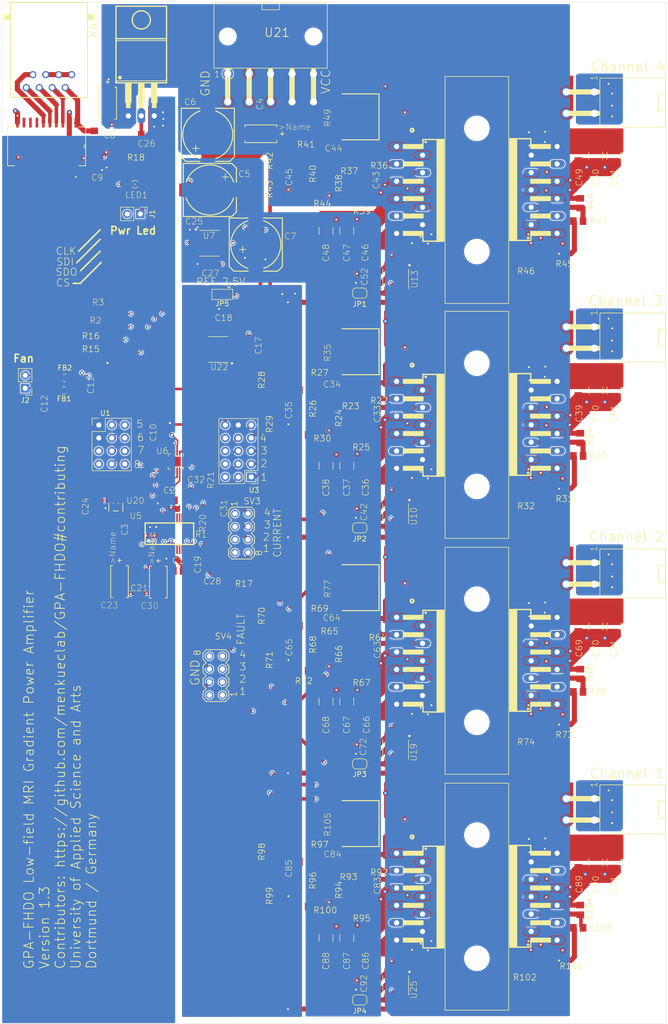
<source format=kicad_pcb>
(kicad_pcb (version 20211014) (generator pcbnew)
  (title_block (title "GPA-FHDO Low-field MRI Gradient Power Amplifier") (date "2022-01-18") (rev "Version 1.3") (company "University of Applied Science and Arts Dortmund / Germany") (comment 1 "Contributors: https://github.com/menkueclab/GPA-FHDO#contributing"))
  (layers (0 "F.Cu" signal "Top") (1 "In1.Cu" signal "Route2") (2 "In2.Cu" signal "Route15") (31 "B.Cu" signal "Bottom") (34 "B.Paste" user) (35 "F.Paste" user) (36 "B.SilkS" user "B.Silkscreen") (37 "F.SilkS" user "F.Silkscreen") (38 "B.Mask" user) (39 "F.Mask" user) (44 "Edge.Cuts" user))
  (net 0 "")
  (net 1 "GND")
  (net 2 "VCC")
  (net 3 "DAC_OUT_0")
  (net 4 "REF_2.5V")
  (net 5 "V_CURRENT_0")
  (net 6 "V_CURRENT_1")
  (net 7 "DAC_OUT_1")
  (net 8 "DAC_OUT_2")
  (net 9 "V_CURRENT_2")
  (net 10 "DAC_OUT_3")
  (net 11 "V_CURRENT_3")
  (net 12 "FAULT_OUT_0_1")
  (net 13 "FAULT_OUT_0_0")
  (net 14 "FAULT_OUT_1_1")
  (net 15 "FAULT_OUT_1_0")
  (net 16 "FAULT_OUT_2_1")
  (net 17 "FAULT_OUT_2_0")
  (net 18 "FAULT_OUT_3_1")
  (net 19 "FAULT_OUT_3_0")
  (net 20 "/DAC + ADC/VDD")
  (net 21 "/DAC + ADC/EXT_REF_2.5V")
  (net 22 "/PA2/PUSH_1")
  (net 23 "/PA3/PUSH_0")
  (net 24 "/PA1/PUSH_2")
  (net 25 "/PA0/PUSH_3")
  (net 26 "Net-(U2-Pad6)")
  (net 27 "Net-(U2-Pad5)")
  (net 28 "Net-(U2-Pad4)")
  (net 29 "Net-(U2-Pad3)")
  (net 30 "Net-(C8-Pad1)")
  (net 31 "/DAC + ADC/SDI")
  (net 32 "Net-(C21-Pad1)")
  (net 33 "Net-(U20-Pad4)")
  (net 34 "Net-(C32-Pad1)")
  (net 35 "Net-(C31-Pad1)")
  (net 36 "Net-(C19-Pad1)")
  (net 37 "Net-(C28-Pad1)")
  (net 38 "Net-(C30-Pad1)")
  (net 39 "Net-(C12-Pad1)")
  (net 40 "Net-(C43-Pad1)")
  (net 41 "Net-(R36-Pad1)")
  (net 42 "/DAC + ADC/SCLK")
  (net 43 "Net-(R47-Pad1)")
  (net 44 "Net-(R45-Pad2)")
  (net 45 "/DAC + ADC/CS")
  (net 46 "Net-(C44-Pad1)")
  (net 47 "/DAC + ADC/SDO")
  (net 48 "Net-(C43-Pad2)")
  (net 49 "Net-(C45-Pad1)")
  (net 50 "Net-(C45-Pad2)")
  (net 51 "Net-(C33-Pad1)")
  (net 52 "Net-(R22-Pad1)")
  (net 53 "/PA2/PUSH_1_")
  (net 54 "Net-(R33-Pad1)")
  (net 55 "Net-(R31-Pad2)")
  (net 56 "/PA2/PULL_1")
  (net 57 "Net-(C34-Pad1)")
  (net 59 "Net-(C33-Pad2)")
  (net 60 "Net-(C35-Pad1)")
  (net 61 "Net-(C35-Pad2)")
  (net 62 "Net-(C63-Pad1)")
  (net 63 "Net-(R64-Pad1)")
  (net 64 "/PA3/PUSH_0_")
  (net 65 "Net-(R75-Pad1)")
  (net 66 "Net-(R73-Pad2)")
  (net 67 "/PA3/PULL_0")
  (net 68 "Net-(C64-Pad1)")
  (net 70 "Net-(C63-Pad2)")
  (net 71 "Net-(C65-Pad1)")
  (net 72 "Net-(C65-Pad2)")
  (net 73 "Net-(C83-Pad1)")
  (net 74 "Net-(R92-Pad1)")
  (net 75 "/PA1/PUSH_2_")
  (net 76 "Net-(R103-Pad1)")
  (net 77 "Net-(R101-Pad2)")
  (net 78 "/PA1/PULL_2")
  (net 79 "Net-(C84-Pad1)")
  (net 81 "Net-(C83-Pad2)")
  (net 82 "Net-(C85-Pad1)")
  (net 83 "Net-(C85-Pad2)")
  (net 84 "+12V")
  (net 85 "GND2")
  (net 86 "/PA0/PUSH_3_")
  (net 87 "/PA0/PULL_3")
  (net 89 "/DAC + ADC/INT_REF_2.5V")
  (net 102 "/DAC + ADC/GAIN")
  (net 103 "/DAC + ADC/RSTSEL")
  (net 104 "/DAC + ADC/REFDIV")
  (net 105 "/DAC + ADC/_LDAC")
  (net 106 "/DAC + ADC/OUT7")
  (net 107 "/DAC + ADC/OUT6")
  (net 108 "/DAC + ADC/OUT4")
  (net 109 "/DAC + ADC/OUT3")
  (net 110 "/DAC + ADC/OUT2")
  (net 111 "/DAC + ADC/OUT1")
  (net 112 "/DAC + ADC/OUT0")
  (net 113 "Net-(JP1-Pad2)")
  (net 114 "Net-(JP2-Pad2)")
  (net 115 "Net-(JP3-Pad2)")
  (net 116 "Net-(JP4-Pad2)")
  (net 117 "/DAC + ADC/OUT5")
  (net 136 "Net-(C12-Pad2)")
  (net 137 "Net-(J1-Pad1)")
  (footprint "GPA_dortmund:C0805" (layer "F.Cu") (at 74.28 118.54 90)
    (fp_text reference "C10")
    (fp_text value "C-EUC0805")
  )
  (footprint "GPA_dortmund:C0805" (layer "F.Cu") (at 97.62 55.42 180)
    (fp_text reference "C4")
    (fp_text value "1uF" hide)
  )
  (footprint "GPA_dortmund:C0805" (layer "F.Cu") (at 60.77 59.87 -90)
    (fp_text reference "C8")
    (fp_text value "1uF" hide)
  )
  (footprint "GPA_dortmund:C0805" (layer "F.Cu") (at 60.88 65.2 90)
    (fp_text reference "C9")
    (fp_text value "1uF" hide)
  )
  (footprint "GPA_dortmund:T03B" (layer "F.Cu") (at 69.99 44.54)
    (fp_text reference "U21")
    (fp_text value "780X")
  )
  (footprint "GPA_dortmund:QFN16_LONG_PINS" (layer "F.Cu") (at 76.756481 123.6673 180)
    (fp_text reference "U6")
    (fp_text value "DAC80504/DAC80508")
  )
  (footprint "GPA_dortmund:RI_20_1" (layer "F.Cu") (at 51.450812 61.934719 -90)
    (fp_text reference "U2" hide)
    (fp_text value "ADUM4150ARIZ" hide)
  )
  (footprint "GPA_dortmund:SOIC127P600X144-8" (layer "F.Cu") (at 85.08 101.72 180)
    (fp_text reference "U22")
    (fp_text value "REF5025SOIC8")
  )
  (footprint "GPA_dortmund:C0805" (layer "F.Cu") (at 91 100.95 90)
    (fp_text reference "C17")
    (fp_text value "C-EUC0805")
  )
  (footprint "GPA_dortmund:C0805" (layer "F.Cu") (at 85.48 97.49)
    (fp_text reference "C18")
    (fp_text value "C-EUC0805")
  )
  (footprint "GPA_dortmund:R0805" (layer "F.Cu") (at 64.42 102.3364 180)
    (fp_text reference "R15")
    (fp_text value "10K" hide)
  )
  (footprint "GPA_dortmund:R0805" (layer "F.Cu") (at 64.42 99.7964 180)
    (fp_text reference "R16")
    (fp_text value "10K" hide)
  )
  (footprint "GPA_dortmund:C0805" (layer "F.Cu") (at 68.98 145.51 -90)
    (fp_text reference "C21")
    (fp_text value "1uF")
  )
  (footprint "GPA_dortmund:TSSOP38_LONG_PINS" (layer "F.Cu") (at 75.5 137.8)
    (fp_text reference "U5")
    (fp_text value "ADS8684A")
  )
  (footprint "GPA_dortmund:SOT23-5" (layer "F.Cu") (at 65.006347 132.6048 180)
    (fp_text reference "U20")
    (fp_text value "MC74HC1")
  )
  (footprint "GPA_dortmund:C0805" (layer "F.Cu") (at 61.026347 132.9748 90)
    (fp_text reference "C24")
    (fp_text value "C-EUC0805")
  )
  (footprint "GPA_dortmund:C0805" (layer "F.Cu") (at 83.7989 76.8964 180)
    (fp_text reference "C25")
    (fp_text value "10uF")
  )
  (footprint "GPA_dortmund:C0805" (layer "F.Cu") (at 70.94 59.69 180)
    (fp_text reference "C26")
    (fp_text value "1uF")
  )
  (footprint "GPA_dortmund:C0805" (layer "F.Cu") (at 83.37 85.03)
    (fp_text reference "C27")
    (fp_text value "1uF")
  )
  (footprint "GPA_dortmund:M0805" (layer "F.Cu") (at 88.65 145.8)
    (fp_text reference "R17")
    (fp_text value "20" hide)
  )
  (footprint "GPA_dortmund:C0805" (layer "F.Cu") (at 84.43 144.34 180)
    (fp_text reference "C28")
    (fp_text value "100nF" hide)
  )
  (footprint "GPA_dortmund:SOIC127P600X144-8" (layer "F.Cu") (at 83.36 80.92)
    (fp_text reference "U7")
    (fp_text value "78L12")
  )
  (footprint "GPA_dortmund:1206" (layer "F.Cu") (at 68.75 69.36 180)
    (fp_text reference "LED1")
    (fp_text value "LEDSMT1206")
  )
  (footprint "GPA_dortmund:R0805" (layer "F.Cu") (at 68.65 66.11 180)
    (fp_text reference "R18")
    (fp_text value "300")
  )
  (footprint "GPA_dortmund:153CLV-1010" (layer "F.Cu") (at 83.02 59.68 -90)
    (fp_text reference "C6")
    (fp_text value "10uF")
  )
  (footprint "GPA_dortmund:153CLV-1010" (layer "F.Cu") (at 83.42 70.48)
    (fp_text reference "C5")
    (fp_text value "10uF")
  )
  (footprint "GPA_dortmund:CAPT6032N-L" (layer "F.Cu") (at 93.42 59.48 180)
    (fp_text reference "C20" hide)
    (fp_text value "4,7uF/50V" hide)
  )
  (footprint "GPA_dortmund:CAPT6032N-L" (layer "F.Cu") (at 63.42 53.48 -90)
    (fp_text reference "C22" hide)
    (fp_text value "4,7uF/50V" hide)
  )
  (footprint "GPA_dortmund:CAPT6032N-L" (layer "F.Cu") (at 65.72 147.18 -90)
    (fp_text reference "C23")
    (fp_text value "22uF/10V" hide)
  )
  (footprint "GPA_dortmund:CAPT6032N-L" (layer "F.Cu") (at 73.32 147.28 -90)
    (fp_text reference "C30")
    (fp_text value "22uF" hide)
  )
  (footprint "GPA_dortmund:153CLV-1010" (layer "F.Cu") (at 92.42 81.18 -90)
    (fp_text reference "C7")
    (fp_text value "10uF")
  )
  (footprint "GPA_dortmund:MA04-2" (layer "F.Cu") (at 89.62 137.68 -90)
    (fp_text reference "SV3")
    (fp_text value "ADC Probe Point")
  )
  (footprint "GPA_dortmund:C0805" (layer "F.Cu") (at 83.02 141.28 180)
    (fp_text reference "C19")
    (fp_text value "100nF" hide)
  )
  (footprint "GPA_dortmund:C0805" (layer "F.Cu") (at 83.42 133.08 180)
    (fp_text reference "C31")
    (fp_text value "100nF" hide)
  )
  (footprint "GPA_dortmund:C0805" (layer "F.Cu") (at 80.82 129.98 180)
    (fp_text reference "C32")
    (fp_text value "100nF" hide)
  )
  (footprint "GPA_dortmund:M0805" (layer "F.Cu") (at 84.72 138.98)
    (fp_text reference "R1")
    (fp_text value "20" hide)
  )
  (footprint "GPA_dortmund:M0805" (layer "F.Cu") (at 85.02 135.48)
    (fp_text reference "R20")
    (fp_text value "20" hide)
  )
  (footprint "GPA_dortmund:M0805" (layer "F.Cu") (at 85.02 129.98)
    (fp_text reference "R21")
    (fp_text value "20" hide)
  )
  (footprint "GPA_dortmund:5569-NA2-10" (layer "F.Cu") (at 95.32 50.48 180)
    (fp_text reference "X2" hide)
    (fp_text value "MINI-FIT-JR-105569-NA2" hide)
  )
  (footprint "GPA_dortmund:C0805" (layer "F.Cu") (at 114.24 68.79 -90)
    (fp_text reference "C43")
    (fp_text value "1nF")
  )
  (footprint "GPA_dortmund:C0805" (layer "F.Cu") (at 114.1 78.43 90)
    (fp_text reference "C46")
    (fp_text value "1uF" hide)
  )
  (footprint "Capacitor_SMD:C_1210_3225Metric_Pad1.33x2.70mm_HandSolder" (layer "F.Cu") (at 110.236 78.49 90)
    (fp_text reference "C47")
    (fp_text value "10uF")
  )
  (footprint "Capacitor_SMD:C_1210_3225Metric_Pad1.33x2.70mm_HandSolder" (layer "F.Cu") (at 106.172 78.5245 90)
    (fp_text reference "C48")
    (fp_text value "10uF")
  )
  (footprint "GPA_dortmund:C0805" (layer "F.Cu") (at 155.59 63.78 -90)
    (fp_text reference "C49")
    (fp_text value "1uF" hide)
  )
  (footprint "Capacitor_SMD:C_1210_3225Metric_Pad1.33x2.70mm_HandSolder" (layer "F.Cu") (at 159.004 63.77 -90)
    (fp_text reference "C50")
    (fp_text value "10uF")
  )
  (footprint "Capacitor_SMD:C_1210_3225Metric_Pad1.33x2.70mm_HandSolder" (layer "F.Cu") (at 162.56 63.79 -90)
    (fp_text reference "C51")
    (fp_text value "10uF")
  )
  (footprint "GPA_dortmund:C0805" (layer "F.Cu") (at 111.04 62.24)
    (fp_text reference "C44")
    (fp_text value "1nF")
  )
  (footprint "GPA_dortmund:C0805" (layer "F.Cu") (at 100.73 68.04 -90)
    (fp_text reference "C45")
    (fp_text value "1nF" hide)
  )
  (footprint "GPA_dortmund:R0805" (layer "F.Cu") (at 101.73 72.44 180)
    (fp_text reference "R44")
    (fp_text value "10K" hide)
  )
  (footprint "GPA_dortmund:R0805" (layer "F.Cu") (at 148.35 83.47 180)
    (fp_text reference "R45")
    (fp_text value "2K" hide)
  )
  (footprint "GPA_dortmund:R0805" (layer "F.Cu") (at 143.81 83.47 -90)
    (fp_text reference "R46")
    (fp_text value "2K" hide)
  )
  (footprint "GPA_dortmund:R0805" (layer "F.Cu") (at 155.56 76.58 180)
    (fp_text reference "R47")
    (fp_text value "2K" hide)
  )
  (footprint "GPA_dortmund:R0805" (layer "F.Cu") (at 155.97 73.07 -90)
    (fp_text reference "R48")
    (fp_text value "2K" hide)
  )
  (footprint "GPA_dortmund:R0805" (layer "F.Cu") (at 115.77 63.16 90)
    (fp_text reference "R36")
    (fp_text value "10K" hide)
  )
  (footprint "GPA_dortmund:R0805" (layer "F.Cu") (at 110.57 64.92 180)
    (fp_text reference "R37")
    (fp_text value "1K" hide)
  )
  (footprint "GPA_dortmund:R0805" (layer "F.Cu") (at 111.14 69.86 -90)
    (fp_text reference "R38")
    (fp_text value "10K" hide)
  )
  (footprint "GPA_dortmund:R0805" (layer "F.Cu") (at 113.01 72.93 180)
    (fp_text reference "R39")
    (fp_text value "1K" hide)
  )
  (footprint "GPA_dortmund:R0805" (layer "F.Cu") (at 106.02 68.45 90)
    (fp_text reference "R40")
    (fp_text value "10K" hide)
  )
  (footprint "GPA_dortmund:M0805" (layer "F.Cu") (at 101.91 63.66 180)
    (fp_text reference "R41")
    (fp_text value "10K" hide)
  )
  (footprint "GPA_dortmund:R0805" (layer "F.Cu") (at 97.18 64.7 -90)
    (fp_text reference "R42")
    (fp_text value "10K" hide)
  )
  (footprint "GPA_dortmund:R0805" (layer "F.Cu") (at 97.21 71.17 90)
    (fp_text reference "R43")
    (fp_text value "10K" hide)
  )
  (footprint "GPA_dortmund:TA11B" (layer "F.Cu") (at 127.62 70.48 -90)
    (fp_text reference "U11" hide)
    (fp_text value "OPA549" hide)
  )
  (footprint "GPA_dortmund:TA11B" (layer "F.Cu") (at 143.82 70.48 90)
    (fp_text reference "U12" hide)
    (fp_text value "OPA549" hide)
  )
  (footprint "GPA_dortmund:SOIC127P600X144-8" (layer "F.Cu") (at 119.81 87.89 -90)
    (fp_text reference "U13")
    (fp_text value "INA149SOIC8" hide)
  )
  (footprint "GPA_dortmund:C0805" (layer "F.Cu") (at 115.52 87.82 90)
    (fp_text reference "C52")
    (fp_text value "C-EUC0805")
  )
  (footprint "GPA_dortmund:5569-NA2-04" (layer "F.Cu") (at 156.32 53.28 90)
    (fp_text reference "X5" hide)
    (fp_text value "MINI-FIT-JR-045569-NA2" hide)
  )
  (footprint "GPA_dortmund:AAVID_TO220_HEATSINK" (layer "F.Cu") (at 135.72 70.48)
    (fp_text reference "U100" hide)
    (fp_text value "AAVID_TO220_HEATSINK" hide)
  )
  (footprint "GPA_dortmund:C0805" (layer "F.Cu") (at 114.24 114.79 -90)
    (fp_text reference "C33")
    (fp_text value "1nF")
  )
  (footprint "GPA_dortmund:C0805" (layer "F.Cu") (at 114.1 124.43 90)
    (fp_text reference "C36")
    (fp_text value "1uF" hide)
  )
  (footprint "Capacitor_SMD:C_1210_3225Metric_Pad1.33x2.70mm_HandSolder" (layer "F.Cu") (at 110.236 124.49 90)
    (fp_text reference "C37")
    (fp_text value "10uF")
  )
  (footprint "Capacitor_SMD:C_1210_3225Metric_Pad1.33x2.70mm_HandSolder" (layer "F.Cu") (at 106.172 124.4985 90)
    (fp_text reference "C38")
    (fp_text value "10uF")
  )
  (footprint "GPA_dortmund:C0805" (layer "F.Cu") (at 155.59 109.78 -90)
    (fp_text reference "C39")
    (fp_text value "1uF" hide)
  )
  (footprint "Capacitor_SMD:C_1210_3225Metric_Pad1.33x2.70mm_HandSolder" (layer "F.Cu") (at 159.004 109.7665 -90)
    (fp_text reference "C40")
    (fp_text value "10uF")
  )
  (footprint "Capacitor_SMD:C_1210_3225Metric_Pad1.33x2.70mm_HandSolder" (layer "F.Cu") (at 162.56 109.7665 -90)
    (fp_text reference "C41")
    (fp_text value "10uF")
  )
  (footprint "GPA_dortmund:C0805" (layer "F.Cu") (at 111.04 108.24)
    (fp_text reference "C34")
    (fp_text value "1nF")
  )
  (footprint "GPA_dortmund:C0805" (layer "F.Cu") (at 100.73 114.04 -90)
    (fp_text reference "C35")
    (fp_text value "1nF" hide)
  )
  (footprint "GPA_dortmund:R0805" (layer "F.Cu") (at 101.73 118.44 180)
    (fp_text reference "R30")
    (fp_text value "10K" hide)
  )
  (footprint "GPA_dortmund:R0805" (layer "F.Cu") (at 148.35 129.47 180)
    (fp_text reference "R31")
    (fp_text value "2K" hide)
  )
  (footprint "GPA_dortmund:R0805" (layer "F.Cu") (at 143.81 129.47 -90)
    (fp_text reference "R32")
    (fp_text value "2K" hide)
  )
  (footprint "GPA_dortmund:R0805" (layer "F.Cu") (at 155.56 122.58 180)
    (fp_text reference "R33")
    (fp_text value "2K" hide)
  )
  (footprint "GPA_dortmund:R0805" (layer "F.Cu") (at 155.97 119.07 -90)
    (fp_text reference "R34")
    (fp_text value "2K" hide)
  )
  (footprint "GPA_dortmund:R0805" (layer "F.Cu") (at 115.77 109.16 90)
    (fp_text reference "R22")
    (fp_text value "10K" hide)
  )
  (footprint "GPA_dortmund:R0805" (layer "F.Cu") (at 110.57 110.92 180)
    (fp_text reference "R23")
    (fp_text value "1K" hide)
  )
  (footprint "GPA_dortmund:R0805" (layer "F.Cu") (at 111.14 115.86 -90)
    (fp_text reference "R24")
    (fp_text value "10K" hide)
  )
  (footprint "GPA_dortmund:R0805" (layer "F.Cu") (at 113.01 118.93 180)
    (fp_text reference "R25")
    (fp_text value "1K" hide)
  )
  (footprint "GPA_dortmund:R0805" (layer "F.Cu") (at 106.02 114.45 90)
    (fp_text reference "R26")
    (fp_text value "10K" hide)
  )
  (footprint "GPA_dortmund:M0805" (layer "F.Cu") (at 101.91 109.66 180)
    (fp_text reference "R27")
    (fp_text value "10K" hide)
  )
  (footprint "GPA_dortmund:R0805" (layer "F.Cu") (at 97.18 110.7 -90)
    (fp_text reference "R28")
    (fp_text value "10K" hide)
  )
  (footprint "GPA_dortmund:R0805" (layer "F.Cu") (at 97.21 117.17 90)
    (fp_text reference "R29")
    (fp_text value "10K" hide)
  )
  (footprint "GPA_dortmund:TA11B" (layer "F.Cu") (at 127.62 116.48 -90)
    (fp_text reference "U8" hide)
    (fp_text value "OPA549" hide)
  )
  (footprint "GPA_dortmund:TA11B" (layer "F.Cu") (at 143.82 116.48 90)
    (fp_text reference "U9" hide)
    (fp_text value "OPA549" hide)
  )
  (footprint "GPA_dortmund:SOIC127P600X144-8" (layer "F.Cu") (at 119.81 133.89 -90)
    (fp_text reference "U10")
    (fp_text value "INA149SOIC8" hide)
  )
  (footprint "GPA_dortmund:C0805" (layer "F.Cu") (at 115.52 133.82 90)
    (fp_text reference "C42")
    (fp_text value "C-EUC0805")
  )
  (footprint "GPA_dortmund:5569-NA2-04" (layer "F.Cu") (at 156.32 99.28 90)
    (fp_text reference "X3" hide)
    (fp_text value "MINI-FIT-JR-045569-NA2" hide)
  )
  (footprint "GPA_dortmund:PWR163_DPAK" (layer "F.Cu") (at 109.32 102.2 90)
    (fp_text reference "R35")
    (fp_text value "200m 25W DPAK" hide)
  )
  (footprint "GPA_dortmund:AAVID_TO220_HEATSINK" (layer "F.Cu") (at 135.72 116.48)
    (fp_text reference "U101" hide)
    (fp_text value "AAVID_TO220_HEATSINK" hide)
  )
  (footprint "GPA_dortmund:C0805" (layer "F.Cu") (at 114.24 160.99 -90)
    (fp_text reference "C63")
    (fp_text value "1nF")
  )
  (footprint "GPA_dortmund:C0805" (layer "F.Cu") (at 114.1 170.63 90)
    (fp_text reference "C66")
    (fp_text value "1uF" hide)
  )
  (footprint "Capacitor_SMD:C_1210_3225Metric_Pad1.33x2.70mm_HandSolder" (layer "F.Cu") (at 110.236 170.69 90)
    (fp_text reference "C67")
    (fp_text value "10uF")
  )
  (footprint "Capacitor_SMD:C_1210_3225Metric_Pad1.33x2.70mm_HandSolder" (layer "F.Cu") (at 106.172 170.7265 90)
    (fp_text reference "C68")
    (fp_text value "10uF")
  )
  (footprint "GPA_dortmund:C0805" (layer "F.Cu") (at 155.59 155.98 -90)
    (fp_text reference "C69")
    (fp_text value "1uF" hide)
  )
  (footprint "Capacitor_SMD:C_1210_3225Metric_Pad1.33x2.70mm_HandSolder" (layer "F.Cu") (at 159.004 155.97 -90)
    (fp_text reference "C70")
    (fp_text value "10uF")
  )
  (footprint "Capacitor_SMD:C_1210_3225Metric_Pad1.33x2.70mm_HandSolder" (layer "F.Cu") (at 162.56 155.9945 -90)
    (fp_text reference "C71")
    (fp_text value "10uF")
  )
  (footprint "GPA_dortmund:C0805" (layer "F.Cu") (at 111.04 154.44)
    (fp_text reference "C64")
    (fp_text value "1nF")
  )
  (footprint "GPA_dortmund:C0805" (layer "F.Cu") (at 100.73 160.24 -90)
    (fp_text reference "C65")
    (fp_text value "1nF" hide)
  )
  (footprint "GPA_dortmund:R0805" (layer "F.Cu") (at 101.73 164.64 180)
    (fp_text reference "R72")
    (fp_text value "10K" hide)
  )
  (footprint "GPA_dortmund:R0805" (layer "F.Cu") (at 148.35 175.67 180)
    (fp_text reference "R73")
    (fp_text value "2K" hide)
  )
  (footprint "GPA_dortmund:R0805" (layer "F.Cu") (at 143.81 175.67 -90)
    (fp_text reference "R74")
    (fp_text value "2K" hide)
  )
  (footprint "GPA_dortmund:R0805" (layer "F.Cu") (at 155.56 168.78 180)
    (fp_text reference "R75")
    (fp_text value "2K" hide)
  )
  (footprint "GPA_dortmund:R0805" (layer "F.Cu") (at 155.97 165.27 -90)
    (fp_text reference "R76")
    (fp_text value "2K" hide)
  )
  (footprint "GPA_dortmund:R0805" (layer "F.Cu") (at 115.77 155.36 90)
    (fp_text reference "R64")
    (fp_text value "10K" hide)
  )
  (footprint "GPA_dortmund:R0805" (layer "F.Cu") (at 110.57 157.12 180)
    (fp_text reference "R65")
    (fp_text value "1K" hide)
  )
  (footprint "GPA_dortmund:R0805" (layer "F.Cu") (at 111.14 162.06 -90)
    (fp_text reference "R66")
    (fp_text value "10K" hide)
  )
  (footprint "GPA_dortmund:R0805" (layer "F.Cu") (at 113.01 165.13 180)
    (fp_text reference "R67")
    (fp_text value "1K" hide)
  )
  (footprint "GPA_dortmund:R0805" (layer "F.Cu") (at 106.02 160.65 90)
    (fp_text reference "R68")
    (fp_text value "10K" hide)
  )
  (footprint "GPA_dortmund:M0805" (layer "F.Cu") (at 101.91 155.86 180)
    (fp_text reference "R69")
    (fp_text value "10K" hide)
  )
  (footprint "GPA_dortmund:R0805" (layer "F.Cu") (at 97.18 156.9 -90)
    (fp_text reference "R70")
    (fp_text value "10K" hide)
  )
  (footprint "GPA_dortmund:R0805" (layer "F.Cu") (at 97.21 163.37 90)
    (fp_text reference "R71")
    (fp_text value "10K" hide)
  )
  (footprint "GPA_dortmund:TA11B" (layer "F.Cu") (at 127.62 162.68 -90)
    (fp_text reference "U17" hide)
    (fp_text value "OPA549" hide)
  )
  (footprint "GPA_dortmund:TA11B" (layer "F.Cu") (at 143.82 162.68 90)
    (fp_text reference "U18" hide)
    (fp_text value "OPA549" hide)
  )
  (footprint "GPA_dortmund:SOIC127P600X144-8" (layer "F.Cu") (at 119.81 180.09 -90)
    (fp_text reference "U19")
    (fp_text value "INA149SOIC8" hide)
  )
  (footprint "GPA_dortmund:C0805" (layer "F.Cu") (at 115.52 180.02 90)
    (fp_text reference "C72")
    (fp_text value "C-EUC0805")
  )
  (footprint "GPA_dortmund:5569-NA2-04" (layer "F.Cu") (at 156.32 145.48 90)
    (fp_text reference "X7" hide)
    (fp_text value "MINI-FIT-JR-045569-NA2" hide)
  )
  (footprint "GPA_dortmund:PWR163_DPAK" (layer "F.Cu") (at 109.32 148.4 90)
    (fp_text reference "R77")
    (fp_text value "200m 25W DPAK" hide)
  )
  (footprint "GPA_dortmund:AAVID_TO220_HEATSINK" (layer "F.Cu") (at 135.72 162.68)
    (fp_text reference "U102" hide)
    (fp_text value "AAVID_TO220_HEATSINK" hide)
  )
  (footprint "GPA_dortmund:C0805" (layer "F.Cu") (at 114.24 207.19 -90)
    (fp_text reference "C83")
    (fp_text value "1nF")
  )
  (footprint "GPA_dortmund:C0805" (layer "F.Cu") (at 114.1 216.83 90)
    (fp_text reference "C86")
    (fp_text value "1uF" hide)
  )
  (footprint "Capacitor_SMD:C_1210_3225Metric_Pad1.33x2.70mm_HandSolder" (layer "F.Cu") (at 110.236 216.9545 90)
    (fp_text reference "C87")
    (fp_text value "10uF")
  )
  (footprint "Capacitor_SMD:C_1210_3225Metric_Pad1.33x2.70mm_HandSolder" (layer "F.Cu") (at 106.172 216.9545 90)
    (fp_text reference "C88")
    (fp_text value "10uF")
  )
  (footprint "GPA_dortmund:C0805" (layer "F.Cu") (at 155.59 202.18 -90)
    (fp_text reference "C89")
    (fp_text value "1uF" hide)
  )
  (footprint "Capacitor_SMD:C_1210_3225Metric_Pad1.33x2.70mm_HandSolder" (layer "F.Cu") (at 159.004 202.17 -90)
    (fp_text reference "C90")
    (fp_text value "10uF")
  )
  (footprint "Capacitor_SMD:C_1210_3225Metric_Pad1.33x2.70mm_HandSolder" (layer "F.Cu") (at 162.56 202.19 -90)
    (fp_text reference "C91")
    (fp_text value "10uF")
  )
  (footprint "GPA_dortmund:C0805" (layer "F.Cu") (at 111.04 200.64)
    (fp_text reference "C84")
    (fp_text value "1nF")
  )
  (footprint "GPA_dortmund:C0805" (layer "F.Cu") (at 100.73 206.44 -90)
    (fp_text reference "C85")
    (fp_text value "1nF" hide)
  )
  (footprint "GPA_dortmund:R0805" (layer "F.Cu") (at 101.73 210.84 180)
    (fp_text reference "R100")
    (fp_text value "10K" hide)
  )
  (footprint "GPA_dortmund:R0805" (layer "F.Cu") (at 148.35 221.87 180)
    (fp_text reference "R101")
    (fp_text value "2K" hide)
  )
  (footprint "GPA_dortmund:R0805" (layer "F.Cu") (at 143.81 221.87 -90)
    (fp_text reference "R102")
    (fp_text value "2K" hide)
  )
  (footprint "GPA_dortmund:R0805" (layer "F.Cu") (at 155.56 214.98 180)
    (fp_text reference "R103")
    (fp_text value "2K" hide)
  )
  (footprint "GPA_dortmund:R0805" (layer "F.Cu") (at 155.97 211.47 -90)
    (fp_text reference "R104")
    (fp_text value "2K" hide)
  )
  (footprint "GPA_dortmund:R0805" (layer "F.Cu") (at 115.77 201.56 90)
    (fp_text reference "R92")
    (fp_text value "10K" hide)
  )
  (footprint "GPA_dortmund:R0805" (layer "F.Cu") (at 110.57 203.32 180)
    (fp_text reference "R93")
    (fp_text value "1K" hide)
  )
  (footprint "GPA_dortmund:R0805" (layer "F.Cu") (at 111.14 208.26 -90)
    (fp_text reference "R94")
    (fp_text value "10K" hide)
  )
  (footprint "GPA_dortmund:R0805" (layer "F.Cu") (at 113.01 211.33 180)
    (fp_text reference "R95")
    (fp_text value "1K" hide)
  )
  (footprint "GPA_dortmund:R0805" (layer "F.Cu") (at 106.02 206.85 90)
    (fp_text reference "R96")
    (fp_text value "10K" hide)
  )
  (footprint "GPA_dortmund:M0805" (layer "F.Cu") (at 101.91 202.06 180)
    (fp_text reference "R97")
    (fp_text value "10K" hide)
  )
  (footprint "GPA_dortmund:R0805" (layer "F.Cu") (at 97.18 203.1 -90)
    (fp_text reference "R98")
    (fp_text value "10K" hide)
  )
  (footprint "GPA_dortmund:R0805" (layer "F.Cu") (at 97.21 209.57 90)
    (fp_text reference "R99")
    (fp_text value "10K" hide)
  )
  (footprint "GPA_dortmund:TA11B" (layer "F.Cu") (at 127.62 208.88 -90)
    (fp_text reference "U23" hide)
    (fp_text value "OPA549_KV_11TO-220_11" hide)
  )
  (footprint "GPA_dortmund:TA11B" (layer "F.Cu") (at 143.82 208.88 90)
    (fp_text reference "U24" hide)
    (fp_text value "OPA549_KV_11TO-220_11" hide)
  )
  (footprint "GPA_dortmund:SOIC127P600X144-8" (layer "F.Cu") (at 119.81 226.29 -90)
    (fp_text reference "U25")
    (fp_text value "INA149SOIC8" hide)
  )
  (footprint "GPA_dortmund:C0805" (layer "F.Cu") (at 115.52 226.22 90)
    (fp_text reference "C92")
    (fp_text value "C-EUC0805")
  )
  (footprint "GPA_dortmund:5569-NA2-04" (layer "F.Cu") (at 156.32 191.68 90)
    (fp_text reference "X9" hide)
    (fp_text value "MINI-FIT-JR-045569-NA2" hide)
  )
  (footprint "GPA_dortmund:PWR163_DPAK" (layer "F.Cu") (at 109.32 194.6 90)
    (fp_text reference "R105")
    (fp_text value "200m 25W DPAK" hide)
  )
  (footprint "GPA_dortmund:AAVID_TO220_HEATSINK" (layer "F.Cu") (at 135.72 208.88)
    (fp_text reference "U103" hide)
    (fp_text value "AAVID_TO220_HEATSINK" hide)
  )
  (footprint "GPA_dortmund:R0805" (layer "F.Cu") (at 64.52 97.2564 180)
    (fp_text reference "R2")
    (fp_text value "10K" hide)
  )
  (footprint "GPA_dortmund:R0805" (layer "F.Cu") (at 64.62 94.7164 180)
    (fp_text reference "R3")
    (fp_text value "10K" hide)
  )
  (footprint "GPA_dortmund:C0805" (layer "F.Cu") (at 77.22 145.08)
    (fp_text reference "C1")
    (fp_text value "1nF" hide)
  )
  (footprint "GPA_dortmund:C0805" (layer "F.Cu") (at 75.52 131.28)
    (fp_text reference "C2")
    (fp_text value "1nF" hide)
  )
  (footprint "GPA_dortmund:C0805" (layer "F.Cu") (at 68.52 137.28 -90)
    (fp_text reference "C3")
    (fp_text value "1nF" hide)
  )
  (footprint "GPA_dortmund:MA04-2" (layer "F.Cu") (at 84.62 165.58 90)
    (fp_text reference "SV4")
    (fp_text value "MA04-2")
  )
  (footprint "GPA_dortmund:RJ45-NO-SHIELD" (layer "F.Cu") (at 51.917118 41.5441 180)
    (fp_text reference "X4")
    (fp_text value "RJ45")
  )
  (footprint "GPA_dortmund:PWR163_DPAK" (layer "F.Cu") (at 109.32 56.2 90)
    (fp_text reference "R49")
    (fp_text value "200m 25W DPAK" hide)
  )
  (footprint "3Row_Connector_PinHeader_2.54mm:PinHeader_3x04_P2.54mm_Vertical" (layer "F.Cu") (at 61.6789 116.5164)
    (fp_text reference "U1")
    (fp_text value "Conn_03x04_GPA-FHDO")
  )
  (footprint "Jumper:SolderJumper-2_P1.3mm_Open_RoundedPad1.0x1.5mm" (layer "F.Cu") (at 112.776 182.88)
    (fp_text reference "JP3")
    (fp_text value "SolderJumper_2_Open")
  )
  (footprint "Jumper:SolderJumper-3_P1.3mm_Open_Pad1.0x1.5mm" (layer "F.Cu") (at 85.852 90.932 180)
    (fp_text reference "JP5")
    (fp_text value "SolderJumper_3_Open")
  )
  (footprint "Connector_PinHeader_2.54mm:PinHeader_1x02_P2.54mm_Vertical" (layer "F.Cu") (at 47.244 109.3266 180)
    (fp_text reference "J2")
    (fp_text value "fan")
  )
  (footprint "Connector_PinHeader_2.54mm:PinHeader_1x02_P2.54mm_Vertical" (layer "F.Cu") (at 69.8042 75.184 -90)
    (fp_text reference "J1")
    (fp_text value "pwr led")
  )
  (footprint "Inductor_SMD:L_0805_2012Metric_Pad1.15x1.40mm_HandSolder" (layer "F.Cu") (at 54.9656 107.2896 180)
    (fp_text reference "FB2")
    (fp_text value "FerriteBead")
  )
  (footprint "3Row_Connector_PinHeader_2.54mm:PinHeader_3x05_P2.54mm_Vertical" (layer "F.Cu") (at 91.5275 126.6764 180)
    (fp_text reference "U3")
    (fp_text value "Conn_03x05_GPA-FHDO")
  )
  (footprint "GPA_dortmund:C0805" (layer "F.Cu") (at 58.3184 108.5088 90)
    (fp_text reference "C11")
    (fp_text value "C-EUC0805" hide)
  )
  (footprint "Jumper:SolderJumper-2_P1.3mm_Open_RoundedPad1.0x1.5mm" (layer "F.Cu") (at 112.776 90.678)
    (fp_text reference "JP1")
    (fp_text value "SolderJumper_2_Open")
  )
  (footprint "Jumper:SolderJumper-2_P1.3mm_Open_RoundedPad1.0x1.5mm" (layer "F.Cu") (at 112.776 229.108)
    (fp_text reference "JP4")
    (fp_text value "SolderJumper_2_Open")
  )
  (footprint "GPA_dortmund:C0805" (layer "F.Cu") (at 51.0032 108.3412 90)
    (fp_text reference "C12")
    (fp_text value "C-EUC0805" hide)
  )
  (footprint "Inductor_SMD:L_0805_2012Metric_Pad1.15x1.40mm_HandSolder" (layer "F.Cu") (at 54.864 109.728 180)
    (fp_text reference "FB1")
    (fp_text value "FerriteBead")
  )
  (footprint "Jumper:SolderJumper-2_P1.3mm_Open_RoundedPad1.0x1.5mm" (layer "F.Cu") (at 112.776 136.652)
    (fp_text reference "JP2")
    (fp_text value "SolderJumper_2_Open")
  )
  (gr_line (start 58.0757 88.722) (end 62.12 84.68) (layer "F.SilkS") (width 0.3))
  (gr_line (start 57.72 82.48) (end 61.92 78.28) (layer "F.SilkS") (width 0.3))
  (gr_line (start 58.12 86.28) (end 61.92 82.48) (layer "F.SilkS") (width 0.3))
  (gr_line (start 56.6757 88.7728) (end 58.0757 88.7728) (layer "F.SilkS") (width 0.3))
  (gr_line (start 57.3365 84.7368) (end 61.9365 80.1368) (layer "F.SilkS") (width 0.3))
  (gr_line (start 42.72 233.68) (end 172.72 233.68) (layer "Edge.Cuts") (width 0.05))
  (gr_line (start 172.72 33.68) (end 42.72 33.68) (layer "Edge.Cuts") (width 0.05))
  (gr_line (start 172.72 233.68) (end 172.72 33.68) (layer "Edge.Cuts") (width 0.05))
  (gr_line (start 42.72 33.68) (end 42.72 233.68) (layer "Edge.Cuts") (width 0.05))
  (gr_text "CURRENT" (at 97.4589 142.5264 90) (layer "F.SilkS") (effects (font (size 1.425 1.425) (thickness 0.12)) (justify left bottom)))
  (gr_text "3" (at 93.92 136.88) (layer "F.SilkS") (effects (font (size 1.425 1.425) (thickness 0.12)) (justify left bottom)))
  (gr_text "4" (at 93.92 134.48) (layer "F.SilkS") (effects (font (size 1.425 1.425) (thickness 0.12)) (justify left bottom)))
  (gr_text "2" (at 93.72 139.28) (layer "F.SilkS") (effects (font (size 1.425 1.425) (thickness 0.12)) (justify left bottom)))
  (gr_text "4" (at 89.12 162.28) (layer "F.SilkS") (effects (font (size 1.425 1.425) (thickness 0.12)) (justify left bottom)))
  (gr_text "1" (at 93.2689 127.5464) (layer "F.SilkS") (effects (font (size 1.425 1.425) (thickness 0.12)) (justify left bottom)))
  (gr_text "2" (at 89.12 167.08) (layer "F.SilkS") (effects (font (size 1.425 1.425) (thickness 0.12)) (justify left bottom)))
  (gr_text "1" (at 89.12 169.48) (layer "F.SilkS") (effects (font (size 1.425 1.425) (thickness 0.12)) (justify left bottom)))
  (gr_text "REF 2.5V" (at 80.6704 89.281) (layer "F.SilkS") (effects (font (size 1.425 1.425) (thickness 0.12)) (justify left bottom)))
  (gr_text "1" (at 93.72 141.48) (layer "F.SilkS") (effects (font (size 1.425 1.425) (thickness 0.12)) (justify left bottom)))
  (gr_text "+" (at 87.32 69.08 90) (layer "F.SilkS") (effects (font (size 1.6891 1.6891) (thickness 0.14224)) (justify left bottom)))
  (gr_text "3" (at 89.12 164.68) (layer "F.SilkS") (effects (font (size 1.425 1.425) (thickness 0.12)) (justify left bottom)))
  (gr_text "4" (at 93.1289 119.9064) (layer "F.SilkS") (effects (font (size 1.425 1.425) (thickness 0.12)) (justify left bottom)))
  (gr_text "2" (at 93.2289 124.8864) (layer "F.SilkS") (effects (font (size 1.425 1.425) (thickness 0.12)) (justify left bottom)))
  (gr_text "+" (at 81.52 63.48 90) (layer "F.SilkS") (effects (font (size 1.6891 1.6891) (thickness 0.14224)) (justify left bottom)))
  (gr_text "+" (at 90.72 83.28 90) (layer "F.SilkS") (effects (font (size 1.6891 1.6891) (thickness 0.14224)) (justify left bottom)))
  (gr_text "3" (at 93.2889 122.3664) (layer "F.SilkS") (effects (font (size 1.425 1.425) (thickness 0.12)) (justify left bottom)))
  (gr_text "FAULT" (at 90.32 159.68 90) (layer "F.SilkS") (effects (font (size 1.425 1.425) (thickness 0.12)) (justify left bottom)))
  (gr_text "GND" (at 81.52 167.68 90) (layer "F.SilkS") (effects (font (size 1.6891 1.6891) (thickness 0.14224)) (justify left bottom)))
  (gr_text "SDI" (at 53.27 85.38) (layer "F.SilkS") (effects (font (size 1.425 1.425) (thickness 0.12)) (justify left bottom)))
  (gr_text "SDO" (at 53.12 87.38) (layer "F.SilkS") (effects (font (size 1.425 1.425) (thickness 0.12)) (justify left bottom)))
  (gr_text "Channel 1" (at 157.6989 185.8164) (layer "F.SilkS") (effects (font (size 1.9 1.9) (thickness 0.16)) (justify left bottom)))
  (gr_text "GPA-FHDO Low-field MRI Gradient Power Amplifier\nVersion 1.3\nContributors: https://github.com/menkueclab/GPA-FHDO#contributing\nUniversity of Applied Science and Arts\nDortmund / Germany" (at 61.32 223.18 90) (layer "F.SilkS") (effects (font (size 1.9 1.9) (thickness 0.16)) (justify left bottom)))
  (gr_text "Channel 4" (at 157.8289 47.4364) (layer "F.SilkS") (effects (font (size 1.9 1.9) (thickness 0.16)) (justify left bottom)))
  (gr_text "Channel 3" (at 157.4089 93.2964) (layer "F.SilkS") (effects (font (size 1.9 1.9) (thickness 0.16)) (justify left bottom)))
  (gr_text "CLK" (at 53.17 83.28) (layer "F.SilkS") (effects (font (size 1.425 1.425) (thickness 0.12)) (justify left bottom)))
  (gr_text "CS" (at 53.22 89.48) (layer "F.SilkS") (effects (font (size 1.425 1.425) (thickness 0.12)) (justify left bottom)))
  (gr_text "Channel 2" (at 157.6089 139.4464) (layer "F.SilkS") (effects (font (size 1.9 1.9) (thickness 0.16)) (justify left bottom)))
  (gr_text "GND" (at 83.52 52.28 90) (layer "F.SilkS") (effects (font (size 1.6891 1.6891) (thickness 0.14224)) (justify left bottom)))
  (gr_text "VCC" (at 107.12 51.78 90) (layer "F.SilkS") (effects (font (size 1.6891 1.6891) (thickness 0.14224)) (justify left bottom)))
  (gr_text "8" (at 68.4276 125.0696) (layer "F.SilkS") (effects (font (size 1.425 1.425) (thickness 0.12)) (justify left bottom)))
  (gr_text "5" (at 68.9356 117.1448) (layer "F.SilkS") (effects (font (size 1.425 1.425) (thickness 0.12)) (justify left bottom)))
  (gr_text "7" (at 69.1388 122.2756) (layer "F.SilkS") (effects (font (size 1.425 1.425) (thickness 0.12)) (justify left bottom)))
  (gr_text "Fan" (at 46.9392 103.4796) (layer "F.SilkS") (effects (font (size 1.5 1.5) (thickness 0.3))))
  (gr_text "6" (at 69.088 119.7864) (layer "F.SilkS") (effects (font (size 1.425 1.425) (thickness 0.12)) (justify left bottom)))
  (gr_text "Pwr Led" (at 68.3768 78.4352) (layer "F.SilkS") (effects (font (size 1.5 1.5) (thickness 0.3))))
  (segment (start 60.88 64.25) (end 58.72 64.25) (width 1) (layer "F.Cu") (net 1))
  (segment (start 56.02 66.08) (end 56.02 64.48) (width 1) (layer "F.Cu") (net 1))
  (segment (start 45.735812 66.584716) (end 45.735812 64.264188) (width 1) (layer "F.Cu") (net 1))
  (segment (start 45.735812 64.264188) (end 45.92 64.08) (width 1) (layer "F.Cu") (net 1))
  (segment (start 86.02 80.88) (end 86.12 80.78) (width 1) (layer "F.Cu") (net 1))
  (segment (start 60.88 64.25) (end 61.95 64.25) (width 1) (layer "F.Cu") (net 1))
  (segment (start 89.294262 59.455404) (end 86.92 57.081141) (width 0.7) (layer "F.Cu") (net 1))
  (segment (start 86.92 57.081141) (end 86.92 53.23) (width 0.7) (layer "F.Cu") (net 1))
  (segment (start 91.12 53.23) (end 86.92 53.23) (width 0.7) (layer "F.Cu") (net 1))
  (segment (start 95.32 53.23) (end 95.32 54.07) (width 0.7) (layer "F.Cu") (net 1))
  (segment (start 63.42 56.88) (end 64.22 57.68) (width 1) (layer "F.Cu") (net 1))
  (segment (start 91.260409 59.455404) (end 89.294262 59.455404) (width 0.7) (layer "F.Cu") (net 1))
  (segment (start 56.02 64.48) (end 56.25 64.25) (width 1) (layer "F.Cu") (net 1))
  (segment (start 63.42 55.614994) (end 63.42 56.88) (width 1) (layer "F.Cu") (net 1))
  (segment (start 56.25 64.25) (end 58.72 64.25) (width 1) (layer "F.Cu") (net 1))
  (segment (start 91.285006 59.48) (end 91.260409 59.455404) (width 0.7) (layer "F.Cu") (net 1))
  (segment (start 86.02 80.88) (end 82.82 80.88) (width 1) (layer "F.Cu") (net 1))
  (segment (start 95.32 54.07) (end 96.67 55.42) (width 0.7) (layer "F.Cu") (net 1))
  (segment (start 61.95 64.25) (end 63.12 63.08) (width 1) (layer "F.Cu") (net 1))
  (segment (start 95.32 53.23) (end 91.12 53.23) (width 0.7) (layer "F.Cu") (net 1))
  (segment (start 114.1 77.48) (end 110.04 77.48) (width 1) (layer "F.Cu") (net 1))
  (segment (start 117.905 85.4346) (end 116.4696 86.87) (width 1) (layer "F.Cu") (net 1))
  (segment (start 114.1 77.48) (end 116.167837 77.48) (width 1) (layer "F.Cu") (net 1))
  (segment (start 116.4696 86.87) (end 115.52 86.87) (width 1) (layer "F.Cu") (net 1))
  (segment (start 125.08 73.8836) (end 125.08 70.48) (width 1) (layer "F.Cu") (net 1))
  (segment (start 121.2973 68.646938) (end 120 68.7782) (width 1) (layer "F.Cu") (net 1))
  (segment (start 120 68.7782) (end 120 72.1818) (width 1) (layer "F.Cu") (net 1))
  (segment (start 116.167837 77.48) (end 117.12 76.527838) (width 1) (layer "F.Cu") (net 1))
  (segment (start 110.04 77.48) (end 109.98 77.54) (width 1) (layer "F.Cu") (net 1))
  (segment (start 109.98 77.54) (end 105.53 77.54) (width 1) (layer "F.Cu") (net 1))
  (segment (start 125.08 70.48) (end 121.2973 68.646938) (width 1) (layer "F.Cu") (net 1))
  (segment (start 151.5018 72.12) (end 155.97 72.12) (width 1) (layer "F.Cu") (net 1))
  (segment (start 149.7382 70.48) (end 151.44 72.1818) (width 1) (layer "F.Cu") (net 1))
  (segment (start 163.13 64.73) (end 163.14 64.74) (width 1) (layer "F.Cu") (net 1))
  (segment (start 155.59 64.73) (end 163.13 64.73) (width 1) (layer "F.Cu") (net 1))
  (segment (start 119.04 73.159238) (end 119.04 72.86) (width 1) (layer "F.Cu") (net 1))
  (segment (start 119.7182 72.1818) (end 120 72.1818) (width 1) (layer "F.Cu") (net 1))
  (segment (start 151.44 68.7782) (end 148.0618 68.7782) (width 1) (layer "F.Cu") (net 1))
  (segment (start 151.44 68.7782) (end 151.44 72.1818) (width 1) (layer "F.Cu") (net 1))
  (segment (start 151.44 68.7782) (end 155.4882 64.73) (width 1) (layer "F.Cu") (net 1))
  (segment (start 155.4882 64.73) (end 155.59 64.73) (width 1) (layer "F.Cu") (net 1))
  (segment (start 117.12 75.079238) (end 119.04 73.159238) (width 1) (layer "F.Cu") (net 1))
  (segment (start 115.52 86.87) (end 112.23 86.87) (width 1) (layer "F.Cu") (net 1))
  (segment (start 117.12 76.527838) (end 117.12 75.079238) (width 1) (layer "F.Cu") (net 1))
  (segment (start 151.44 72.1818) (end 151.5018 72.12) (width 1) (layer "F.Cu") (net 1))
  (segment (start 119.04 72.86) (end 119.7182 72.1818) (width 1) (layer "F.Cu") (net 1))
  (segment (start 146.36 67.0764) (end 146.36 70.48) (width 1) (layer "F.Cu") (net 1))
  (segment (start 146.36 70.48) (end 149.7382 70.48) (width 1) (layer "F.Cu") (net 1))
  (segment (start 148.0618 68.7782) (end 146.36 67.0764) (width 1) (layer "F.Cu") (net 1))
  (segment (start 112.23 86.87) (end 112.22 86.88) (width 1) (layer "F.Cu") (net 1))
  (segment (start 125.08 116.48) (end 121.2973 114.646938) (width 1) (layer "F.Cu") (net 1))
  (segment (start 119.04 118.86) (end 119.7182 118.1818) (width 1) (layer "F.Cu") (net 1))
  (segment (start 119.04 119.159238) (end 119.04 118.86) (width 1) (layer "F.Cu") (net 1))
  (segment (start 117.905 131.4346) (end 116.4696 132.87) (width 1) (layer "F.Cu") (net 1))
  (segment (start 163.13 110.73) (end 163.14 110.74) (width 1) (layer "F.Cu") (net 1))
  (segment (start 151.5018 118.12) (end 155.97 118.12) (width 1) (layer "F.Cu") (net 1))
  (segment (start 109.98 123.54) (end 105.53 123.54) (width 1) (layer "F.Cu") (net 1))
  (segment (start 116.167837 123.48) (end 117.12 122.527838) (width 1) (layer "F.Cu") (net 1))
  (segment (start 119.7182 118.1818) (end 120 118.1818) (width 1) (layer "F.Cu") (net 1))
  (segment (start 125.08 119.8836) (end 125.08 116.48) (width 1) (layer "F.Cu") (net 1))
  (segment (start 116.4696 132.87) (end 115.52 132.87) (width 1) (layer "F.Cu") (net 1))
  (segment (start 151.44 118.1818) (end 151.5018 118.12) (width 1) (layer "F.Cu") (net 1))
  (segment (start 148.0618 114.7782) (end 146.36 113.0764) (width 1) (layer "F.Cu") (net 1))
  (segment (start 146.36 116.48) (end 149.7382 116.48) (width 1) (layer "F.Cu") (net 1))
  (segment (start 149.7382 116.48) (end 151.44 118.1818) (width 1) (layer "F.Cu") (net 1))
  (segment (start 155.4882 110.73) (end 155.59 110.73) (width 1) (layer "F.Cu") (net 1))
  (segment (start 117.12 121.079238) (end 119.04 119.159238) (width 1) (layer "F.Cu") (net 1))
  (segment (start 114.1 123.48) (end 110.04 123.48) (width 1) (layer "F.Cu") (net 1))
  (segment (start 151.44 114.7782) (end 155.4882 110.73) (width 1) (layer "F.Cu") (net 1))
  (segment (start 146.36 113.0764) (end 146.36 116.48) (width 1) (layer "F.Cu") (net 1))
  (segment (start 151.44 114.7782) (end 151.44 118.1818) (width 1) (layer "F.Cu") (net 1))
  (segment (start 121.2973 114.646938) (end 120 114.7782) (width 1) (layer "F.Cu") (net 1))
  (segment (start 110.04 123.48) (end 109.98 123.54) (width 1) (layer "F.Cu") (net 1))
  (segment (start 151.44 114.7782) (end 148.0618 114.7782) (width 1) (layer "F.Cu") (net 1))
  (segment (start 155.59 110.73) (end 163.13 110.73) (width 1) (layer "F.Cu") (net 1))
  (segment (start 117.12 122.527838) (end 117.12 121.079238) (width 1) (layer "F.Cu") (net 1))
  (segment (start 120 114.7782) (end 120 118.1818) (width 1) (layer "F.Cu") (net 1))
  (segment (start 114.1 123.48) (end 116.167837 123.48) (width 1) (layer "F.Cu") (net 1))
  (segment (start 115.52 132.87) (end 112.23 132.87) (width 1) (layer "F.Cu") (net 1))
  (segment (start 112.23 132.87) (end 112.22 132.88) (width 1) (layer "F.Cu") (net 1))
  (segment (start 114.1 169.68) (end 116.167837 169.68) (width 1) (layer "F.Cu") (net 1))
  (segment (start 114.1 169.68) (end 110.04 169.68) (width 1) (layer "F.Cu") (net 1))
  (segment (start 163.13 156.93) (end 163.14 156.94) (width 1) (layer "F.Cu") (net 1))
  (segment (start 112.23 179.07) (end 112.22 179.08) (width 1) (layer "F.Cu") (net 1))
  (segment (start 155.59 156.93) (end 163.13 156.93) (width 1) (layer "F.Cu") (net 1))
  (segment (start 119.04 165.359238) (end 117.12 167.279238) (width 1) (layer "F.Cu") (net 1))
  (segment (start 151.44 164.3818) (end 151.5018 164.32) (width 1) (layer "F.Cu") (net 1))
  (segment (start 148.0618 160.9782) (end 146.36 159.2764) (width 1) (layer "F.Cu") (net 1))
  (segment (start 119.7182 164.3818) (end 120 164.3818) (width 1) (layer "F.Cu") (net 1))
  (segment (start 116.4696 179.07) (end 115.52 179.07) (width 1) (layer "F.Cu") (net 1))
  (segment (start 151.44 160.9782) (end 155.4882 156.93) (width 1) (layer "F.Cu") (net 1))
  (segment (start 125.08 166.0836) (end 125.08 162.68) (width 1) (layer "F.Cu") (net 1))
  (segment (start 146.36 162.68) (end 149.7382 162.68) (width 1) (layer "F.Cu") (net 1))
  (segment (start 117.12 168.727838) (end 117.12 167.279238) (width 1) (layer "F.Cu") (net 1))
  (segment (start 115.52 179.07) (end 112.23 179.07) (width 1) (layer "F.Cu") (net 1))
  (segment (start 109.98 169.74) (end 105.53 169.74) (width 1) (layer "F.Cu") (net 1))
  (segment (start 151.44 160.9782) (end 148.0618 160.9782) (width 1) (layer "F.Cu") (net 1))
  (segment (start 120 160.9782) (end 120 164.3818) (width 1) (layer "F.Cu") (net 1))
  (segment (start 149.7382 162.68) (end 151.44 164.3818) (width 1) (layer "F.Cu") (net 1))
  (segment (start 119.04 165.06) (end 119.7182 164.3818) (width 1) (layer "F.Cu") (net 1))
  (segment (start 110.04 169.68) (end 109.98 169.74) (width 1) (layer "F.Cu") (net 1))
  (segment (start 155.4882 156.93) (end 155.59 156.93) (width 1) (layer "F.Cu") (net 1))
  (segment (start 151.44 160.9782) (end 151.44 164.3818) (width 1) (layer "F.Cu") (net 1))
  (segment (start 116.167837 169.68) (end 117.12 168.727838) (width 1) (layer "F.Cu") (net 1))
  (segment (start 121.2973 160.846938) (end 120 160.9782) (width 1) (layer "F.Cu") (net 1))
  (segment (start 146.36 159.2764) (end 146.36 162.68) (width 1) (layer "F.Cu") (net 1))
  (segment (start 117.905 177.6346) (end 116.4696 179.07) (width 1) (layer "F.Cu") (net 1))
  (segment (start 151.5018 164.32) (end 155.97 164.32) (width 1) (layer "F.Cu") (net 1))
  (segment (start 125.08 162.68) (end 121.2973 160.846938) (width 1) (layer "F.Cu") (net 1))
  (segment (start 119.04 165.359238) (end 119.04 165.06) (width 1) (layer "F.Cu") (net 1))
  (segment (start 114.1 215.88) (end 116.167837 215.88) (width 1) (layer "F.Cu") (net 1))
  (segment (start 121.2973 207.046938) (end 120 207.1782) (width 1) (layer "F.Cu") (net 1))
  (segment (start 155.4882 203.13) (end 155.59 203.13) (width 1) (layer "F.Cu") (net 1))
  (segment (start 149.7382 208.88) (end 151.44 210.5818) (width 1) (layer "F.Cu") (net 1))
  (segment (start 146.36 208.88) (end 149.7382 208.88) (width 1) (layer "F.Cu") (net 1))
  (segment (start 117.12 213.479238) (end 119.04 211.559238) (width 1) (layer "F.Cu") (net 1))
  (segment (start 110.04 215.88) (end 109.98 215.94) (width 1) (layer "F.Cu") (net 1))
  (segment (start 119.04 211.26) (end 119.7182 210.5818) (width 1) (layer "F.Cu") (net 1))
  (segment (start 117.905 223.8346) (end 116.4696 225.27) (width 1) (layer "F.Cu") (net 1))
  (segment (start 120 207.1782) (end 120 210.5818) (width 1) (layer "F.Cu") (net 1))
  (segment (start 151.44 210.5818) (end 151.5018 210.52) (width 1) (layer "F.Cu") (net 1))
  (segment (start 125.08 212.2836) (end 125.08 208.88) (width 1) (layer "F.Cu") (net 1))
  (segment (start 119.7182 210.5818) (end 120 210.5818) (width 1) (layer "F.Cu") (net 1))
  (segment (start 163.13 203.13) (end 163.14 203.14) (width 1) (layer "F.Cu") (net 1))
  (segment (start 151.44 207.1782) (end 151.44 210.5818) (width 1) (layer "F.Cu") (net 1))
  (segment (start 151.5018 210.52) (end 155.97 210.52) (width 1) (layer "F.Cu") (net 1))
  (segment (start 148.0618 207.1782) (end 146.36 205.4764) (width 1) (layer "F.Cu") (net 1))
  (segment (start 146.36 205.4764) (end 146.36 208.88) (width 1) (layer "F.Cu") (net 1))
  (segment (start 114.1 215.88) (end 110.04 215.88) (width 1) (layer "F.Cu") (net 1))
  (segment (start 116.4696 225.27) (end 115.52 225.27) (width 1) (layer "F.Cu") (net 1))
  (segment (start 116.167837 215.88) (end 117.12 214.927838) (width 1) (layer "F.Cu") (net 1))
  (segment (start 117.12 214.927838) (end 117.12 213.479238) (width 1) (layer "F.Cu") (net 1))
  (segment (start 109.98 215.94) (end 105.53 215.94) (width 1) (layer "F.Cu") (net 1))
  (segment (start 119.04 211.559238) (end 119.04 211.26) (width 1) (layer "F.Cu") (net 1))
  (segment (start 151.44 207.1782) (end 155.4882 203.13) (width 1) (layer "F.Cu") (net 1))
  (segment (start 155.59 203.13) (end 163.13 203.13) (width 1) (layer "F.Cu") (net 1))
  (segment (start 125.08 208.88) (end 121.2973 207.046938) (width 1) (layer "F.Cu") (net 1))
  (segment (start 151.44 207.1782) (end 148.0618 207.1782) (width 1) (layer "F.Cu") (net 1))
  (segment (start 80.72 80.88) (end 79.92 80.88) (width 0.7) (layer "F.Cu") (net 1))
  (segment (start 79.82 80.78) (end 79.02 80.78) (width 0.7) (layer "F.Cu") (net 1))
  (segment (start 92.42 77.18) (end 91.1825 78.6425) (width 0.7) (layer "F.Cu") (net 1))
  (segment (start 92.62 78.28) (end 94.32 78.28) (width 0.7) (layer "F.Cu") (net 1))
  (segment (start 86.12 80.78) (end 87.82 80.78) (width 0.7) (layer "F.Cu") (net 1))
  (segment (start 87.82 80.78) (end 87.92 80.88) (width 0.7) (layer "F.Cu") (net 1))
  (segment (start 91.1825 78.6425) (end 90.32 77.78) (width 0.7) (layer "F.Cu") (net 1))
  (segment (start 92.42 77.18) (end 92.62 78.28) (width 0.7) (layer "F.Cu") (net 1))
  (segment (start 79.92 80.88) (end 79.82 80.78) (width 0.7) (layer "F.Cu") (net 1))
  (segment (start 112.23 225.27) (end 112.22 225.28) (width 1) (layer "F.Cu") (net 1))
  (segment (start 84.32 85.03) (end 85.77 85.03) (width 0.7) (layer "F.Cu") (net 1))
  (segment (start 85.77 85.03) (end 85.82 84.98) (width 0.7) (layer "F.Cu") (net 1))
  (segment (start 115.52 225.27) (end 112.23 225.27) (width 1) (layer "F.Cu") (net 1))
  (segment (start 86.43 99.29) (end 86.955 99.815) (width 0.7) (layer "F.Cu") (net 1))
  (segment (start 82.07 141.28) (end 82.07 139.78) (width 0.7) (layer "F.Cu") (net 1))
  (segment (start 83.48 145.52) (end 83.12 145.88) (width 0.7) (layer "F.Cu") (net 1))
  (segment (start 79.42 68.78) (end 79.52 68.68) (width 0.7) (layer "F.Cu") (net 1))
  (segment (start 90.815 99.815) (end 91 100) (width 0.7) (layer "F.Cu") (net 1))
  (segment (start 79.72 129.83) (end 79.72 128.48) (width 0.7) (layer "F.Cu") (net 1))
  (segment (start 82.47 133.08) (end 82.12 132.73) (width 0.7) (layer "F.Cu") (net 1))
  (segment (start 91.02 99.98) (end 91.02 98.58) (width 0.7) (layer "F.Cu") (net 1))
  (segment (start 86.955 99.815) (end 87.5354 99.815) (width 0.7) (layer "F.Cu") (net 1))
  (segment (start 86.43 97.49) (end 86.43 99.29) (width 0.7) (layer "F.Cu") (net 1))
  (segment (start 82.07 139.78) (end 81.82 139.78) (width 0.7) (layer "F.Cu") (net 1))
  (segment (start 79.42 70.48) (end 79.42 68.78) (width 0.7) (layer "F.Cu") (net 1))
  (segment (start 79.87 129.98) (end 79.72 129.83) (width 0.7) (layer "F.Cu") (net 1))
  (segment (start 82.12 132.73) (end 82.12 131.78) (width 0.7) (layer "F.Cu") (net 1))
  (segment (start 87.5354 99.815) (end 90.815 99.815) (width 0.7) (layer "F.Cu") (net 1))
  (segment (start 91.02 99.98) (end 91 100) (width 0.7) (layer "F.Cu") (net 1))
  (segment (start 83.48 144.34) (end 83.48 145.52) (width 0.7) (layer "F.Cu") (net 1))
  (segment (start 74.5 139.46) (end 74.42 139.38) (width 0.3) (layer "F.Cu") (net 1))
  (segment (start 55.895812 66.584716) (end 56.02 66.460529) (width 0.7) (layer "F.Cu") (net 1))
  (segment (start 73.254993 149.48) (end 73.32 149.414994) (width 0.3) (layer "F.Cu") (net 1))
  (segment (start 80.9046 80.6954) (end 80.72 80.88) (width 0.7) (layer "F.Cu") (net 1))
  (segment (start 73.17 143.43) (end 73.5 143.1) (width 0.3) (layer "F.Cu") (net 1))
  (segment (start 61.756347 131.3048) (end 62.806347 131.3048) (width 0.7) (layer "F.Cu") (net 1))
  (segment (start 86.02 80.4896) (end 86.02 80.88) (width 0.7) (layer "F.Cu") (net 1))
  (segment (start 80 140.95) (end 80 139.6) (width 0.3) (layer "F.Cu") (net 1))
  (segment (start 80 133.4) (end 80.72 132.68) (width 0.3) (layer "F.Cu") (net 1))
  (segment (start 79 134.65) (end 79 132.85) (width 0.3) (layer "F.Cu") (net 1))
  (segment (start 76 140.95) (end 76 139.36) (width 0.3) (layer "F.Cu") (net 1))
  (segment (start 77.006481 122.0173) (end 77.006481 120.452644) (width 0.3) (layer "F.Cu") (net 1))
  (segment (start 72.5 139.3) (end 72.52 139.28) (width 0.3) (layer "F.Cu") (net 1))
  (segment (start 77.0982 119.5582) (end 76.02 118.48) (width 0.3) (layer "F.Cu") (net 1))
  (segment (start 64.056347 131.3048) (end 62.806347 131.3048) (width 0.7) (layer "F.Cu") (net 1))
  (segment (start 79 139.36) (end 78.92 139.28) (width 0.3) (layer "F.Cu") (net 1))
  (segment (start 72.5 140.95) (end 72.5 139.3) (width 0.3) (layer "F.Cu") (net 1))
  (segment (start 74.5 140.95) (end 74.5 139.46) (width 0.3) (layer "F.Cu") (net 1))
  (segment (start 75.13 117.59) (end 74.28 117.59) (width 0.3) (layer "F.Cu") (net 1))
  (segment (start 67.328 69.36) (end 65.64 69.36) (width 0.7) (layer "F.Cu") (net 1))
  (segment (start 79.32 132.53) (end 79 132.85) (width 0.3) (layer "F.Cu") (net 1))
  (segment (start 65.64 69.36) (end 65.62 69.38) (width 0.7) (layer "F.Cu") (net 1))
  (segment (start 56.02 66.460529) (end 56.02 66.08) (width 0.7) (layer "F.Cu") (net 1))
  (segment (start 86.12 81.2504) (end 85.8154 81.555) (width 0.7) (layer "F.Cu") (net 1))
  (segment (start 85.8154 80.285) (end 86.02 80.4896) (width 0.7) (layer "F.Cu") (net 1))
  (segment (start 65.92 149.48) (end 65.885006 149.48) (width 0.3) (layer "F.Cu") (net 1))
  (segment (start 77.0982 120.360925) (end 77.0982 119.5582) (width 0.3) (layer "F.Cu") (net 1))
  (segment (start 79 140.95) (end 79 139.36) (width 0.3) (layer "F.Cu") (net 1))
  (segment (start 76.02 118.48) (end 75.13 117.59) (width 0.3) (layer "F.Cu") (net 1))
  (segment (start 80.9046 80.285) (end 80.9046 80.6954) (width 0.7) (layer "F.Cu") (net 1))
  (segment (start 80.72 80.88) (end 80.72 81.3704) (width 0.7) (layer "F.Cu") (net 1))
  (segment (start 69.99 55.97) (end 69.99 59.69) (width 0.7) (layer "F.Cu") (net 1))
  (segment (start 79.32 132.48) (end 79.32 132.53) (width 0.3) (layer "F.Cu") (net 1))
  (segment (start 76 139.36) (end 75.82 139.18) (width 0.3) (layer "F.Cu") (net 1))
  (segment (start 61.756347 131.3048) (end 61.036347 132.0248) (width 0.7) (layer "F.Cu") (net 1))
  (segment (start 86.12 80.78) (end 86.12 81.2504) (width 0.7) (layer "F.Cu") (net 1))
  (segment (start 80 139.6) (end 80.32 139.28) (width 0.3) (layer "F.Cu") (net 1))
  (segment (start 61.026347 132.0248) (end 61.036347 132.0248) (width 0.7) (layer "F.Cu") (net 1))
  (segment (start 75.5 139.5) (end 75.82 139.18) (width 0.3) (layer "F.Cu") (net 1))
  (segment (start 77.006481 120.452644) (end 77.0982 120.360925) (width 0.3) (layer "F.Cu") (net 1))
  (segment (start 80 133.4) (end 80 134.65) (width 0.3) (layer "F.Cu") (net 1))
  (segment (start 80.72 81.3704) (end 80.9046 81.555) (width 0.7) (layer "F.Cu") (net 1))
  (segment (start 73.5 140.95) (end 73.5 143.1) (width 0.3) (layer "F.Cu") (net 1))
  (segment (start 75.5 140.95) (end 75.5 139.5) (width 0.3) (layer "F.Cu") (net 1))
  (segment (start 75.55 140.68) (end 75.9 140.68) (width 0.5) (layer "F.Cu") (net 1))
  (segment (start 71.87 143.63) (end 72.97 143.63) (width 0.7) (layer "F.Cu") (net 1))
  (segment (start 71.02 149.48) (end 70.92 149.48) (width 0.7) (layer "F.Cu") (net 1))
  (segment (start 74.190437 133.259563) (end 74.195 133.255) (width 0.3) (layer "F.Cu") (net 1))
  (segment (start 71.02 144.48) (end 71.02 145.78) (width 0.7) (layer "F.Cu") (net 1))
  (segment (start 76.47 131.28) (end 76.47 132.53) (width 0.3) (layer "F.Cu") (net 1))
  (segment (start 75.92 134.57) (end 76 134.65) (width 0.3) (layer "F.Cu") (net 1))
  (segment (start 71.87 143.63) (end 71.02 144.48) (width 0.7) (layer "F.Cu") (net 1))
  (segment (start 68.52 138.23) (end 71.02 138.23) (width 1) (layer "F.Cu") (net 1))
  (segment (start 68.98 146.46) (end 69.5 146.46) (width 0.7) (layer "F.Cu") (net 1))
  (segment (start 69.52 146.48) (end 70.32 146.48) (width 0.7) (layer "F.Cu") (net 1))
  (segment (start 65.885006 149.48) (end 65.72 149.314994) (width 0.3) (layer "F.Cu") (net 1))
  (segment (start 72.97 143.63) (end 73.17 143.43) (width 0.7) (layer "F.Cu") (net 1))
  (segment (start 71.02 145.78) (end 71.02 149.38) (width 0.7) (layer "F.Cu") (net 1))
  (segment (start 71.02 145.78) (end 70.32 146.48) (width 0.7) (layer "F.Cu") (net 1))
  (segment (start 75.5 134.65) (end 75.5 133.5) (width 0.3) (layer "F.Cu") (net 1))
  (segment (start 75.5 133.5) (end 75.92 133.08) (width 0.3) (layer "F.Cu") (net 1))
  (segment (start 73.22 138.23) (end 73.72 137.73) (width 1) (layer "F.Cu") (net 1))
  (segment (start 78.17 145.08) (end 78.17 143.93) (width 1) (layer "F.Cu") (net 1))
  (segment (start 78.17 143.93) (end 76.92 142.68) (width 1) (layer "F.Cu") (net 1))
  (segment (start 76.184312 142.2) (end 75.65 141.665688) (width 0.5) (layer "F.Cu") (net 1))
  (segment (start 71.02 138.23) (end 73.22 138.23) (width 1) (layer "F.Cu") (net 1))
  (segment (start 70.92 149.48) (end 65.92 149.48) (width 0.7) (layer "F.Cu") (net 1))
  (segment (start 71.02 149.38) (end 70.92 149.48) (width 0.7) (layer "F.Cu") (net 1))
  (segment (start 75.65 141.31) (end 75.65 141.665688) (width 0.5) (layer "F.Cu") (net 1))
  (segment (start 69.5 146.46) (end 69.52 146.48) (width 0.7) (layer "F.Cu") (net 1))
  (segment (start 73.72 137.73) (end 73.72 136.148625) (width 0.3) (layer "F.Cu") (net 1))
  (segment (start 75.65 141.31) (end 75.55 141.21) (width 0.5) (layer "F.Cu") (net 1))
  (segment (start 76.92 142.68) (end 76.44 142.2) (width 0.5) (layer "F.Cu") (net 1))
  (segment (start 75.9 140.68) (end 75.95 140.73) (width 0.5) (layer "F.Cu") (net 1))
  (segment (start 75.95 140.95) (end 75.55 140.95) (width 0.5) (layer "F.Cu") (net 1))
  (segment (start 75.55 140.95) (end 75.55 140.68) (width 0.5) (layer "F.Cu") (net 1))
  (segment (start 75.55 140.95) (end 75.55 141.21) (width 0.5) (layer "F.Cu") (net 1))
  (segment (start 75.92 133.08) (end 75.92 134.57) (width 0.3) (layer "F.Cu") (net 1))
  (segment (start 75.95 140.73) (end 75.95 140.95) (width 0.5) (layer "F.Cu") (net 1))
  (segment (start 76.47 132.53) (end 75.92 133.08) (width 0.3) (layer "F.Cu") (net 1))
  (segment (start 74.195 133.255) (end 74.5 133.56) (width 0.3) (layer "F.Cu") (net 1))
  (segment (start 76 140.95) (end 75.95 140.9) (width 0.3) (layer "F.Cu") (net 1))
  (segment (start 76.44 142.2) (end 76.184312 142.2) (width 0.5) (layer "F.Cu") (net 1))
  (segment (start 75.95 140.9) (end 75.95 140.73) (width 0.3) (layer "F.Cu") (net 1))
  (segment (start 74.5 134.65) (end 74.5 133.56) (width 0.3) (layer "F.Cu") (net 1))
  (segment (start 73.254993 149.48) (end 71.02 149.48) (width 0.7) (layer "F.Cu") (net 1))
  (segment (start 73.72 136.148625) (end 73.5 135.928625) (width 0.3) (layer "F.Cu") (net 1))
  (segment (start 70.97 138.18) (end 71.02 138.23) (width 0.7) (layer "F.Cu") (net 1))
  (segment (start 74 133.45) (end 74.190437 133.259563) (width 0.3) (layer "F.Cu") (net 1))
  (segment (start 74 134.65) (end 74 133.45) (width 0.3) (layer "F.Cu") (net 1))
  (segment (start 70.92 138.18) (end 70.97 138.18) (width 0.7) (layer "F.Cu") (net 1))
  (segment (start 73.5 135.928625) (end 73.5 134.65) (width 0.3) (layer "F.Cu") (net 1))
  (segment (start 55.9906 107.2896) (end 58.0492 107.2896) (width 0.25) (layer "F.Cu") (net 1))
  (segment (start 58.0492 107.2896) (end 58.3184 107.5588) (width 0.25) (layer "F.Cu") (net 1))
  (segment (start 80.9046 80.285) (end 82.5551 80.285) (width 0.7) (layer "F.Cu") (net 1))
  (segment (start 59.2836 106.8324) (end 59.7408 106.8324) (width 0.25) (layer "F.Cu") (net 1))
  (segment (start 81.3475 80.285) (end 81.9425 80.88) (width 0.7) (layer "F.Cu") (net 1))
  (segment (start 82.82 80.88) (end 81.9425 80.88) (width 1) (layer "F.Cu") (net 1))
  (segment (start 81.9425 80.88) (end 80.72 80.88) (width 1) (layer "F.Cu") (net 1))
  (segment (start 58.3184 106.3244) (end 58.3692 106.2736) (width 0.25) (layer "F.Cu") (net 1))
  (segment (start 82.5551 80.285) (end 82.8489 79.9912) (width 0.7) (layer "F.Cu") (net 1))
  (segment (start 58.3184 107.5588) (end 58.3184 106.3244) (width 0.25) (layer "F.Cu") (net 1))
  (segment (start 58.3184 107.5588) (end 58.5572 107.5588) (width 0.25) (layer "F.Cu") (net 1))
  (segment (start 80.9046 80.285) (end 81.3475 80.285) (width 0.7) (layer "F.Cu") (net 1))
  (segment (start 58.6232 107.4928) (end 59.2836 106.8324) (width 0.25) (layer "F.Cu") (net 1))
  (segment (start 82.8489 79.9912) (end 82.8489 76.8964) (width 0.7) (layer "F.Cu") (net 1))
  (segment (start 58.5572 107.5588) (end 58.6232 107.4928) (width 0.25) (layer "F.Cu") (net 1))
  (via (at 64.22 57.68) (size 0.7564) (drill 0.35) (layers "F.Cu" "B.Cu") (net 1))
  (via (at 58.72 64.25) (size 0.7564) (drill 0.35) (layers "F.Cu" "B.Cu") (net 1))
  (via (at 62.72 63.98) (size 0.7564) (drill 0.35) (layers "F.Cu" "B.Cu") (net 1))
  (via (at 63.12 63.08) (size 0.7564) (drill 0.35) (layers "F.Cu" "B.Cu") (net 1))
  (via (at 45.92 64.08) (size 0.7564) (drill 0.35) (layers "F.Cu" "B.Cu") (net 1))
  (via (at 112.22 86.88) (size 0.7564) (drill 0.35) (layers "F.Cu" "B.Cu") (net 1))
  (via (at 108.204 76.28) (size 0.7564) (drill 0.35) (layers "F.Cu" "B.Cu") (net 1))
  (via (at 112.268 76.2) (size 0.7564) (drill 0.35) (layers "F.Cu" "B.Cu") (net 1))
  (via (at 122.12 70.18) (size 0.7564) (drill 0.35) (layers "F.Cu" "B.Cu") (net 1))
  (via (at 122.92 72.38) (size 0.7564) (drill 0.35) (layers "F.Cu" "B.Cu") (net 1))
  (via (at 116.92 70.98) (size 0.7564) (drill 0.35) (layers "F.Cu" "B.Cu") (net 1))
  (via (at 117.72 69.48) (size 0.7564) (drill 0.35) (layers "F.Cu" "B.Cu") (net 1))
  (via (at 149.32 70.58) (size 0.7564) (drill 0.35) (layers "F.Cu" "B.Cu") (net 1))
  (via (at 149.42 66.98) (size 0.7564) (drill 0.35) (layers "F.Cu" "B.Cu") (net 1))
  (via (at 154.02 68.58) (size 0.7564) (drill 0.35) (layers "F.Cu" "B.Cu") (net 1))
  (via (at 157.226 66.04) (size 0.7564) (drill 0.35) (layers "F.Cu" "B.Cu") (net 1))
  (via (at 160.782 66.04) (size 0.7564) (drill 0.35) (layers "F.Cu" "B.Cu") (net 1))
  (via (at 153.92 70.48) (size 0.7564) (drill 0.35) (layers "F.Cu" "B.Cu") (net 1))
  (via (at 149.32 116.58) (size 0.7564) (drill 0.35) (layers "F.Cu" "B.Cu") (net 1))
  (via (at 108.204 122.28) (size 0.7564) (drill 0.35) (layers "F.Cu" "B.Cu") (net 1))
  (via (at 122.12 116.18) (size 0.7564) (drill 0.35) (layers "F.Cu" "B.Cu") (net 1))
  (via (at 160.782 112.014) (size 0.7564) (drill 0.35) (layers "F.Cu" "B.Cu") (net 1))
  (via (at 112.32 122.174) (size 0.7564) (drill 0.35) (layers "F.Cu" "B.Cu") (net 1))
  (via (at 117.72 115.48) (size 0.7564) (drill 0.35) (layers "F.Cu" "B.Cu") (net 1))
  (via (at 157.226 112.014) (size 0.7564) (drill 0.35) (layers "F.Cu" "B.Cu") (net 1))
  (via (at 149.42 112.98) (size 0.7564) (drill 0.35) (layers "F.Cu" "B.Cu") (net 1))
  (via (at 122.92 118.38) (size 0.7564) (drill 0.35) (layers "F.Cu" "B.Cu") (net 1))
  (via (at 116.92 116.98) (size 0.7564) (drill 0.35) (layers "F.Cu" "B.Cu") (net 1))
  (via (at 154.02 114.58) (size 0.7564) (drill 0.35) (layers "F.Cu" "B.Cu") (net 1))
  (via (at 153.92 116.48) (size 0.7564) (drill 0.35) (layers "F.Cu" "B.Cu") (net 1))
  (via (at 112.22 132.88) (size 0.7564) (drill 0.35) (layers "F.Cu" "B.Cu") (net 1))
  (via (at 112.22 179.08) (size 0.7564) (drill 0.35) (layers "F.Cu" "B.Cu") (net 1))
  (via (at 108.204 168.402) (size 0.7564) (drill 0.35) (layers "F.Cu" "B.Cu") (net 1))
  (via (at 122.92 164.58) (size 0.7564) (drill 0.35) (layers "F.Cu" "B.Cu") (net 1))
  (via (at 149.32 162.78) (size 0.7564) (drill 0.35) (layers "F.Cu" "B.Cu") (net 1))
  (via (at 117.72 161.68) (size 0.7564) (drill 0.35) (layers "F.Cu" "B.Cu") (net 1))
  (via (at 154.02 160.78) (size 0.7564) (drill 0.35) (layers "F.Cu" "B.Cu") (net 1))
  (via (at 122.12 162.38) (size 0.7564) (drill 0.35) (layers "F.Cu" "B.Cu") (net 1))
  (via (at 160.782 158.242) (size 0.7564) (drill 0.35) (layers "F.Cu" "B.Cu") (net 1))
  (via (at 157.226 158.242) (size 0.7564) (drill 0.35) (layers "F.Cu" "B.Cu") (net 1))
  (via (at 153.92 162.68) (size 0.7564) (drill 0.35) (layers "F.Cu" "B.Cu") (net 1))
  (via (at 112.32 168.402) (size 0.7564) (drill 0.35) (layers "F.Cu" "B.Cu") (net 1))
  (via (at 116.92 163.18) (size 0.7564) (drill 0.35) (layers "F.Cu" "B.Cu") (net 1))
  (via (at 149.42 159.18) (size 0.7564) (drill 0.35) (layers "F.Cu" "B.Cu") (net 1))
  (via (at 154.02 206.98) (size 0.7564) (drill 0.35) (layers "F.Cu" "B.Cu") (net 1))
  (via (at 156.972 204.47) (size 0.7564) (drill 0.35) (layers "F.Cu" "B.Cu") (net 1))
  (via (at 160.782 204.47) (size 0.7564) (drill 0.35) (layers "F.Cu" "B.Cu") (net 1))
  (via (at 90.32 77.78) (size 0.7564) (drill 0.35) (layers "F.Cu" "B.Cu") (net 1))
  (via (at 149.42 205.38) (size 0.7564) (drill 0.35) (layers "F.Cu" "B.Cu") (net 1))
  (via (at 87.92 80.88) (size 0.7564) (drill 0.35) (layers "F.Cu" "B.Cu") (net 1))
  (via (at 112.22 225.28) (size 0.7564) (drill 0.35) (layers "F.Cu" "B.Cu") (net 1))
  (via (at 94.32 78.28) (size 0.7564) (drill 0.35) (layers "F.Cu" "B.Cu") (net 1))
  (via (at 122.12 208.58) (size 0.7564) (drill 0.35) (layers "F.Cu" "B.Cu") (net 1))
  (via (at 116.92 209.38) (size 0.7564) (drill 0.35) (layers "F.Cu" "B.Cu") (net 1))
  (via (at 153.92 208.88) (size 0.7564) (drill 0.35) (layers "F.Cu" "B.Cu") (net 1))
  (via (at 149.32 208.98) (size 0.7564) (drill 0.35) (layers "F.Cu" "B.Cu") (net 1))
  (via (at 122.92 210.78) (size 0.7564) (drill 0.35) (layers "F.Cu" "B.Cu") (net 1))
  (via (at 85.82 84.98) (size 0.7564) (drill 0.35) (layers "F.Cu" "B.Cu") (net 1))
  (via (at 108.204 214.68) (size 0.7564) (drill 0.35) (layers "F.Cu" "B.Cu") (net 1))
  (via (at 79.02 80.78) (size 0.7564) (drill 0.35) (layers "F.Cu" "B.Cu") (net 1))
  (via (at 112.32 214.48) (size 0.7564) (drill 0.35) (layers "F.Cu" "B.Cu") (net 1))
  (via (at 117.72 207.88) (size 0.7564) (drill 0.35) (layers "F.Cu" "B.Cu") (net 1))
  (via (at 91.02 98.58) (size 0.7564) (drill 0.35) (layers "F.Cu" "B.Cu") (net 1))
  (via (at 83.12 145.88) (size 0.7564) (drill 0.35) (layers "F.Cu" "B.Cu") (net 1))
  (via (at 79.72 128.48) (size 0.7564) (drill 0.35) (layers "F.Cu" "B.Cu") (net 1))
  (via (at 82.12 131.78) (size 0.7564) (drill 0.35) (layers "F.Cu" "B.Cu") (net 1))
  (via (at 81.82 139.78) (size 0.7564) (drill 0.35) (layers "F.Cu" "B.Cu") (net 1))
  (via (at 79.52 68.68) (size 0.7564) (drill 0.35) (layers "F.Cu" "B.Cu") (net 1))
  (via (at 75.82 139.18) (size 0.7564) (drill 0.35) (layers "F.Cu" "B.Cu") (net 1))
  (via (at 80.72 132.68) (size 0.7564) (drill 0.35) (layers "F.Cu" "B.Cu") (net 1))
  (via (at 79.32 132.48) (size 0.7564) (drill 0.35) (layers "F.Cu" "B.Cu") (net 1))
  (via (at 78.92 139.28) (size 0.7564) (drill 0.35) (layers "F.Cu" "B.Cu") (net 1))
  (via (at 62.806347 131.3048) (size 0.7564) (drill 0.35) (layers "F.Cu" "B.Cu") (net 1))
  (via (at 80.32 139.28) (size 0.7564) (drill 0.35) (layers "F.Cu" "B.Cu") (net 1))
  (via (at 74.42 139.38) (size 0.7564) (drill 0.35) (layers "F.Cu" "B.Cu") (net 1))
  (via (at 76.02 118.48) (size 0.7564) (drill 0.35) (layers "F.Cu" "B.Cu") (net 1))
  (via (at 72.52 139.28) (size 0.7564) (drill 0.35) (layers "F.Cu" "B.Cu") (net 1))
  (via (at 65.62 69.38) (size 0.7564) (drill 0.35) (layers "F.Cu" "B.Cu") (net 1))
  (via (at 67.92 149.58) (size 0.7564) (drill 0.35) (layers "F.Cu" "B.Cu") (net 1))
  (via (at 71.02 149.48) (size 0.7564) (drill 0.35) (layers "F.Cu" "B.Cu") (net 1))
  (via (at 75.82 132.68) (size 0.7564) (drill 0.35) (layers "F.Cu" "B.Cu") (net 1))
  (via (at 71.02 144.38) (size 0.7564) (drill 0.35) (layers "F.Cu" "B.Cu") (net 1))
  (via (at 74.190437 133.259563) (size 0.7564) (drill 0.35) (layers "F.Cu" "B.Cu") (net 1))
  (via (at 72.62 138.18) (size 0.7564) (drill 0.35) (layers "F.Cu" "B.Cu") (net 1))
  (via (at 70.92 138.18) (size 0.7564) (drill 0.35) (layers "F.Cu" "B.Cu") (net 1))
  (via (at 59.7408 106.8324) (size 0.8) (drill 0.4) (layers "F.Cu" "B.Cu") (net 1))
  (via (at 58.3692 106.2736) (size 0.8) (drill 0.4) (layers "F.Cu" "B.Cu") (net 1))
  (segment (start 96.72 59.38) (end 96.721134 59.38) (width 0.7) (layer "F.Cu") (net 2))
  (segment (start 63.42 51.345007) (end 63.62 51.145007) (width 1) (layer "F.Cu") (net 2))
  (segment (start 96.62 59.48) (end 96.72 59.38) (width 0.7) (layer "F.Cu") (net 2))
  (segment (start 64.332121 49.954607) (end 64.445393 49.954607) (width 1) (layer "F.Cu") (net 2))
  (segment (start 63.42 50.866729) (end 64.332121 49.954607) (width 1) (layer "F.Cu") (net 2))
  (segment (start 64.445393 49.954607) (end 65.02 49.38) (width 1) (layer "F.Cu") (net 2))
  (segment (start 63.42 51.345007) (end 63.42 50.866729) (width 1) (layer "F.Cu") (net 2))
  (segment (start 63.62 51.145007) (end 63.62 48.78) (width 1) (layer "F.Cu") (net 2))
  (segment (start 98.57 55.42) (end 99.52 54.47) (width 0.7) (layer "F.Cu") (net 2))
  (segment (start 86.02 77.57) (end 86.02 78.38) (width 1) (layer "F.Cu") (net 2))
  (segment (start 99.52 54.47) (end 99.52 53.23) (width 0.7) (layer "F.Cu") (net 2))
  (segment (start 95.554993 59.48) (end 96.62 59.48) (width 0.7) (layer "F.Cu") (net 2))
  (segment (start 93.621134 62.48) (end 96.721134 59.38) (width 0.7) (layer "F.Cu") (net 2))
  (segment (start 98.32 55.67) (end 98.57 55.42) (width 0.7) (layer "F.Cu") (net 2))
  (segment (start 120 78.989) (end 119.609 79.38) (width 1) (layer "F.Cu") (net 2))
  (segment (start 119.609 79.38) (end 114.1 79.38) (width 1) (layer "F.Cu") (net 2))
  (segment (start 110.04 79.38) (end 109.98 79.44) (width 1) (layer "F.Cu") (net 2))
  (segment (start 152.299 62.83) (end 155.59 62.83) (width 1) (layer "F.Cu") (net 2))
  (segment (start 83.02 63.68) (end 87.02 62.48) (width 0.7) (layer "F.Cu") (net 2))
  (segment (start 87.02 62.48) (end 93.621134 62.48) (width 0.7) (layer "F.Cu") (net 2))
  (segment (start 96.72 59.38) (end 98.32 57.78) (width 0.7) (layer "F.Cu") (net 2))
  (segment (start 109.98 79.44) (end 105.53 79.44) (width 1) (layer "F.Cu") (net 2))
  (segment (start 151.44 61.971) (end 152.299 62.83) (width 1) (layer "F.Cu") (net 2))
  (segment (start 98.32 57.78) (end 98.32 55.67) (width 0.7) (layer "F.Cu") (net 2))
  (segment (start 114.1 79.38) (end 110.04 79.38) (width 1) (layer "F.Cu") (net 2))
  (segment (start 154.12 82.98) (end 151.82 82.98) (width 1) (layer "F.Cu") (net 2))
  (segment (start 109.98 125.44) (end 105.53 125.44) (width 1) (layer "F.Cu") (net 2))
  (segment (start 110.04 125.38) (end 109.98 125.44) (width 1) (layer "F.Cu") (net 2))
  (segment (start 154.61 76.58) (end 154.814 76.784) (width 1) (layer "F.Cu") (net 2))
  (segment (start 152.299 108.83) (end 155.59 108.83) (width 1) (layer "F.Cu") (net 2))
  (segment (start 114.1 125.38) (end 110.04 125.38) (width 1) (layer "F.Cu") (net 2))
  (segment (start 119.609 125.38) (end 114.1 125.38) (width 1) (layer "F.Cu") (net 2))
  (segment (start 154.814 82.286) (end 154.12 82.98) (width 1) (layer "F.Cu") (net 2))
  (segment (start 120 124.989) (end 119.609 125.38) (width 1) (layer "F.Cu") (net 2))
  (segment (start 151.44 107.971) (end 152.299 108.83) (width 1) (layer "F.Cu") (net 2))
  (segment (start 154.814 76.784) (end 154.814 82.286) (width 1) (layer "F.Cu") (net 2))
  (segment (start 154.61 122.58) (end 154.814 122.784) (width 1) (layer "F.Cu") (net 2))
  (segment (start 114.1 171.58) (end 110.04 171.58) (width 1) (layer "F.Cu") (net 2))
  (segment (start 120 171.189) (end 119.609 171.58) (width 1) (layer "F.Cu") (net 2))
  (segment (start 154.814 122.784) (end 154.814 128.286) (width 1) (layer "F.Cu") (net 2))
  (segment (start 109.98 171.64) (end 105.53 171.64) (width 1) (layer "F.Cu") (net 2))
  (segment (start 119.609 171.58) (end 114.1 171.58) (width 1) (layer "F.Cu") (net 2))
  (segment (start 154.814 128.286) (end 154.12 128.98) (width 1) (layer "F.Cu") (net 2))
  (segment (start 110.04 171.58) (end 109.98 171.64) (width 1) (layer "F.Cu") (net 2))
  (segment (start 151.44 154.171) (end 152.299 155.03) (width 1) (layer "F.Cu") (net 2))
  (segment (start 152.299 155.03) (end 155.59 155.03) (width 1) (layer "F.Cu") (net 2))
  (segment (start 154.12 128.98) (end 151.82 128.98) (width 1) (layer "F.Cu") (net 2))
  (segment (start 154.12 175.18) (end 151.82 175.18) (width 1) (layer "F.Cu") (net 2))
  (segment (start 154.814 174.486) (end 154.12 175.18) (width 1) (layer "F.Cu") (net 2))
  (segment (start 154.814 168.984) (end 154.814 174.486) (width 1) (layer "F.Cu") (net 2))
  (segment (start 154.61 168.78) (end 154.814 168.984) (width 1) (layer "F.Cu") (net 2))
  (segment (start 114.1 217.78) (end 110.04 217.78) (width 1) (layer "F.Cu") (net 2))
  (segment (start 110.04 217.78) (end 109.98 217.84) (width 1) (layer "F.Cu") (net 2))
  (segment (start 109.98 217.84) (end 105.53 217.84) (width 1) (layer "F.Cu") (net 2))
  (segment (start 86.02 78.8104) (end 86.02 78.38) (width 0.7) (layer "F.Cu") (net 2))
  (segment (start 154.12 221.38) (end 151.82 221.38) (width 1) (layer "F.Cu") (net 2))
  (segment (start 151.44 200.371) (end 152.299 201.23) (width 1) (layer "F.Cu") (net 2))
  (segment (start 119.609 217.78) (end 114.1 217.78) (width 1) (layer "F.Cu") (net 2))
  (segment (start 120 217.389) (end 119.609 217.78) (width 1) (layer "F.Cu") (net 2))
  (segment (start 154.61 214.98) (end 154.814 215.184) (width 1) (layer "F.Cu") (net 2))
  (segment (start 85.8154 79.015) (end 86.02 78.8104) (width 0.7) (layer "F.Cu") (net 2))
  (segment (start 154.814 215.184) (end 154.814 220.686) (width 1) (layer "F.Cu") (net 2))
  (segment (start 154.814 220.686) (end 154.12 221.38) (width 1) (layer "F.Cu") (net 2))
  (segment (start 152.299 201.23) (end 155.59 201.23) (width 1) (layer "F.Cu") (net 2))
  (segment (start 87.42 70.48) (end 84.93 71.67) (width 2) (layer "F.Cu") (net 2))
  (segment (start 86.02 77.2575) (end 86.02 78.38) (width 2) (layer "F.Cu") (net 2))
  (segment (start 84.93 71.67) (end 84.93 76.1675) (width 2) (layer "F.Cu") (net 2))
  (segment (start 84.93 76.1675) (end 86.02 77.2575) (width 2) (layer "F.Cu") (net 2))
  (via (at 63.62 48.78) (size 0.7564) (drill 0.35) (layers "F.Cu" "B.Cu") (net 2))
  (via (at 65.02 49.38) (size 0.7564) (drill 0.35) (layers "F.Cu" "B.Cu") (net 2))
  (via (at 146.02 61.78) (size 0.7564) (drill 0.35) (layers "F.Cu" "B.Cu") (net 2))
  (via (at 145.92 59.18) (size 0.7564) (drill 0.35) (layers "F.Cu" "B.Cu") (net 2))
  (via (at 123.02 80.88) (size 0.7564) (drill 0.35) (layers "F.Cu" "B.Cu") (net 2))
  (via (at 149.12 59.08) (size 0.7564) (drill 0.35) (layers "F.Cu" "B.Cu") (net 2))
  (via (at 126.12 80.98) (size 0.7564) (drill 0.35) (layers "F.Cu" "B.Cu") (net 2))
  (via (at 126.82 79.18) (size 0.7564) (drill 0.35) (layers "F.Cu" "B.Cu") (net 2))
  (via (at 149.02 61.08) (size 0.7564) (drill 0.35) (layers "F.Cu" "B.Cu") (net 2))
  (via (at 124.72 79.68) (size 0.7564) (drill 0.35) (layers "F.Cu" "B.Cu") (net 2))
  (via (at 151.82 82.98) (size 0.7564) (drill 0.35) (layers "F.Cu" "B.Cu") (net 2))
  (via (at 126.12 173.18) (size 0.7564) (drill 0.35) (layers "F.Cu" "B.Cu") (net 2))
  (via (at 126.82 171.38) (size 0.7564) (drill 0.35) (layers "F.Cu" "B.Cu") (net 2))
  (via (at 124.72 171.88) (size 0.7564) (drill 0.35) (layers "F.Cu" "B.Cu") (net 2))
  (via (at 123.02 173.08) (size 0.7564) (drill 0.35) (layers "F.Cu" "B.Cu") (net 2))
  (via (at 126.82 125.18) (size 0.7564) (drill 0.35) (layers "F.Cu" "B.Cu") (net 2))
  (via (at 123.02 126.88) (size 0.7564) (drill 0.35) (layers "F.Cu" "B.Cu") (net 2))
  (via (at 149.02 107.08) (size 0.7564) (drill 0.35) (layers "F.Cu" "B.Cu") (net 2))
  (via (at 126.12 126.98) (size 0.7564) (drill 0.35) (layers "F.Cu" "B.Cu") (net 2))
  (via (at 146.02 107.78) (size 0.7564) (drill 0.35) (layers "F.Cu" "B.Cu") (net 2))
  (via (at 145.92 105.18) (size 0.7564) (drill 0.35) (layers "F.Cu" "B.Cu") (net 2))
  (via (at 124.72 125.68) (size 0.7564) (drill 0.35) (layers "F.Cu" "B.Cu") (net 2))
  (via (at 149.12 105.08) (size 0.7564) (drill 0.35) (layers "F.Cu" "B.Cu") (net 2))
  (via (at 151.82 128.98) (size 0.7564) (drill 0.35) (layers "F.Cu" "B.Cu") (net 2))
  (via (at 149.12 151.28) (size 0.7564) (drill 0.35) (layers "F.Cu" "B.Cu") (net 2))
  (via (at 146.02 153.98) (size 0.7564) (drill 0.35) (layers "F.Cu" "B.Cu") (net 2))
  (via (at 151.82 175.18) (size 0.7564) (drill 0.35) (layers "F.Cu" "B.Cu") (net 2))
  (via (at 149.02 153.28) (size 0.7564) (drill 0.35) (layers "F.Cu" "B.Cu") (net 2))
  (via (at 145.92 151.38) (size 0.7564) (drill 0.35) (layers "F.Cu" "B.Cu") (net 2))
  (via (at 149.12 197.48) (size 0.7564) (drill 0.35) (layers "F.Cu" "B.Cu") (net 2))
  (via (at 123.02 219.28) (size 0.7564) (drill 0.35) (layers "F.Cu" "B.Cu") (net 2))
  (via (at 149.02 199.48) (size 0.7564) (drill 0.35) (layers "F.Cu" "B.Cu") (net 2))
  (via (at 126.82 217.58) (size 0.7564) (drill 0.35) (layers "F.Cu" "B.Cu") (net 2))
  (via (at 126.12 219.38) (size 0.7564) (drill 0.35) (layers "F.Cu" "B.Cu") (net 2))
  (via (at 146.02 200.18) (size 0.7564) (drill 0.35) (layers "F.Cu" "B.Cu") (net 2))
  (via (at 151.82 221.38) (size 0.7564) (drill 0.35) (layers "F.Cu" "B.Cu") (net 2))
  (via (at 124.72 218.08) (size 0.7564) (drill 0.35) (layers "F.Cu" "B.Cu") (net 2))
  (via (at 145.92 197.58) (size 0.7564) (drill 0.35) (layers "F.Cu" "B.Cu") (net 2))
  (segment (start 93.82 200.897107) (end 93.82 127.28) (width 0.7) (layer "F.Cu") (net 3))
  (segment (start 93.82 127.28) (end 93.128 126.588) (width 0.7) (layer "F.Cu") (net 3))
  (segment (start 93.128 126.588) (end 92.2005 126.588) (width 0.7) (layer "F.Cu") (net 3))
  (segment (start 96.222893 203.3) (end 93.82 200.897107) (width 0.7) (layer "F.Cu") (net 3))
  (segment (start 96.43 203.3) (end 96.222893 203.3) (width 0.7) (layer "F.Cu") (net 3))
  (segment (start 97.18 204.05) (end 96.43 203.3) (width 0.7) (layer "F.Cu") (net 3))
  (segment (start 91.5275 126.6764) (end 92.1121 126.6764) (width 0.25) (layer "F.Cu") (net 3))
  (segment (start 92.1121 126.6764) (end 92.2005 126.588) (width 0.25) (layer "F.Cu") (net 3))
  (segment (start 92.2005 126.588) (end 91.5275 126.588) (width 0.7) (layer "F.Cu") (net 3))
  (segment (start 121.715 85.4346) (end 123.52 87.2396) (width 1) (layer "F.Cu") (net 4))
  (segment (start 97.21 70.22) (end 98.66 70.22) (width 1) (layer "F.Cu") (net 4))
  (segment (start 85.86 93.14) (end 85.22 93.78) (width 0.7) (layer "F.Cu") (net 4))
  (segment (start 97.21 116.22) (end 98.66 116.22) (width 1) (layer "F.Cu") (net 4))
  (segment (start 121.715 223.8346) (end 123.52 225.6396) (width 1) (layer "F.Cu") (net 4))
  (segment (start 98.66 208.62) (end 98.82 208.78) (width 1) (layer "F.Cu") (net 4))
  (segment (start 121.715 131.4346) (end 123.52 133.2396) (width 1) (layer "F.Cu") (net 4))
  (segment (start 118.205 184.665) (end 123.52 184.665) (width 1) (layer "F.Cu") (net 4))
  (segment (start 121.715 177.6346) (end 123.52 179.4396) (width 1) (layer "F.Cu") (net 4))
  (segment (start 123.52 225.6396) (end 123.52 230.865) (width 1) (layer "F.Cu") (net 4))
  (segment (start 98.66 70.22) (end 98.82 70.38) (width 1) (layer "F.Cu") (net 4))
  (segment (start 123.52 133.2396) (end 123.52 138.465) (width 1) (layer "F.Cu") (net 4))
  (segment (start 118.205 138.465) (end 123.52 138.465) (width 1) (layer "F.Cu") (net 4))
  (segment (start 118.205 92.465) (end 123.52 92.465) (width 1) (layer "F.Cu") (net 4))
  (segment (start 98.66 162.42) (end 98.82 162.58) (width 1) (layer "F.Cu") (net 4))
  (segment (start 97.21 208.62) (end 98.66 208.62) (width 1) (layer "F.Cu") (net 4))
  (segment (start 97.21 162.42) (end 98.66 162.42) (width 1) (layer "F.Cu") (net 4))
  (segment (start 118.205 230.865) (end 123.52 230.865) (width 1) (layer "F.Cu") (net 4))
  (segment (start 123.52 87.2396) (end 123.52 92.465) (width 1) (layer "F.Cu") (net 4))
  (segment (start 85.86 91.73) (end 85.86 93.14) (width 0.7) (layer "F.Cu") (net 4))
  (segment (start 123.52 179.4396) (end 123.52 184.665) (width 1) (layer "F.Cu") (net 4))
  (segment (start 98.66 116.22) (end 98.82 116.38) (width 1) (layer "F.Cu") (net 4))
  (segment (start 118.19 92.48) (end 118.205 92.465) (width 0.7) (layer "F.Cu") (net 4))
  (segment (start 117.905 92.48) (end 118.19 92.48) (width 0.7) (layer "F.Cu") (net 4))
  (segment (start 118.19 230.88) (end 118.205 230.865) (width 0.7) (layer "F.Cu") (net 4))
  (segment (start 117.905 138.48) (end 118.19 138.48) (width 0.7) (layer "F.Cu") (net 4))
  (segment (start 118.19 138.48) (end 118.205 138.465) (width 0.7) (layer "F.Cu") (net 4))
  (segment (start 118.19 184.68) (end 118.205 184.665) (width 0.7) (layer "F.Cu") (net 4))
  (segment (start 117.905 184.68) (end 118.19 184.68) (width 0.7) (layer "F.Cu") (net 4))
  (segment (start 117.905 230.88) (end 118.19 230.88) (width 0.7) (layer "F.Cu") (net 4))
  (segment (start 111.24 229.108) (end 109.468 230.88) (width 1) (layer "F.Cu") (net 4))
  (segment (start 112.126 229.108) (end 111.24 229.108) (width 1) (layer "F.Cu") (net 4))
  (segment (start 112.126 136.652) (end 111.352 136.652) (width 1) (layer "F.Cu") (net 4))
  (segment (start 109.496 184.68) (end 117.905 184.68) (width 1) (layer "F.Cu") (net 4))
  (segment (start 98.72 92.48) (end 109.498 92.48) (width 1) (layer "F.Cu") (net 4))
  (segment (start 85.8012 90.9828) (end 85.852 90.932) (width 0.7) (layer "F.Cu") (net 4))
  (segment (start 111.296 182.88) (end 109.496 184.68) (width 1) (layer "F.Cu") (net 4))
  (segment (start 85.8372 91.73) (end 85.8012 91.694) (width 0.7) (layer "F.Cu") (net 4))
  (segment (start 85.8012 91.694) (end 85.8012 90.9828) (width 0.7) (layer "F.Cu") (net 4))
  (segment (start 112.126 182.88) (end 111.296 182.88) (width 1) (layer "F.Cu") (net 4))
  (segment (start 110.821 138.48) (end 117.905 138.48) (width 1) (layer "F.Cu") (net 4))
  (segment (start 98.72 230.88) (end 109.468 230.88) (width 1) (layer "F.Cu") (net 4))
  (segment (start 109.524 138.48) (end 110.821 138.48) (width 1) (layer "F.Cu") (net 4))
  (segment (start 112.126 90.678) (end 111.3 90.678) (width 1) (layer "F.Cu") (net 4))
  (segment (start 111.3 90.678) (end 109.498 92.48) (width 1) (layer "F.Cu") (net 4))
  (segment (start 85.86 91.73) (end 85.8372 91.73) (width 0.7) (layer "F.Cu") (net 4))
  (segment (start 109.468 230.88) (end 117.905 230.88) (width 1) (layer "F.Cu") (net 4))
  (segment (start 98.72 184.68) (end 109.496 184.68) (width 1) (layer "F.Cu") (net 4))
  (segment (start 109.498 92.48) (end 117.905 92.48) (width 1) (layer "F.Cu") (net 4))
  (segment (start 111.352 136.652) (end 109.524 138.48) (width 1) (layer "F.Cu") (net 4))
  (segment (start 98.72 138.48) (end 109.524 138.48) (width 1) (layer "F.Cu") (net 4))
  (via (at 98.82 70.38) (size 0.7564) (drill 0.35) (layers "F.Cu" "B.Cu") (net 4))
  (via (at 98.72 230.88) (size 0.7564) (drill 0.35) (layers "F.Cu" "B.Cu") (net 4))
  (via (at 85.22 93.78) (size 0.7564) (drill 0.35) (layers "F.Cu" "B.Cu") (net 4))
  (via (at 98.82 162.58) (size 0.7564) (drill 0.35) (layers "F.Cu" "B.Cu") (net 4))
  (via (at 98.82 208.78) (size 0.7564) (drill 0.35) (layers "F.Cu" "B.Cu") (net 4))
  (via (at 98.72 184.68) (size 0.7564) (drill 0.35) (layers "F.Cu" "B.Cu") (net 4))
  (via (at 98.72 92.48) (size 0.7564) (drill 0.35) (layers "F.Cu" "B.Cu") (net 4))
  (via (at 98.72 138.48) (size 0.7564) (drill 0.35) (layers "F.Cu" "B.Cu") (net 4))
  (via (at 98.82 116.38) (size 0.7564) (drill 0.35) (layers "F.Cu" "B.Cu") (net 4))
  (via (at 100.12 90.78) (size 0.7564) (drill 0.35) (layers "F.Cu" "B.Cu") (net 4))
  (via (at 97.62 90.88) (size 0.7564) (drill 0.35) (layers "F.Cu" "B.Cu") (net 4))
  (segment (start 119.175 228.7454) (end 119.175 227.335) (width 0.7) (layer "F.Cu") (net 5))
  (segment (start 89.6 145.8) (end 90.89 144.51) (width 0.7) (layer "F.Cu") (net 5))
  (segment (start 90.89 144.51) (end 90.89 141.49) (width 0.7) (layer "F.Cu") (net 5))
  (segment (start 119.175 227.335) (end 119.02 227.18) (width 0.7) (layer "F.Cu") (net 5))
  (via (at 119.02 227.18) (size 0.7564) (drill 0.35) (layers "F.Cu" "B.Cu") (net 5))
  (segment (start 119.175 182.5454) (end 119.175 181.035) (width 0.7) (layer "F.Cu") (net 6))
  (segment (start 119.175 181.035) (end 118.92 180.78) (width 0.7) (layer "F.Cu") (net 6))
  (segment (start 86.52 137.68) (end 85.67 138.53) (width 0.7) (layer "F.Cu") (net 6))
  (segment (start 89.62 137.68) (end 86.52 137.68) (width 0.7) (layer "F.Cu") (net 6))
  (segment (start 90.89 138.95) (end 89.62 137.68) (width 0.7) (layer "F.Cu") (net 6))
  (segment (start 85.67 138.53) (end 85.67 138.98) (width 0.7) (layer "F.Cu") (net 6))
  (via (at 118.92 180.78) (size 0.7564) (drill 0.35) (layers "F.Cu" "B.Cu") (net 6))
  (segment (start 93.09 124.05) (end 91.6139 124.05) (width 0.7) (layer "F.Cu") (net 7))
  (segment (start 96.222893 157.1) (end 95.32 156.197107) (width 0.7) (layer "F.Cu") (net 7))
  (segment (start 95.32 156.197107) (end 95.32 126.28) (width 0.7) (layer "F.Cu") (net 7))
  (segment (start 91.6139 124.05) (end 91.5275 124.1364) (width 0.7) (layer "F.Cu") (net 7))
  (segment (start 95.32 126.28) (end 93.09 124.05) (width 0.7) (layer "F.Cu") (net 7))
  (segment (start 97.18 157.85) (end 96.43 157.1) (width 0.7) (layer "F.Cu") (net 7))
  (segment (start 96.43 157.1) (end 96.222893 157.1) (width 0.7) (layer "F.Cu") (net 7))
  (segment (start 94.9311 120.472) (end 93.8067 121.5964) (width 0.7) (layer "F.Cu") (net 8))
  (segment (start 93.8067 121.5964) (end 91.5275 121.5964) (width 0.7) (layer "F.Cu") (net 8))
  (segment (start 97.18 111.65) (end 97.18 114.0829) (width 0.7) (layer "F.Cu") (net 8))
  (segment (start 97.18 114.0829) (end 94.9311 116.3318) (width 0.7) (layer "F.Cu") (net 8))
  (segment (start 94.9311 116.3318) (end 94.9311 120.472) (width 0.7) (layer "F.Cu") (net 8))
  (segment (start 88.872743 135.148) (end 87.827256 135.148) (width 0.7) (layer "F.Cu") (net 9))
  (segment (start 90.134743 136.41) (end 88.872743 135.148) (width 0.7) (layer "F.Cu") (net 9))
  (segment (start 87.827256 135.148) (end 87.795256 135.18) (width 0.7) (layer "F.Cu") (net 9))
  (segment (start 86.27 135.18) (end 85.97 135.48) (width 0.7) (layer "F.Cu") (net 9))
  (segment (start 90.89 136.41) (end 90.134743 136.41) (width 0.7) (layer "F.Cu") (net 9))
  (segment (start 87.795256 135.18) (end 86.27 135.18) (width 0.7) (layer "F.Cu") (net 9))
  (segment (start 119.175 136.3454) (end 119.175 135.035) (width 0.7) (layer "F.Cu") (net 9))
  (segment (start 119.175 135.035) (end 118.92 134.78) (width 0.7) (layer "F.Cu") (net 9))
  (via (at 118.92 134.78) (size 0.7564) (drill 0.35) (layers "F.Cu" "B.Cu") (net 9))
  (segment (start 93.6357 115.4428) (end 93.6357 117.0022) (width 0.7) (layer "F.Cu") (net 10))
  (segment (start 97.18 65.65) (end 97.01 65.48) (width 0.7) (layer "F.Cu") (net 10))
  (segment (start 95.22 66.38) (end 95.22 113.8585) (width 0.7) (layer "F.Cu") (net 10))
  (segment (start 97.01 65.48) (end 96.12 65.48) (width 0.7) (layer "F.Cu") (net 10))
  (segment (start 96.12 65.48) (end 95.22 66.38) (width 0.7) (layer "F.Cu") (net 10))
  (segment (start 95.22 113.8585) (end 93.6357 115.4428) (width 0.7) (layer "F.Cu") (net 10))
  (segment (start 93.6357 117.0022) (end 91.6799 118.958) (width 0.7) (layer "F.Cu") (net 10))
  (segment (start 119.175 89.035) (end 118.82 88.68) (width 0.7) (layer "F.Cu") (net 11))
  (segment (start 90.89 133.87) (end 87.25 130.23) (width 0.7) (layer "F.Cu") (net 11))
  (segment (start 87.25 130.23) (end 86.22 130.23) (width 0.7) (layer "F.Cu") (net 11))
  (segment (start 86.22 130.23) (end 85.97 129.98) (width 0.7) (layer "F.Cu") (net 11))
  (segment (start 119.175 90.3454) (end 119.175 89.035) (width 0.7) (layer "F.Cu") (net 11))
  (via (at 118.82 88.68) (size 0.7564) (drill 0.35) (layers "F.Cu" "B.Cu") (net 11))
  (segment (start 106.67 141.58) (end 106.67 144.78) (width 0.7) (layer "F.Cu") (net 14))
  (segment (start 106.67 144.78) (end 98.92 152.53) (width 0.7) (layer "F.Cu") (net 14))
  (via (at 98.92 152.53) (size 0.7564) (drill 0.35) (layers "F.Cu" "B.Cu") (net 14))
  (via (at 106.67 141.58) (size 0.7564) (drill 0.35) (layers "F.Cu" "B.Cu") (net 14))
  (segment (start 97.77 134.98) (end 97.17 135.58) (width 0.7) (layer "F.Cu") (net 15))
  (segment (start 105.52 133.68) (end 104.22 134.98) (width 0.7) (layer "F.Cu") (net 15))
  (segment (start 86.47 159.08) (end 81.22 159.08) (width 0.7) (layer "F.Cu") (net 15))
  (segment (start 81.22 159.08) (end 81.22 162.18) (width 0.7) (layer "F.Cu") (net 15))
  (segment (start 81.22 162.18) (end 83.35 164.31) (width 0.7) (layer "F.Cu") (net 15))
  (segment (start 87.97 160.58) (end 86.47 159.08) (width 0.7) (layer "F.Cu") (net 15))
  (segment (start 104.22 134.98) (end 97.77 134.98) (width 0.7) (layer "F.Cu") (net 15))
  (segment (start 97.17 135.58) (end 97.17 151.38) (width 0.7) (layer "F.Cu") (net 15))
  (via (at 87.97 160.58) (size 0.7564) (drill 0.35) (layers "F.Cu" "B.Cu") (net 15))
  (via (at 97.17 151.38) (size 0.7564) (drill 0.35) (layers "F.Cu" "B.Cu") (net 15))
  (via (at 105.52 133.68) (size 0.7564) (drill 0.35) (layers "F.Cu" "B.Cu") (net 15))
  (segment (start 105.82 182.58) (end 96.47 173.23) (width 0.7) (layer "F.Cu") (net 16))
  (segment (start 96.47 168.68) (end 95.52 167.73) (width 0.7) (layer "F.Cu") (net 16))
  (segment (start 96.47 173.23) (end 96.47 168.68) (width 0.7) (layer "F.Cu") (net 16))
  (via (at 95.52 167.73) (size 0.7564) (drill 0.35) (layers "F.Cu" "B.Cu") (net 16))
  (via (at 105.82 182.58) (size 0.7564) (drill 0.35) (layers "F.Cu" "B.Cu") (net 16))
  (segment (start 82.62 172.53) (end 91.87 172.53) (width 0.7) (layer "F.Cu") (net 17))
  (segment (start 106.17 165.33) (end 100.67 170.83) (width 0.7) (layer "F.Cu") (net 17))
  (segment (start 81.22 168.98) (end 81.22 171.13) (width 0.7) (layer "F.Cu") (net 17))
  (segment (start 83.35 166.85) (end 81.22 168.98) (width 0.7) (layer "F.Cu") (net 17))
  (segment (start 100.67 170.83) (end 98.17 170.83) (width 0.7) (layer "F.Cu") (net 17))
  (segment (start 81.22 171.13) (end 82.62 172.53) (width 0.7) (layer "F.Cu") (net 17))
  (via (at 106.17 165.33) (size 0.7564) (drill 0.35) (layers "F.Cu" "B.Cu") (net 17))
  (via (at 91.87 172.53) (size 0.7564) (drill 0.35) (layers "F.Cu" "B.Cu") (net 17))
  (via (at 98.17 170.83) (size 0.7564) (drill 0.35) (layers "F.Cu" "B.Cu") (net 17))
  (segment (start 97.97 186.93) (end 95.67 184.63) (width 0.7) (layer "F.Cu") (net 18))
  (segment (start 104.17 186.93) (end 97.97 186.93) (width 0.7) (layer "F.Cu") (net 18))
  (via (at 104.17 186.93) (size 0.7564) (drill 0.35) (layers "F.Cu" "B.Cu") (net 18))
  (via (at 95.67 184.63) (size 0.7564) (drill 0.35) (layers "F.Cu" "B.Cu") (net 18))
  (segment (start 96.37 189.73) (end 95.17 188.53) (width 0.7) (layer "F.Cu") (net 19))
  (segment (start 104.17 189.73) (end 96.37 189.73) (width 0.7) (layer "F.Cu") (net 19))
  (via (at 104.17 189.73) (size 0.7564) (drill 0.35) (layers "F.Cu" "B.Cu") (net 19))
  (via (at 95.17 188.53) (size 0.7564) (drill 0.35) (layers "F.Cu" "B.Cu") (net 19))
  (segment (start 60.95 66.08) (end 63.22 66.08) (width 1) (layer "F.Cu") (net 20))
  (segment (start 71.5 140.95) (end 71.5 139.3) (width 0.3) (layer "F.Cu") (net 20))
  (segment (start 62.943453 132.7148) (end 65.806347 132.7148) (width 0.7) (layer "F.Cu") (net 20))
  (segment (start 75 142.6) (end 74.92 142.68) (width 0.3) (layer "F.Cu") (net 20))
  (segment (start 75 140.95) (end 75 142.6) (width 0.3) (layer "F.Cu") (net 20))
  (segment (start 73 134.65) (end 73 136.4) (width 0.3) (layer "F.Cu") (net 20))
  (segment (start 57.85 66.15) (end 57.62 66.38) (width 1) (layer "F.Cu") (net 20))
  (segment (start 62.943453 132.7148) (end 61.733453 133.9248) (width 0.7) (layer "F.Cu") (net 20))
  (segment (start 65.806347 132.7148) (end 65.956347 132.8648) (width 0.7) (layer "F.Cu") (net 20))
  (segment (start 65.956347 132.8648) (end 65.956347 133.9048) (width 0.7) (layer "F.Cu") (net 20))
  (segment (start 73 136.4) (end 72.92 136.48) (width 0.3) (layer "F.Cu") (net 20))
  (segment (start 77.506481 125.3173) (end 77.506481 127.393519) (width 0.3) (layer "F.Cu") (net 20))
  (segment (start 76.506481 120.166482) (end 76.42 120.08) (width 0.3) (layer "F.Cu") (net 20))
  (segment (start 77.506481 127.393519) (end 75.72 129.18) (width 0.3) (layer "F.Cu") (net 20))
  (segment (start 76.42 120.08) (end 75.83 119.49) (width 0.3) (layer "F.Cu") (net 20))
  (segment (start 57.85 66.15) (end 60.88 66.15) (width 1) (layer "F.Cu") (net 20))
  (segment (start 71.5 139.3) (end 71.52 139.28) (width 0.3) (layer "F.Cu") (net 20))
  (segment (start 75.83 119.49) (end 74.28 119.49) (width 0.3) (layer "F.Cu") (net 20))
  (segment (start 67.7 66.11) (end 63.25 66.11) (width 0.7) (layer "F.Cu") (net 20))
  (segment (start 57.62 66.38) (end 57.370528 66.38) (width 0.7) (layer "F.Cu") (net 20))
  (segment (start 63.25 66.11) (end 63.22 66.08) (width 0.7) (layer "F.Cu") (net 20))
  (segment (start 57.370528 66.38) (end 57.165812 66.584716) (width 0.7) (layer "F.Cu") (net 20))
  (segment (start 61.026347 133.9248) (end 61.733453 133.9248) (width 0.7) (layer "F.Cu") (net 20))
  (segment (start 63.006347 132.8148) (end 62.943453 132.751907) (width 0.7) (layer "F.Cu") (net 20))
  (segment (start 60.88 66.15) (end 60.95 66.08) (width 1) (layer "F.Cu") (net 20))
  (segment (start 76.506481 122.0173) (end 76.506481 120.166482) (width 0.3) (layer "F.Cu") (net 20))
  (segment (start 75.02 133.18) (end 74.82 132.98) (width 0.3) (layer "F.Cu") (net 20))
  (segment (start 74.82 131.53) (end 74.57 131.28) (width 0.3) (layer "F.Cu") (net 20))
  (segment (start 72.92 136.48) (end 72.87 136.53) (width 1) (layer "F.Cu") (net 20))
  (segment (start 74.57 131.28) (end 73.82 131.28) (width 0.7) (layer "F.Cu") (net 20))
  (segment (start 71.72 136.53) (end 68.72 136.53) (width 1) (layer "F.Cu") (net 20))
  (segment (start 76.27 144.03) (end 74.92 142.68) (width 1) (layer "F.Cu") (net 20))
  (segment (start 74.82 132.98) (end 74.82 131.53) (width 0.3) (layer "F.Cu") (net 20))
  (segment (start 73.82 131.28) (end 73.22 131.88) (width 0.7) (layer "F.Cu") (net 20))
  (segment (start 76.27 145.08) (end 76.27 144.03) (width 1) (layer "F.Cu") (net 20))
  (segment (start 75.02 134.63) (end 75 134.65) (width 0.3) (layer "F.Cu") (net 20))
  (segment (start 75.02 133.18) (end 75.02 134.63) (width 0.3) (layer "F.Cu") (net 20))
  (segment (start 68.52 136.33) (end 68.72 136.53) (width 1) (layer "F.Cu") (net 20))
  (segment (start 62.943453 132.751907) (end 62.943453 132.7148) (width 0.7) (layer "F.Cu") (net 20))
  (segment (start 72.87 136.53) (end 71.72 136.53) (width 1) (layer "F.Cu") (net 20))
  (segment (start 89.539389 117.765911) (end 80.708989 117.765911) (width 0.5) (layer "F.Cu") (net 20))
  (segment (start 63.67 94.7164) (end 63.67 104.0573) (width 0.5) (layer "F.Cu") (net 20))
  (segment (start 63.67 104.0573) (end 63.3589 104.3684) (width 0.5) (layer "F.Cu") (net 20))
  (segment (start 91.5275 116.5164) (end 90.2675 117.7764) (width 0.5) (layer "F.Cu") (net 20))
  (segment (start 89.549878 117.7764) (end 89.539389 117.765911) (width 0.5) (layer "F.Cu") (net 20))
  (segment (start 75.8811 116.408) (end 75.6017 116.1286) (width 0.5) (layer "F.Cu") (net 20))
  (segment (start 80.708989 117.765911) (end 79.351078 116.408) (width 0.5) (layer "F.Cu") (net 20))
  (segment (start 90.2675 117.7764) (end 89.549878 117.7764) (width 0.5) (layer "F.Cu") (net 20))
  (segment (start 79.351078 116.408) (end 75.8811 116.408) (width 0.5) (layer "F.Cu") (net 20))
  (via (at 63.22 66.08) (size 0.7564) (drill 0.35) (layers "F.Cu" "B.Cu") (net 20))
  (via (at 72.52 58.08) (size 0.7564) (drill 0.35) (layers "F.Cu" "B.Cu") (net 20))
  (via (at 72.92 136.48) (size 0.7564) (drill 0.35) (layers "F.Cu" "B.Cu") (net 20))
  (via (at 74.32 56.58) (size 0.7564) (drill 0.35) (layers "F.Cu" "B.Cu") (net 20))
  (via (at 62.32 66.58) (size 0.7564) (drill 0.35) (layers "F.Cu" "B.Cu") (net 20))
  (via (at 71.52 139.28) (size 0.7564) (drill 0.35) (layers "F.Cu" "B.Cu") (net 20))
  (via (at 63.006347 132.8148) (size 0.7564) (drill 0.35) (layers "F.Cu" "B.Cu") (net 20))
  (via (at 74.22 57.88) (size 0.7564) (drill 0.35) (layers "F.Cu" "B.Cu") (net 20))
  (via (at 74.92 142.68) (size 0.7564) (drill 0.35) (layers "F.Cu" "B.Cu") (net 20))
  (via (at 76.42 120.08) (size 0.7564) (drill 0.35) (layers "F.Cu" "B.Cu") (net 20))
  (via (at 75.72 129.18) (size 0.7564) (drill 0.35) (layers "F.Cu" "B.Cu") (net 20))
  (via (at 74.22 55.28) (size 0.7564) (drill 0.35) (layers "F.Cu" "B.Cu") (net 20))
  (via (at 71.72 136.53) (size 0.7564) (drill 0.35) (layers "F.Cu" "B.Cu") (net 20))
  (via (at 73.22 131.88) (size 0.7564) (drill 0.35) (layers "F.Cu" "B.Cu") (net 20))
  (via (at 63.3589 104.3684) (size 0.8) (drill 0.4) (layers "F.Cu" "B.Cu") (net 20))
  (via (at 75.6017 116.1286) (size 0.8) (drill 0.4) (layers "F.Cu" "B.Cu") (net 20))
  (segment (start 82.6246 101.085) (end 82.6296 101.08) (width 0.7) (layer "F.Cu") (net 21))
  (segment (start 82.6296 101.08) (end 83.92 101.08) (width 0.7) (layer "F.Cu") (net 21))
  (segment (start 84.53 97.49) (end 84.53 100.47) (width 0.7) (layer "F.Cu") (net 21))
  (segment (start 84.53 97.49) (end 83.32 96.28) (width 0.7) (layer "F.Cu") (net 21))
  (segment (start 83.92 101.08) (end 84.53 100.47) (width 0.7) (layer "F.Cu") (net 21))
  (segment (start 83.32 96.28) (end 83.32 91.73) (width 0.7) (layer "F.Cu") (net 21))
  (segment (start 83.754 91.73) (end 84.552 90.932) (width 0.7) (layer "F.Cu") (net 21))
  (segment (start 83.32 91.73) (end 83.754 91.73) (width 0.7) (layer "F.Cu") (net 21))
  (segment (start 111.99 108.24) (end 116.02 108.24) (width 1) (layer "F.Cu") (net 22))
  (segment (start 120.42 105.045) (end 120.42 107.08) (width 1) (layer "F.Cu") (net 22))
  (segment (start 131.77 109.83) (end 129.779737 107.839738) (width 1) (layer "F.Cu") (net 22))
  (segment (start 125.62 109.58) (end 122.92 109.58) (width 1) (layer "F.Cu") (net 22))
  (segment (start 132.62 110.68) (end 131.77 109.83) (width 1) (layer "F.Cu") (net 22))
  (segment (start 127.360262 107.839738) (end 125.62 109.58) (width 1) (layer "F.Cu") (net 22))
  (segment (start 129.779737 107.839738) (end 127.360262 107.839738) (width 1) (layer "F.Cu") (net 22))
  (segment (start 122.92 109.58) (end 120.42 107.08) (width 1) (layer "F.Cu") (net 22))
  (segment (start 120.115 104.74) (end 120.42 105.045) (width 1) (layer "F.Cu") (net 22))
  (segment (start 132.62 110.68) (end 132.62 122.91) (width 1) (layer "F.Cu") (net 22))
  (segment (start 132.62 123.78) (end 132.77 123.93) (width 1) (layer "F.Cu") (net 22))
  (segment (start 115.77 108.21) (end 115.99 108.21) (width 0.7) (layer "F.Cu") (net 22))
  (segment (start 127.62 129.08) (end 120.42 129.08) (width 1) (layer "F.Cu") (net 22))
  (segment (start 115.99 108.21) (end 116.02 108.24) (width 0.7) (layer "F.Cu") (net 22))
  (segment (start 132.62 122.91) (end 132.62 123.78) (width 1) (layer "F.Cu") (net 22))
  (segment (start 117.92 108.28) (end 119.691 108.28) (width 0.7) (layer "F.Cu") (net 22))
  (segment (start 119.691 108.28) (end 120 107.971) (width 0.7) (layer "F.Cu") (net 22))
  (segment (start 117.88 108.24) (end 117.92 108.28) (width 0.7) (layer "F.Cu") (net 22))
  (segment (start 120.42 129.08) (end 120.42 131.4096) (width 1) (layer "F.Cu") (net 22))
  (segment (start 132.77 123.93) (end 127.62 129.08) (width 1) (layer "F.Cu") (net 22))
  (segment (start 116.02 108.24) (end 117.88 108.24) (width 1) (layer "F.Cu") (net 22))
  (segment (start 120.42 131.4096) (end 120.445 131.4346) (width 1) (layer "F.Cu") (net 22))
  (segment (start 137.0292 123.745) (end 140.1572 126.873) (width 1) (layer "F.Cu") (net 22))
  (segment (start 140.1572 126.873) (end 140.1572 128.7272) (width 1) (layer "F.Cu") (net 22))
  (segment (start 140.1572 128.7272) (end 141.85 130.42) (width 1) (layer "F.Cu") (net 22))
  (segment (start 141.85 130.42) (end 143.81 130.42) (width 1) (layer "F.Cu") (net 22))
  (segment (start 133.455 123.745) (end 137.0292 123.745) (width 1) (layer "F.Cu") (net 22))
  (segment (start 132.62 122.91) (end 133.455 123.745) (width 1) (layer "F.Cu") (net 22))
  (segment (start 132.12 64.28) (end 129.779737 61.839738) (width 1) (layer "F.Cu") (net 23))
  (segment (start 133.455 77.745) (end 132.62 76.91) (width 1) (layer "F.Cu") (net 23))
  (segment (start 132.62 64.68) (end 132.62 66.08) (width 1) (layer "F.Cu") (net 23))
  (segment (start 132.62 66.08) (end 132.62 67.68) (width 1) (layer "F.Cu") (net 23))
  (segment (start 132.62 67.68) (end 132.62 76.91) (width 1) (layer "F.Cu") (net 23))
  (segment (start 132.62 64.68) (end 132.52 64.68) (width 1) (layer "F.Cu") (net 23))
  (segment (start 132.52 64.68) (end 132.12 64.28) (width 1) (layer "F.Cu") (net 23))
  (segment (start 121.12 61.78) (end 119.72 61.78) (width 1) (layer "F.Cu") (net 23))
  (segment (start 121.12 61.78) (end 120.42 61.08) (width 1) (layer "F.Cu") (net 23))
  (segment (start 120.42 85.4096) (end 120.445 85.4346) (width 1) (layer "F.Cu") (net 23))
  (segment (start 120 61.971) (end 119.809 61.78) (width 0.7) (layer "F.Cu") (net 23))
  (segment (start 120.42 60.08) (end 120.42 61.08) (width 1) (layer "F.Cu") (net 23))
  (segment (start 129.779737 61.839738) (end 127.360262 61.839738) (width 1) (layer "F.Cu") (net 23))
  (segment (start 117.32 62.21) (end 115.77 62.21) (width 1) (layer "F.Cu") (net 23))
  (segment (start 132.77 77.93) (end 127.62 83.08) (width 1) (layer "F.Cu") (net 23))
  (segment (start 119.72 61.78) (end 119.29 62.21) (width 1) (layer "F.Cu") (net 23))
  (segment (start 111.99 62.24) (end 116.92 62.24) (width 1) (layer "F.Cu") (net 23))
  (segment (start 119.29 62.21) (end 117.32 62.21) (width 1) (layer "F.Cu") (net 23))
  (segment (start 127.360262 61.839738) (end 125.62 63.58) (width 1) (layer "F.Cu") (net 23))
  (segment (start 132.62 77.78) (end 132.77 77.93) (width 1) (layer "F.Cu") (net 23))
  (segment (start 119.809 61.78) (end 119.72 61.78) (width 0.7) (layer "F.Cu") (net 23))
  (segment (start 125.08 63.6728) (end 125.1728 63.58) (width 0.7) (layer "F.Cu") (net 23))
  (segment (start 120.115 58.74) (end 120.42 59.045) (width 1) (layer "F.Cu") (net 23))
  (segment (start 132.62 76.91) (end 132.62 77.78) (width 1) (layer "F.Cu") (net 23))
  (segment (start 127.62 83.08) (end 120.42 83.08) (width 1) (layer "F.Cu") (net 23))
  (segment (start 125.1728 63.58) (end 125.62 63.58) (width 0.7) (layer "F.Cu") (net 23))
  (segment (start 117.29 62.24) (end 117.32 62.21) (width 0.7) (layer "F.Cu") (net 23))
  (segment (start 116.92 62.24) (end 117.29 62.24) (width 0.7) (layer "F.Cu") (net 23))
  (segment (start 122.92 63.58) (end 121.12 61.78) (width 1) (layer "F.Cu") (net 23))
  (segment (start 120.42 83.08) (end 120.42 85.4096) (width 1) (layer "F.Cu") (net 23))
  (segment (start 120.42 59.045) (end 120.42 60.08) (width 1) (layer "F.Cu") (net 23))
  (segment (start 125.62 63.58) (end 122.92 63.58) (width 1) (layer "F.Cu") (net 23))
  (segment (start 139.7254 79.4258) (end 139.7254 82.0854) (width 1) (layer "F.Cu") (net 23))
  (segment (start 138.0446 77.745) (end 139.7254 79.4258) (width 1) (layer "F.Cu") (net 23))
  (segment (start 142.06 84.42) (end 143.81 84.42) (width 1) (layer "F.Cu") (net 23))
  (segment (start 139.7254 82.0854) (end 142.06 84.42) (width 1) (layer "F.Cu") (net 23))
  (segment (start 133.455 77.745) (end 138.0446 77.745) (width 1) (layer "F.Cu") (net 23))
  (segment (start 133.455 169.945) (end 132.62 169.11) (width 1) (layer "F.Cu") (net 24))
  (segment (start 125.62 155.78) (end 122.92 155.78) (width 1) (layer "F.Cu") (net 24))
  (segment (start 121.12 153.98) (end 119.72 153.98) (width 1) (layer "F.Cu") (net 24))
  (segment (start 111.99 154.44) (end 116.92 154.44) (width 1) (layer "F.Cu") (net 24))
  (segment (start 120.115 150.94) (end 120.42 151.245) (width 1) (layer "F.Cu") (net 24))
  (segment (start 132.62 169.11) (end 132.62 169.98) (width 1) (layer "F.Cu") (net 24))
  (segment (start 129.779737 154.039738) (end 127.360262 154.039738) (width 1) (layer "F.Cu") (net 24))
  (segment (start 120.42 151.245) (end 120.42 153.28) (width 1) (layer "F.Cu") (net 24))
  (segment (start 127.62 175.28) (end 120.42 175.28) (width 1) (layer "F.Cu") (net 24))
  (segment (start 132.77 170.13) (end 127.62 175.28) (width 1) (layer "F.Cu") (net 24))
  (segment (start 120.42 175.28) (end 120.42 177.6096) (width 1) (layer "F.Cu") (net 24))
  (segment (start 132.62 169.98) (end 132.77 170.13) (width 1) (layer "F.Cu") (net 24))
  (segment (start 119.72 153.98) (end 119.29 154.41) (width 1) (layer "F.Cu") (net 24))
  (segment (start 116.92 154.44) (end 116.89 154.41) (width 0.7) (layer "F.Cu") (net 24))
  (segment (start 127.360262 154.039738) (end 125.62 155.78) (width 1) (layer "F.Cu") (net 24))
  (segment (start 116.89 154.41) (end 115.77 154.41) (width 0.7) (layer "F.Cu") (net 24))
  (segment (start 132.62 156.88) (end 129.779737 154.039738) (width 1) (layer "F.Cu") (net 24))
  (segment (start 120.42 177.6096) (end 120.445 177.6346) (width 1) (layer "F.Cu") (net 24))
  (segment (start 121.12 153.98) (end 120.42 153.28) (width 1) (layer "F.Cu") (net 24))
  (segment (start 132.62 156.88) (end 132.62 169.11) (width 1) (layer "F.Cu") (net 24))
  (segment (start 122.92 155.78) (end 121.12 153.98) (width 1) (layer "F.Cu") (net 24))
  (segment (start 119.29 154.41) (end 115.77 154.41) (width 1) (layer "F.Cu") (net 24))
  (segment (start 142.06 176.62) (end 143.81 176.62) (width 1) (layer "F.Cu") (net 24))
  (segment (start 139.9794 171.577) (end 139.9794 174.5394) (width 1) (layer "F.Cu") (net 24))
  (segment (start 133.455 169.945) (end 138.3474 169.945) (width 1) (layer "F.Cu") (net 24))
  (segment (start 138.3474 169.945) (end 139.9794 171.577) (width 1) (layer "F.Cu") (net 24))
  (segment (start 139.9794 174.5394) (end 142.06 176.62) (width 1) (layer "F.Cu") (net 24))
  (segment (start 120.42 221.48) (end 127.62 221.48) (width 1) (layer "F.Cu") (net 25))
  (segment (start 120.42 221.48) (end 120.42 223.8096) (width 1) (layer "F.Cu") (net 25))
  (segment (start 132.77 216.33) (end 127.62 221.48) (width 1) (layer "F.Cu") (net 25))
  (segment (start 133.455 216.145) (end 132.62 215.31) (width 1) (layer "F.Cu") (net 25))
  (segment (start 129.779737 200.239738) (end 127.360262 200.239738) (width 1) (layer "F.Cu") (net 25))
  (segment (start 122.92 201.98) (end 121.12 200.18) (width 1) (layer "F.Cu") (net 25))
  (segment (start 119.29 200.61) (end 116.62 200.61) (width 1) (layer "F.Cu") (net 25))
  (segment (start 132.62 203.08) (end 129.779737 200.239738) (width 1) (layer "F.Cu") (net 25))
  (segment (start 120.115 197.14) (end 120.42 197.445) (width 1) (layer "F.Cu") (net 25))
  (segment (start 115.77 200.61) (end 116.62 200.61) (width 0.7) (layer "F.Cu") (net 25))
  (segment (start 121.12 200.18) (end 119.72 200.18) (width 1) (layer "F.Cu") (net 25))
  (segment (start 115.74 200.64) (end 115.62 200.64) (width 0.7) (layer "F.Cu") (net 25))
  (segment (start 120.42 197.445) (end 120.42 199.48) (width 1) (layer "F.Cu") (net 25))
  (segment (start 127.360262 200.239738) (end 125.62 201.98) (width 1) (layer "F.Cu") (net 25))
  (segment (start 120.42 223.8096) (end 120.445 223.8346) (width 1) (layer "F.Cu") (net 25))
  (segment (start 115.77 200.61) (end 115.74 200.64) (width 0.7) (layer "F.Cu") (net 25))
  (segment (start 121.12 200.18) (end 120.42 199.48) (width 1) (layer "F.Cu") (net 25))
  (segment (start 132.62 216.18) (end 132.77 216.33) (width 1) (layer "F.Cu") (net 25))
  (segment (start 115.62 200.64) (end 111.99 200.64) (width 1) (layer "F.Cu") (net 25))
  (segment (start 132.62 203.08) (end 132.62 215.31) (width 1) (layer "F.Cu") (net 25))
  (segment (start 119.72 200.18) (end 119.29 200.61) (width 1) (layer "F.Cu") (net 25))
  (segment (start 125.62 201.98) (end 122.92 201.98) (width 1) (layer "F.Cu") (net 25))
  (segment (start 132.62 215.31) (end 132.62 216.18) (width 1) (layer "F.Cu") (net 25))
  (segment (start 137.7352 216.145) (end 139.954 218.3638) (width 1) (layer "F.Cu") (net 25))
  (segment (start 139.954 218.3638) (end 139.954 220.714) (width 1) (layer "F.Cu") (net 25))
  (segment (start 142.06 222.82) (end 143.81 222.82) (width 1) (layer "F.Cu") (net 25))
  (segment (start 133.455 216.145) (end 137.7352 216.145) (width 1) (layer "F.Cu") (net 25))
  (segment (start 139.954 220.714) (end 142.06 222.82) (width 1) (layer "F.Cu") (net 25))
  (segment (start 45.72 50.78) (end 45.72 49.38) (width 1) (layer "F.Cu") (net 26))
  (segment (start 45.72 49.38) (end 47.2059 47.8941) (width 1) (layer "F.Cu") (net 26))
  (segment (start 50.815812 55.875813) (end 45.72 50.78) (width 1) (layer "F.Cu") (net 26))
  (segment (start 50.815812 57.284722) (end 50.815812 55.875813) (width 0.7) (layer "F.Cu") (net 26))
  (segment (start 47.2059 47.8941) (end 48.742118 47.8941) (width 1) (layer "F.Cu") (net 26))
  (segment (start 52.085812 55.047794) (end 47.472118 50.4341) (width 1) (layer "F.Cu") (net 27))
  (segment (start 52.085812 57.284722) (end 52.085812 55.047794) (width 0.7) (layer "F.Cu") (net 27))
  (segment (start 53.355812 57.284722) (end 53.355812 53.777794) (width 0.7) (layer "F.Cu") (net 28))
  (segment (start 53.355812 53.777794) (end 50.012118 50.4341) (width 1) (layer "F.Cu") (net 28))
  (segment (start 52.559009 50.440991) (end 54.625812 52.507794) (width 1) (layer "F.Cu") (net 29))
  (segment (start 52.552118 50.4341) (end 52.559009 50.440991) (width 0.7) (layer "F.Cu") (net 29))
  (segment (start 54.625812 52.507794) (end 54.625812 57.284722) (width 0.7) (layer "F.Cu") (net 29))
  (segment (start 57.165812 57.284722) (end 57.52 57.63891) (width 0.7) (layer "F.Cu") (net 30))
  (segment (start 58.80109 58.92) (end 60.77 58.92) (width 1) (layer "F.Cu") (net 30))
  (segment (start 55.129009 50.470991) (end 57.52 52.861982) (width 1) (layer "F.Cu") (net 30))
  (segment (start 57.52 57.63891) (end 58.80109 58.92) (width 1) (layer "F.Cu") (net 30))
  (segment (start 55.092118 50.4341) (end 55.129009 50.470991) (width 0.7) (layer "F.Cu") (net 30))
  (segment (start 57.52 52.861982) (end 57.52 57.63891) (width 1) (layer "F.Cu") (net 30))
  (segment (start 71 140.95) (end 71 139.88) (width 0.3) (layer "F.Cu") (net 31))
  (segment (start 71 139.88) (end 70.12 139.88) (width 0.3) (layer "F.Cu") (net 31))
  (segment (start 76.506481 125.3173) (end 76.506481 126.021719) (width 0.3) (layer "F.Cu") (net 31))
  (segment (start 72.12 130.2518) (end 72.12 126.277994) (width 0.3) (layer "F.Cu") (net 31))
  (segment (start 72.1982 130.33) (end 72.12 130.2518) (width 0.3) (layer "F.Cu") (net 31))
  (segment (start 72.12 126.277994) (end 72.12 126.18) (width 0.3) (layer "F.Cu") (net 31))
  (segment (start 72.1982 126.356194) (end 72.12 126.277994) (width 0.3) (layer "F.Cu") (net 31))
  (segment (start 76.3482 126.18) (end 72.12 126.18) (width 0.3) (layer "F.Cu") (net 31))
  (segment (start 76.506481 126.021719) (end 76.3482 126.18) (width 0.3) (layer "F.Cu") (net 31))
  (segment (start 53.355812 71.515813) (end 53.355812 66.584716) (width 0.3) (layer "F.Cu") (net 31))
  (segment (start 72.72 95.5324) (end 72.72 90.88) (width 0.3) (layer "F.Cu") (net 31))
  (segment (start 72.52 95.7324) (end 72.72 95.5324) (width 0.3) (layer "F.Cu") (net 31))
  (segment (start 67.9309 97.2564) (end 65.47 97.2564) (width 0.3) (layer "F.Cu") (net 31))
  (segment (start 72.72 90.88) (end 53.355812 71.515813) (width 0.3) (layer "F.Cu") (net 31))
  (via (at 70.12 139.88) (size 0.7564) (drill 0.35) (layers "F.Cu" "B.Cu") (net 31))
  (via (at 72.1982 130.33) (size 0.7564) (drill 0.35) (layers "F.Cu" "B.Cu") (net 31))
  (via (at 72.52 95.7324) (size 0.7564) (drill 0.35) (layers "F.Cu" "B.Cu") (net 31))
  (via (at 72.1982 126.356194) (size 0.7564) (drill 0.35) (layers "F.Cu" "B.Cu") (net 31))
  (via (at 67.9309 97.2564) (size 0.8) (drill 0.4) (layers "F.Cu" "B.Cu") (net 31))
  (segment (start 68.605006 144.56) (end 70.385006 142.78) (width 0.7) (layer "F.Cu") (net 32))
  (segment (start 68.12 145.045007) (end 68.605006 144.56) (width 0.7) (layer "F.Cu") (net 32))
  (segment (start 72.85 142.45) (end 72.52 142.78) (width 0.7) (layer "F.Cu") (net 32))
  (segment (start 73 140.95) (end 73 142.3) (width 0.3) (layer "F.Cu") (net 32))
  (segment (start 73 142.3) (end 72.85 142.45) (width 0.3) (layer "F.Cu") (net 32))
  (segment (start 68.98 144.56) (end 68.605006 144.56) (width 0.7) (layer "F.Cu") (net 32))
  (segment (start 65.72 145.045007) (end 68.12 145.045007) (width 0.7) (layer "F.Cu") (net 32))
  (segment (start 70.385006 142.78) (end 72.52 142.78) (width 0.7) (layer "F.Cu") (net 32))
  (segment (start 70.92 132.78) (end 71 132.86) (width 0.3) (layer "F.Cu") (net 33))
  (segment (start 69.72 132.78) (end 70.92 132.78) (width 0.3) (layer "F.Cu") (net 33))
  (segment (start 71 132.86) (end 71 134.65) (width 0.3) (layer "F.Cu") (net 33))
  (segment (start 64.056347 133.9048) (end 64.056347 134.6648) (width 0.3) (layer "F.Cu") (net 33))
  (segment (start 64.517947 135.1264) (end 67.3736 135.1264) (width 0.3) (layer "F.Cu") (net 33))
  (segment (start 64.056347 134.6648) (end 64.517947 135.1264) (width 0.3) (layer "F.Cu") (net 33))
  (segment (start 67.3736 135.1264) (end 69.72 132.78) (width 0.3) (layer "F.Cu") (net 33))
  (segment (start 79.07 131.48) (end 80.92 131.48) (width 0.3) (layer "F.Cu") (net 34))
  (segment (start 78.5 134.65) (end 78.5 132.05) (width 0.3) (layer "F.Cu") (net 34))
  (segment (start 80.92 131.48) (end 81.77 130.63) (width 0.3) (layer "F.Cu") (net 34))
  (segment (start 81.77 130.63) (end 81.77 129.98) (width 0.3) (layer "F.Cu") (net 34))
  (segment (start 78.5 132.05) (end 79.07 131.48) (width 0.3) (layer "F.Cu") (net 34))
  (segment (start 84.07 129.98) (end 81.77 129.98) (width 0.7) (layer "F.Cu") (net 34))
  (segment (start 79.5 136.326) (end 79.5 134.65) (width 0.3) (layer "F.Cu") (net 35))
  (segment (start 84.07 135.48) (end 84.07 133.38) (width 0.7) (layer "F.Cu") (net 35))
  (segment (start 84.07 135.48) (end 83.07 136.48) (width 0.3) (layer "F.Cu") (net 35))
  (segment (start 79.562603 136.48) (end 79.5 136.326) (width 0.3) (layer "F.Cu") (net 35))
  (segment (start 83.07 136.48) (end 79.562603 136.48) (width 0.3) (layer "F.Cu") (net 35))
  (segment (start 84.07 133.38) (end 84.37 133.08) (width 0.7) (layer "F.Cu") (net 35))
  (segment (start 83.22 142.68) (end 79.92 142.68) (width 0.3) (layer "F.Cu") (net 36))
  (segment (start 79.92 142.68) (end 79.5 142.26) (width 0.3) (layer "F.Cu") (net 36))
  (segment (start 83.77 141.08) (end 83.77 142.13) (width 0.3) (layer "F.Cu") (net 36))
  (segment (start 83.97 141.28) (end 83.77 141.08) (width 0.7) (layer "F.Cu") (net 36))
  (segment (start 79.5 142.26) (end 79.5 140.95) (width 0.3) (layer "F.Cu") (net 36))
  (segment (start 83.77 138.98) (end 83.77 141.08) (width 0.7) (layer "F.Cu") (net 36))
  (segment (start 83.77 142.13) (end 83.22 142.68) (width 0.3) (layer "F.Cu") (net 36))
  (segment (start 85.38 144.34) (end 84.22 143.18) (width 0.3) (layer "F.Cu") (net 37))
  (segment (start 84.22 143.18) (end 79.52 143.18) (width 0.3) (layer "F.Cu") (net 37))
  (segment (start 79.52 143.18) (end 78.5 142.16) (width 0.3) (layer "F.Cu") (net 37))
  (segment (start 86.84 145.8) (end 85.38 144.34) (width 0.7) (layer "F.Cu") (net 37))
  (segment (start 87.7 145.8) (end 86.84 145.8) (width 0.7) (layer "F.Cu") (net 37))
  (segment (start 78.5 142.16) (end 78.5 140.95) (width 0.3) (layer "F.Cu") (net 37))
  (segment (start 73.32 145.145007) (end 73.785006 144.68) (width 0.7) (layer "F.Cu") (net 38))
  (segment (start 73.785006 144.68) (end 73.92 144.68) (width 0.7) (layer "F.Cu") (net 38))
  (segment (start 73.92 144.68) (end 74 144.6) (width 0.3) (layer "F.Cu") (net 38))
  (segment (start 74 140.95) (end 74 144.6) (width 0.3) (layer "F.Cu") (net 38))
  (segment (start 53.4022 109.2912) (end 53.839 109.728) (width 0.25) (layer "F.Cu") (net 39))
  (segment (start 51.0032 109.2912) (end 53.4022 109.2912) (width 0.25) (layer "F.Cu") (net 39))
  (segment (start 47.244 109.3266) (end 50.9678 109.3266) (width 0.25) (layer "F.Cu") (net 39))
  (segment (start 50.9678 109.3266) (end 51.0032 109.2912) (width 0.25) (layer "F.Cu") (net 39))
  (segment (start 102.68 72.44) (end 105.72 69.4) (width 1) (layer "F.Cu") (net 40))
  (segment (start 111.99635 68.15) (end 112.26635 67.88) (width 1) (layer "F.Cu") (net 40))
  (segment (start 114.02 67.88) (end 114.82 67.88) (width 1) (layer "F.Cu") (net 40))
  (segment (start 114.78 67.84) (end 114.24 67.84) (width 1) (layer "F.Cu") (net 40))
  (segment (start 112.26635 67.88) (end 114.02 67.88) (width 1) (layer "F.Cu") (net 40))
  (segment (start 114.82 67.88) (end 114.78 67.84) (width 1) (layer "F.Cu") (net 40))
  (segment (start 111.9 68.15) (end 111.99635 68.15) (width 1) (layer "F.Cu") (net 40))
  (segment (start 106.51 68.91) (end 111.14 68.91) (width 1) (layer "F.Cu") (net 40))
  (segment (start 114.8236 67.0764) (end 114.02 67.88) (width 1) (layer "F.Cu") (net 40))
  (segment (start 111.14 68.91) (end 111.9 68.15) (width 1) (layer "F.Cu") (net 40))
  (segment (start 125.08 67.0764) (end 114.8236 67.0764) (width 1) (layer "F.Cu") (net 40))
  (segment (start 106.02 69.4) (end 106.51 68.91) (width 1) (layer "F.Cu") (net 40))
  (segment (start 105.72 69.4) (end 106.02 69.4) (width 1) (layer "F.Cu") (net 40))
  (segment (start 106.02 67.5) (end 102.86 64.34) (width 1) (layer "F.Cu") (net 41))
  (segment (start 102.86 64.34) (end 102.86 63.66) (width 1) (layer "F.Cu") (net 41))
  (segment (start 120 65.3746) (end 117.0346 65.3746) (width 1) (layer "F.Cu") (net 41))
  (segment (start 106.02 67.1) (end 106.12 67) (width 0.7) (layer "F.Cu") (net 41))
  (segment (start 106.02 67.5) (end 106.02 67.1) (width 0.7) (layer "F.Cu") (net 41))
  (segment (start 117.0346 65.3746) (end 115.77 64.11) (width 1) (layer "F.Cu") (net 41))
  (segment (start 106.12 67) (end 111.52 67) (width 1) (layer "F.Cu") (net 41))
  (segment (start 115.77 64.11) (end 112.33 64.11) (width 1) (layer "F.Cu") (net 41))
  (segment (start 112.33 64.11) (end 111.52 64.92) (width 1) (layer "F.Cu") (net 41))
  (segment (start 111.52 64.92) (end 111.52 67) (width 1) (layer "F.Cu") (net 41))
  (segment (start 71.5 134.1) (end 71.52 134.08) (width 0.3) (layer "F.Cu") (net 42))
  (segment (start 76.02 125.330819) (end 76.02 125.58) (width 0.3) (layer "F.Cu") (net 42))
  (segment (start 71.52 134.08) (end 71.52 125.68) (width 0.3) (layer "F.Cu") (net 42))
  (segment (start 72.12 125.58) (end 71.62 125.58) (width 0.3) (layer "F.Cu") (net 42))
  (segment (start 71.52 125.68) (end 71.62 125.58) (width 0.3) (layer "F.Cu") (net 42))
  (segment (start 72.12 125.58) (end 72.1982 125.5018) (width 0.3) (layer "F.Cu") (net 42))
  (segment (start 71.5 134.65) (end 71.5 134.1) (width 0.3) (layer "F.Cu") (net 42))
  (segment (start 76.02 125.58) (end 72.12 125.58) (width 0.3) (layer "F.Cu") (net 42))
  (segment (start 76.006481 125.3173) (end 76.02 125.330819) (width 0.3) (layer "F.Cu") (net 42))
  (segment (start 72.1982 125.5018) (end 72.92 125.5018) (width 0.3) (layer "F.Cu") (net 42))
  (segment (start 74.12 90.48) (end 54.625812 70.985813) (width 0.3) (layer "F.Cu") (net 42))
  (segment (start 54.625812 70.985813) (end 54.625812 66.584716) (width 0.3) (layer "F.Cu") (net 42))
  (segment (start 74.0269 94.7164) (end 74.12 94.6233) (width 0.3) (layer "F.Cu") (net 42))
  (segment (start 67.9309 94.7164) (end 65.57 94.7164) (width 0.3) (layer "F.Cu") (net 42))
  (segment (start 74.12 94.6233) (end 74.12 90.48) (width 0.3) (layer "F.Cu") (net 42))
  (via (at 74.0269 94.7164) (size 0.7564) (drill 0.35) (layers "F.Cu" "B.Cu") (net 42))
  (via (at 72.92 125.5018) (size 0.7564) (drill 0.35) (layers "F.Cu" "B.Cu") (net 42))
  (via (at 67.9309 94.7164) (size 0.8) (drill 0.4) (layers "F.Cu" "B.Cu") (net 42))
  (segment (start 156.51 76.58) (end 156.51 73.97) (width 1) (layer "F.Cu") (net 43))
  (segment (start 156.51 73.97) (end 156.4236 73.8836) (width 1) (layer "F.Cu") (net 43))
  (segment (start 146.36 73.8836) (end 156.4236 73.8836) (width 1) (layer "F.Cu") (net 43))
  (segment (start 156.2872 74.02) (end 156.4236 73.8836) (width 0.7) (layer "F.Cu") (net 43))
  (segment (start 155.97 74.02) (end 156.2872 74.02) (width 0.7) (layer "F.Cu") (net 43))
  (segment (start 142.32 76.48) (end 142.32 80.48) (width 1) (layer "F.Cu") (net 44))
  (segment (start 143.2146 75.5854) (end 142.32 76.48) (width 1) (layer "F.Cu") (net 44))
  (segment (start 151.44 75.5854) (end 143.2146 75.5854) (width 1) (layer "F.Cu") (net 44))
  (segment (start 146.45 82.52) (end 143.81 82.52) (width 1) (layer "F.Cu") (net 44))
  (segment (start 147.4 83.47) (end 146.45 82.52) (width 1) (layer "F.Cu") (net 44))
  (segment (start 143.81 81.97) (end 143.81 82.52) (width 1) (layer "F.Cu") (net 44))
  (segment (start 142.32 80.48) (end 143.81 81.97) (width 1) (layer "F.Cu") (net 44))
  (segment (start 50.815812 66.584716) (end 50.815812 73.375813) (width 0.3) (layer "F.Cu") (net 45))
  (segment (start 60.87 83.43) (end 69.92 92.48) (width 0.3) (layer "F.Cu") (net 45))
  (segment (start 50.815812 73.375813) (end 60.87 83.43) (width 0.3) (layer "F.Cu") (net 45))
  (segment (start 69.92 92.48) (end 69.92 102.2935) (width 0.3) (layer "F.Cu") (net 45))
  (segment (start 69.8789 124.3964) (end 65.006347 129.268953) (width 0.25) (layer "F.Cu") (net 45))
  (segment (start 65.006347 129.553847) (end 65.006347 129.263953) (width 0.25) (layer "F.Cu") (net 45))
  (segment (start 65.006347 129.268953) (end 65.006347 129.553847) (width 0.25) (layer "F.Cu") (net 45))
  (segment (start 65.37 102.3364) (end 69.8771 102.3364) (width 0.25) (layer "F.Cu") (net 45))
  (segment (start 69.8998 124.4173) (end 75.106481 124.4173) (width 0.25) (layer "F.Cu") (net 45))
  (segment (start 69.8771 102.3364) (end 69.92 102.2935) (width 0.25) (layer "F.Cu") (net 45))
  (segment (start 65.006347 131.3048) (end 65.006347 129.553847) (width 0.25) (layer "F.Cu") (net 45))
  (segment (start 69.8789 124.3964) (end 69.8998 124.4173) (width 0.25) (layer "F.Cu") (net 45))
  (via (at 69.92 102.2935) (size 0.8) (drill 0.4) (layers "F.Cu" "B.Cu") (net 45))
  (via (at 69.8789 124.3964) (size 0.8) (drill 0.4) (layers "F.Cu" "B.Cu") (net 45))
  (segment (start 109.62 64.92) (end 110.09 64.45) (width 1) (layer "F.Cu") (net 46))
  (segment (start 110.09 62.24) (end 110.09 64.45) (width 1) (layer "F.Cu") (net 46))
  (segment (start 72.8764 130.049075) (end 72.8764 130.610925) (width 0.3) (layer "F.Cu") (net 47))
  (segment (start 72.72 129.892675) (end 72.8764 130.049075) (width 0.3) (layer "F.Cu") (net 47))
  (segment (start 72.72 126.793519) (end 72.72 128.28) (width 0.3) (layer "F.Cu") (net 47))
  (segment (start 72.8764 130.610925) (end 72.02 131.467325) (width 0.3) (layer "F.Cu") (net 47))
  (segment (start 72.72 128.28) (end 72.72 129.892675) (width 0.3) (layer "F.Cu") (net 47))
  (segment (start 77.006481 126.793519) (end 72.72 126.793519) (width 0.3) (layer "F.Cu") (net 47))
  (segment (start 72.02 134.63) (end 72 134.65) (width 0.3) (layer "F.Cu") (net 47))
  (segment (start 72.02 131.467325) (end 72.02 134.63) (width 0.3) (layer "F.Cu") (net 47))
  (segment (start 72.7982 128.28) (end 72.72 128.28) (width 0.3) (layer "F.Cu") (net 47))
  (segment (start 77.006481 125.3173) (end 77.006481 126.793519) (width 0.3) (layer "F.Cu") (net 47))
  (segment (start 52.085812 72.445813) (end 52.085812 66.584716) (width 0.3) (layer "F.Cu") (net 47))
  (segment (start 71.42 97.1064) (end 71.42 91.78) (width 0.3) (layer "F.Cu") (net 47))
  (segment (start 65.37 99.7964) (end 66.9149 99.7964) (width 0.25) (layer "F.Cu") (net 47))
  (segment (start 71.42 91.78) (end 52.085812 72.445813) (width 0.3) (layer "F.Cu") (net 47))
  (segment (start 71.27 97.2564) (end 71.42 97.1064) (width 0.3) (layer "F.Cu") (net 47))
  (via (at 72.7982 128.28) (size 0.7564) (drill 0.35) (layers "F.Cu" "B.Cu") (net 47))
  (via (at 71.27 97.2564) (size 0.7564) (drill 0.35) (layers "F.Cu" "B.Cu") (net 47))
  (via (at 66.9149 99.7964) (size 0.8) (drill 0.4) (layers "F.Cu" "B.Cu") (net 47))
  (segment (start 114.24 72.65) (end 114.24 69.74) (width 1) (layer "F.Cu") (net 48))
  (segment (start 113.96 72.93) (end 114.24 72.65) (width 1) (layer "F.Cu") (net 48))
  (segment (start 100.96 66.86) (end 100.73 67.09) (width 1) (layer "F.Cu") (net 49))
  (segment (start 97.27 63.66) (end 97.18 63.75) (width 1) (layer "F.Cu") (net 49))
  (segment (start 100.96 63.66) (end 97.27 63.66) (width 1) (layer "F.Cu") (net 49))
  (segment (start 100.96 63.66) (end 100.96 66.86) (width 1) (layer "F.Cu") (net 49))
  (segment (start 100.78 72.44) (end 97.53 72.44) (width 1) (layer "F.Cu") (net 50))
  (segment (start 97.53 72.44) (end 97.21 72.12) (width 1) (layer "F.Cu") (net 50))
  (segment (start 100.73 68.99) (end 100.73 72.39) (width 1) (layer "F.Cu") (net 50))
  (segment (start 100.73 72.39) (end 100.78 72.44) (width 1) (layer "F.Cu") (net 50))
  (segment (start 125.08 113.0764) (end 114.8236 113.0764) (width 1) (layer "F.Cu") (net 51))
  (segment (start 114.78 113.84) (end 114.24 113.84) (width 1) (layer "F.Cu") (net 51))
  (segment (start 114.8236 113.0764) (end 114.02 113.88) (width 1) (layer "F.Cu") (net 51))
  (segment (start 112.26635 113.88) (end 114.02 113.88) (width 1) (layer "F.Cu") (net 51))
  (segment (start 105.72 115.4) (end 106.02 115.4) (width 1) (layer "F.Cu") (net 51))
  (segment (start 106.02 115.4) (end 106.51 114.91) (width 1) (layer "F.Cu") (net 51))
  (segment (start 102.68 118.44) (end 105.72 115.4) (width 1) (layer "F.Cu") (net 51))
  (segment (start 111.14 114.91) (end 111.9 114.15) (width 1) (layer "F.Cu") (net 51))
  (segment (start 106.51 114.91) (end 111.14 114.91) (width 1) (layer "F.Cu") (net 51))
  (segment (start 111.99635 114.15) (end 112.26635 113.88) (width 1) (layer "F.Cu") (net 51))
  (segment (start 114.02 113.88) (end 114.82 113.88) (width 1) (layer "F.Cu") (net 51))
  (segment (start 114.82 113.88) (end 114.78 113.84) (width 1) (layer "F.Cu") (net 51))
  (segment (start 111.9 114.15) (end 111.99635 114.15) (width 1) (layer "F.Cu") (net 51))
  (segment (start 106.02 113.5) (end 102.86 110.34) (width 1) (layer "F.Cu") (net 52))
  (segment (start 117.0346 111.3746) (end 115.77 110.11) (width 1) (layer "F.Cu") (net 52))
  (segment (start 106.02 113.1) (end 106.12 113) (width 0.7) (layer "F.Cu") (net 52))
  (segment (start 120 111.3746) (end 117.0346 111.3746) (width 1) (layer "F.Cu") (net 52))
  (segment (start 106.02 113.5) (end 106.02 113.1) (width 0.7) (layer "F.Cu") (net 52))
  (segment (start 115.77 110.11) (end 112.33 110.11) (width 1) (layer "F.Cu") (net 52))
  (segment (start 102.86 110.34) (end 102.86 109.66) (width 1) (layer "F.Cu") (net 52))
  (segment (start 106.12 113) (end 111.52 113) (width 1) (layer "F.Cu") (net 52))
  (segment (start 112.33 110.11) (end 111.52 110.92) (width 1) (layer "F.Cu") (net 52))
  (segment (start 111.52 110.92) (end 111.52 113) (width 1) (layer "F.Cu") (net 52))
  (segment (start 110.37 117.58) (end 106.82 117.58) (width 1) (layer "F.Cu") (net 53))
  (segment (start 119.175 129.335) (end 119.02 129.18) (width 1) (layer "F.Cu") (net 53))
  (segment (start 120.02 98.38) (end 117.82 96.18) (width 1) (layer "F.Cu") (net 53))
  (segment (start 119.175 131.4346) (end 119.175 129.335) (width 1) (layer "F.Cu") (net 53))
  (segment (start 119.4275 98.9725) (end 120.115 99.66) (width 1) (layer "F.Cu") (net 53))
  (segment (start 120.02 98.38) (end 119.4275 98.9725) (width 1) (layer "F.Cu") (net 53))
  (segment (start 111.14 118.01) (end 111.14 116.81) (width 1) (layer "F.Cu") (net 53))
  (segment (start 121.62 101.165) (end 121.62 101.28) (width 1) (layer "F.Cu") (net 53))
  (segment (start 111.14 116.81) (end 110.37 117.58) (width 1) (layer "F.Cu") (net 53))
  (segment (start 112.06 118.93) (end 111.14 118.01) (width 1) (layer "F.Cu") (net 53))
  (segment (start 120.115 99.66) (end 121.62 101.165) (width 1) (layer "F.Cu") (net 53))
  (via (at 121.62 101.28) (size 0.7564) (drill 0.35) (layers "F.Cu" "B.Cu") (net 53))
  (via (at 117.82 96.18) (size 0.7564) (drill 0.35) (layers "F.Cu" "B.Cu") (net 53))
  (via (at 119.02 129.18) (size 0.7564) (drill 0.35) (layers "F.Cu" "B.Cu") (net 53))
  (via (at 106.82 117.58) (size 0.7564) (drill 0.35) (layers "F.Cu" "B.Cu") (net 53))
  (segment (start 155.97 120.02) (end 156.02 119.97) (width 0.7) (layer "F.Cu") (net 54))
  (segment (start 156.4236 119.8836) (end 146.36 119.8836) (width 1) (layer "F.Cu") (net 54))
  (segment (start 156.51 119.97) (end 156.51 122.58) (width 1) (layer "F.Cu") (net 54))
  (segment (start 155.97 120.02) (end 156.1064 119.8836) (width 0.7) (layer "F.Cu") (net 54))
  (segment (start 156.02 119.97) (end 156.51 119.97) (width 0.7) (layer "F.Cu") (net 54))
  (segment (start 156.1064 119.8836) (end 156.4236 119.8836) (width 0.7) (layer "F.Cu") (net 54))
  (segment (start 151.44 121.5854) (end 143.2146 121.5854) (width 1) (layer "F.Cu") (net 55))
  (segment (start 142.32 122.48) (end 142.32 126.48) (width 1) (layer "F.Cu") (net 55))
  (segment (start 142.32 126.48) (end 143.81 127.97) (width 1) (layer "F.Cu") (net 55))
  (segment (start 147.4 129.47) (end 146.45 128.52) (width 1) (layer "F.Cu") (net 55))
  (segment (start 143.2146 121.5854) (end 142.32 122.48) (width 1) (layer "F.Cu") (net 55))
  (segment (start 146.45 128.52) (end 143.81 128.52) (width 1) (layer "F.Cu") (net 55))
  (segment (start 143.81 127.97) (end 143.81 128.52) (width 1) (layer "F.Cu") (net 55))
  (segment (start 149.3 128.08) (end 149.3 126.96) (width 1) (layer "F.Cu") (net 56))
  (segment (start 149.3 129.47) (end 149.3 128.08) (width 1) (layer "F.Cu") (net 56))
  (segment (start 149.3 126.96) (end 148.22 125.88) (width 1) (layer "F.Cu") (net 56))
  (via (at 161.52 95.68) (size 0.7564) (drill 0.35) (layers "F.Cu" "B.Cu") (net 56))
  (via (at 162.22 97.58) (size 0.7564) (drill 0.35) (layers "F.Cu" "B.Cu") (net 56))
  (via (at 148.22 125.88) (size 0.7564) (drill 0.35) (layers "F.Cu" "B.Cu") (net 56))
  (via (at 145.82 125.18) (size 0.7564) (drill 0.35) (layers "F.Cu" "B.Cu") (net 56))
  (via (at 146.32 126.88) (size 0.7564) (drill 0.35) (layers "F.Cu" "B.Cu") (net 56))
  (via (at 152.52 126.98) (size 0.7564) (drill 0.35) (layers "F.Cu" "B.Cu") (net 56))
  (via (at 162.22 99.98) (size 0.7564) (drill 0.35) (layers "F.Cu" "B.Cu") (net 56))
  (via (at 162.22 102.08) (size 0.7564) (drill 0.35) (layers "F.Cu" "B.Cu") (net 56))
  (segment (start 110.09 108.24) (end 110.09 110.45) (width 1) (layer "F.Cu") (net 57))
  (segment (start 109.62 110.92) (end 110.09 110.45) (width 1) (layer "F.Cu") (net 57))
  (segment (start 113.96 118.93) (end 114.24 118.65) (width 1) (layer "F.Cu") (net 59))
  (segment (start 114.24 118.65) (end 114.24 115.74) (width 1) (layer "F.Cu") (net 59))
  (segment (start 97.27 109.66) (end 97.18 109.75) (width 1) (layer "F.Cu") (net 60))
  (segment (start 100.96 109.66) (end 100.96 112.86) (width 1) (layer "F.Cu") (net 60))
  (segment (start 100.96 109.66) (end 97.27 109.66) (width 1) (layer "F.Cu") (net 60))
  (segment (start 100.96 112.86) (end 100.73 113.09) (width 1) (layer "F.Cu") (net 60))
  (segment (start 100.73 118.39) (end 100.78 118.44) (width 1) (layer "F.Cu") (net 61))
  (segment (start 100.73 114.99) (end 100.73 118.39) (width 1) (layer "F.Cu") (net 61))
  (segment (start 97.53 118.44) (end 97.21 118.12) (width 1) (layer "F.Cu") (net 61))
  (segment (start 100.78 118.44) (end 97.53 118.44) (width 1) (layer "F.Cu") (net 61))
  (segment (start 114.8236 159.2764) (end 114.02 160.08) (width 1) (layer "F.Cu") (net 62))
  (segment (start 106.02 161.6) (end 106.51 161.11) (width 1) (layer "F.Cu") (net 62))
  (segment (start 111.14 161.11) (end 111.9 160.35) (width 1) (layer "F.Cu") (net 62))
  (segment (start 111.99635 160.35) (end 112.26635 160.08) (width 1) (layer "F.Cu") (net 62))
  (segment (start 114.24 160.04) (end 114.2 160.08) (width 0.7) (layer "F.Cu") (net 62))
  (segment (start 125.08 159.2764) (end 114.8236 159.2764) (width 1) (layer "F.Cu") (net 62))
  (segment (start 114.2 160.08) (end 114.02 160.08) (width 0.7) (layer "F.Cu") (net 62))
  (segment (start 112.26635 160.08) (end 114.02 160.08) (width 1) (layer "F.Cu") (net 62))
  (segment (start 102.68 164.64) (end 105.72 161.6) (width 1) (layer "F.Cu") (net 62))
  (segment (start 106.51 161.11) (end 111.14 161.11) (width 1) (layer "F.Cu") (net 62))
  (segment (start 111.9 160.35) (end 111.99635 160.35) (width 1) (layer "F.Cu") (net 62))
  (segment (start 105.72 161.6) (end 106.02 161.6) (width 1) (layer "F.Cu") (net 62))
  (segment (start 106.02 159.7) (end 106.02 159.3) (width 0.7) (layer "F.Cu") (net 63))
  (segment (start 106.02 159.7) (end 102.86 156.54) (width 1) (layer "F.Cu") (net 63))
  (segment (start 120 157.5746) (end 117.0346 157.5746) (width 1) (layer "F.Cu") (net 63))
  (segment (start 115.77 156.31) (end 112.33 156.31) (width 1) (layer "F.Cu") (net 63))
  (segment (start 106.02 159.3) (end 106.12 159.2) (width 0.7) (layer "F.Cu") (net 63))
  (segment (start 106.12 159.2) (end 111.52 159.2) (width 1) (layer "F.Cu") (net 63))
  (segment (start 112.33 156.31) (end 111.52 157.12) (width 1) (layer "F.Cu") (net 63))
  (segment (start 102.86 156.54) (end 102.86 155.86) (width 1) (layer "F.Cu") (net 63))
  (segment (start 117.0346 157.5746) (end 115.77 156.31) (width 1) (layer "F.Cu") (net 63))
  (segment (start 111.52 157.12) (end 111.52 159.2) (width 1) (layer "F.Cu") (net 63))
  (segment (start 111.14 70.81) (end 110.37 71.58) (width 1) (layer "F.Cu") (net 64))
  (segment (start 112.06 72.93) (end 111.14 72.01) (width 1) (layer "F.Cu") (net 64))
  (segment (start 120.02 52.38) (end 119.4275 52.9725) (width 1) (layer "F.Cu") (net 64))
  (segment (start 119.87 52.23) (end 117.82 50.18) (width 1) (layer "F.Cu") (net 64))
  (segment (start 119.4275 52.9725) (end 120.115 53.66) (width 1) (layer "F.Cu") (net 64))
  (segment (start 120.02 52.38) (end 119.87 52.23) (width 1) (layer "F.Cu") (net 64))
  (segment (start 111.14 72.01) (end 111.14 70.81) (width 1) (layer "F.Cu") (net 64))
  (segment (start 110.37 71.58) (end 106.82 71.58) (width 1) (layer "F.Cu") (net 64))
  (segment (start 119.175 85.4346) (end 119.175 83.335) (width 1) (layer "F.Cu") (net 64))
  (segment (start 120.115 53.66) (end 121.62 55.165) (width 1) (layer "F.Cu") (net 64))
  (segment (start 121.62 55.165) (end 121.62 55.28) (width 1) (layer "F.Cu") (net 64))
  (segment (start 119.175 83.335) (end 119.02 83.18) (width 1) (layer "F.Cu") (net 64))
  (via (at 117.82 50.18) (size 0.7564) (drill 0.35) (layers "F.Cu" "B.Cu") (net 64))
  (via (at 106.82 71.58) (size 0.7564) (drill 0.35) (layers "F.Cu" "B.Cu") (net 64))
  (via (at 121.62 55.28) (size 0.7564) (drill 0.35) (layers "F.Cu" "B.Cu") (net 64))
  (via (at 119.02 83.18) (size 0.7564) (drill 0.35) (layers "F.Cu" "B.Cu") (net 64))
  (segment (start 156.51 168.78) (end 156.51 166.17) (width 1) (layer "F.Cu") (net 65))
  (segment (start 155.97 166.22) (end 156.1064 166.0836) (width 0.7) (layer "F.Cu") (net 65))
  (segment (start 146.36 166.0836) (end 156.4236 166.0836) (width 1) (layer "F.Cu") (net 65))
  (segment (start 156.51 166.17) (end 156.4236 166.0836) (width 1) (layer "F.Cu") (net 65))
  (segment (start 156.1064 166.0836) (end 156.4236 166.0836) (width 0.7) (layer "F.Cu") (net 65))
  (segment (start 143.2146 167.7854) (end 142.32 168.68) (width 1) (layer "F.Cu") (net 66))
  (segment (start 147.4 175.67) (end 146.45 174.72) (width 1) (layer "F.Cu") (net 66))
  (segment (start 146.45 174.72) (end 143.81 174.72) (width 1) (layer "F.Cu") (net 66))
  (segment (start 151.44 167.7854) (end 143.2146 167.7854) (width 1) (layer "F.Cu") (net 66))
  (segment (start 142.32 168.68) (end 142.32 172.68) (width 1) (layer "F.Cu") (net 66))
  (segment (start 143.81 174.17) (end 143.81 174.72) (width 1) (layer "F.Cu") (net 66))
  (segment (start 142.32 172.68) (end 143.81 174.17) (width 1) (layer "F.Cu") (net 66))
  (segment (start 149.3 83.47) (end 149.3 80.96) (width 1) (layer "F.Cu") (net 67))
  (segment (start 149.3 80.96) (end 148.22 79.88) (width 1) (layer "F.Cu") (net 67))
  (via (at 162.22 56.08) (size 0.7564) (drill 0.35) (layers "F.Cu" "B.Cu") (net 67))
  (via (at 148.22 79.88) (size 0.7564) (drill 0.35) (layers "F.Cu" "B.Cu") (net 67))
  (via (at 161.52 49.68) (size 0.7564) (drill 0.35) (layers "F.Cu" "B.Cu") (net 67))
  (via (at 162.22 53.98) (size 0.7564) (drill 0.35) (layers "F.Cu" "B.Cu") (net 67))
  (via (at 146.32 80.88) (size 0.7564) (drill 0.35) (layers "F.Cu" "B.Cu") (net 67))
  (via (at 152.52 80.98) (size 0.7564) (drill 0.35) (layers "F.Cu" "B.Cu") (net 67))
  (via (at 145.82 79.18) (size 0.7564) (drill 0.35) (layers "F.Cu" "B.Cu") (net 67))
  (via (at 162.22 51.58) (size 0.7564) (drill 0.35) (layers "F.Cu" "B.Cu") (net 67))
  (segment (start 110.09 154.44) (end 110.09 156.65) (width 1) (layer "F.Cu") (net 68))
  (segment (start 109.62 157.12) (end 110.09 156.65) (width 1) (layer "F.Cu") (net 68))
  (segment (start 113.96 165.13) (end 114.24 164.85) (width 1) (layer "F.Cu") (net 70))
  (segment (start 114.24 164.85) (end 114.24 161.94) (width 1) (layer "F.Cu") (net 70))
  (segment (start 97.27 155.86) (end 97.18 155.95) (width 1) (layer "F.Cu") (net 71))
  (segment (start 100.96 159.06) (end 100.73 159.29) (width 1) (layer "F.Cu") (net 71))
  (segment (start 100.96 155.86) (end 97.27 155.86) (width 1) (layer "F.Cu") (net 71))
  (segment (start 100.96 155.86) (end 100.96 159.06) (width 1) (layer "F.Cu") (net 71))
  (segment (start 97.53 164.64) (end 97.21 164.32) (width 1) (layer "F.Cu") (net 72))
  (segment (start 100.73 164.59) (end 100.78 164.64) (width 1) (layer "F.Cu") (net 72))
  (segment (start 100.73 161.19) (end 100.73 164.59) (width 1) (layer "F.Cu") (net 72))
  (segment (start 100.78 164.64) (end 97.53 164.64) (width 1) (layer "F.Cu") (net 72))
  (segment (start 112.26635 206.28) (end 114.02 206.28) (width 1) (layer "F.Cu") (net 73))
  (segment (start 106.02 207.8) (end 106.51 207.31) (width 1) (layer "F.Cu") (net 73))
  (segment (start 111.99635 206.55) (end 112.26635 206.28) (width 1) (layer "F.Cu") (net 73))
  (segment (start 111.9 206.55) (end 111.99635 206.55) (width 1) (layer "F.Cu") (net 73))
  (segment (start 125.08 205.4764) (end 114.8236 205.4764) (width 1) (layer "F.Cu") (net 73))
  (segment (start 105.72 207.8) (end 106.02 207.8) (width 1) (layer "F.Cu") (net 73))
  (segment (start 111.14 207.31) (end 111.9 206.55) (width 1) (layer "F.Cu") (net 73))
  (segment (start 114.02 206.28) (end 114.82 206.28) (width 1) (layer "F.Cu") (net 73))
  (segment (start 114.78 206.24) (end 114.24 206.24) (width 1) (layer "F.Cu") (net 73))
  (segment (start 106.51 207.31) (end 111.14 207.31) (width 1) (layer "F.Cu") (net 73))
  (segment (start 114.8236 205.4764) (end 114.02 206.28) (width 1) (layer "F.Cu") (net 73))
  (segment (start 102.68 210.84) (end 105.72 207.8) (width 1) (layer "F.Cu") (net 73))
  (segment (start 114.82 206.28) (end 114.78 206.24) (width 1) (layer "F.Cu") (net 73))
  (segment (start 106.12 205.4) (end 111.52 205.4) (width 1) (layer "F.Cu") (net 74))
  (segment (start 106.02 205.9) (end 102.86 202.74) (width 1) (layer "F.Cu") (net 74))
  (segment (start 111.52 203.32) (end 111.52 205.4) (width 1) (layer "F.Cu") (net 74))
  (segment (start 106.02 205.9) (end 106.12 205.8) (width 0.7) (layer "F.Cu") (net 74))
  (segment (start 112.33 202.51) (end 111.52 203.32) (width 1) (layer "F.Cu") (net 74))
  (segment (start 106.12 205.8) (end 106.12 205.4) (width 0.7) (layer "F.Cu") (net 74))
  (segment (start 115.77 202.51) (end 112.33 202.51) (width 1) (layer "F.Cu") (net 74))
  (segment (start 117.0346 203.7746) (end 115.77 202.51) (width 1) (layer "F.Cu") (net 74))
  (segment (start 120 203.7746) (end 117.0346 203.7746) (width 1) (layer "F.Cu") (net 74))
  (segment (start 102.86 202.74) (end 102.86 202.06) (width 1) (layer "F.Cu") (net 74))
  (segment (start 110.37 163.78) (end 106.82 163.78) (width 1) (layer "F.Cu") (net 75))
  (segment (start 111.14 163.01) (end 110.37 163.78) (width 1) (layer "F.Cu") (net 75))
  (segment (start 112.06 165.13) (end 111.14 164.21) (width 1) (layer "F.Cu") (net 75))
  (segment (start 120.02 144.58) (end 117.82 142.38) (width 1) (layer "F.Cu") (net 75))
  (segment (start 111.14 164.21) (end 111.14 163.01) (width 1) (layer "F.Cu") (net 75))
  (segment (start 119.4275 145.1725) (end 120.115 145.86) (width 1) (layer "F.Cu") (net 75))
  (segment (start 120.02 144.58) (end 119.4275 145.1725) (width 1) (layer "F.Cu") (net 75))
  (segment (start 119.175 175.535) (end 119.175 177.6346) (width 1) (layer "F.Cu") (net 75))
  (segment (start 121.62 147.365) (end 121.62 147.48) (width 1) (layer "F.Cu") (net 75))
  (segment (start 120.115 145.86) (end 121.62 147.365) (width 1) (layer "F.Cu") (net 75))
  (segment (start 119.02 175.38) (end 119.175 175.535) (width 0.7) (layer "F.Cu") (net 75))
  (via (at 106.82 163.78) (size 0.7564) (drill 0.35) (layers "F.Cu" "B.Cu") (net 75))
  (via (at 117.82 142.38) (size 0.7564) (drill 0.35) (layers "F.Cu" "B.Cu") (net 75))
  (via (at 121.62 147.48) (size 0.7564) (drill 0.35) (layers "F.Cu" "B.Cu") (net 75))
  (via (at 119.02 175.38) (size 0.7564) (drill 0.35) (layers "F.Cu" "B.Cu") (net 75))
  (segment (start 156.1064 214.5764) (end 156.1064 212.2836) (width 0.7) (layer "F.Cu") (net 76))
  (segment (start 146.36 212.2836) (end 156.1064 212.2836) (width 1) (layer "F.Cu") (net 76))
  (segment (start 156.51 214.98) (end 156.1064 214.5764) (width 0.7) (layer "F.Cu") (net 76))
  (segment (start 155.97 212.42) (end 156.1064 212.2836) (width 0.7) (layer "F.Cu") (net 76))
  (segment (start 143.2146 213.9854) (end 142.32 214.88) (width 1) (layer "F.Cu") (net 77))
  (segment (start 151.44 213.9854) (end 143.2146 213.9854) (width 1) (layer "F.Cu") (net 77))
  (segment (start 143.81 220.37) (end 143.81 220.92) (width 1) (layer "F.Cu") (net 77))
  (segment (start 142.32 218.88) (end 143.81 220.37) (width 1) (layer "F.Cu") (net 77))
  (segment (start 142.32 214.88) (end 142.32 218.88) (width 1) (layer "F.Cu") (net 77))
  (segment (start 147.4 221.87) (end 146.45 220.92) (width 1) (layer "F.Cu") (net 77))
  (segment (start 146.45 220.92) (end 143.81 220.92) (width 1) (layer "F.Cu") (net 77))
  (segment (start 149.3 173.16) (end 148.22 172.08) (width 1) (layer "F.Cu") (net 78))
  (segment (start 149.3 175.67) (end 149.3 173.16) (width 1) (layer "F.Cu") (net 78))
  (via (at 162.22 148.28) (size 0.7564) (drill 0.35) (layers "F.Cu" "B.Cu") (net 78))
  (via (at 161.52 141.88) (size 0.7564) (drill 0.35) (layers "F.Cu" "B.Cu") (net 78))
  (via (at 162.22 143.78) (size 0.7564) (drill 0.35) (layers "F.Cu" "B.Cu") (net 78))
  (via (at 148.22 172.08) (size 0.7564) (drill 0.35) (layers "F.Cu" "B.Cu") (net 78))
  (via (at 162.22 146.18) (size 0.7564) (drill 0.35) (layers "F.Cu" "B.Cu") (net 78))
  (via (at 152.52 173.18) (size 0.7564) (drill 0.35) (layers "F.Cu" "B.Cu") (net 78))
  (via (at 145.82 171.38) (size 0.7564) (drill 0.35) (layers "F.Cu" "B.Cu") (net 78))
  (via (at 146.32 173.08) (size 0.7564) (drill 0.35) (layers "F.Cu" "B.Cu") (net 78))
  (segment (start 110.09 200.64) (end 110.09 202.85) (width 1) (layer "F.Cu") (net 79))
  (segment (start 109.62 203.32) (end 110.09 202.85) (width 1) (layer "F.Cu") (net 79))
  (segment (start 113.96 211.33) (end 114.24 211.05) (width 1) (layer "F.Cu") (net 81))
  (segment (start 114.24 211.05) (end 114.24 208.14) (width 1) (layer "F.Cu") (net 81))
  (segment (start 100.96 202.06) (end 97.27 202.06) (width 1) (layer "F.Cu") (net 82))
  (segment (start 100.96 202.06) (end 100.96 205.26) (width 1) (layer "F.Cu") (net 82))
  (segment (start 97.27 202.06) (end 97.18 202.15) (width 1) (layer "F.Cu") (net 82))
  (segment (start 100.96 205.26) (end 100.73 205.49) (width 1) (layer "F.Cu") (net 82))
  (segment (start 100.73 207.39) (end 100.73 210.79) (width 1) (layer "F.Cu") (net 83))
  (segment (start 100.78 210.84) (end 97.53 210.84) (width 1) (layer "F.Cu") (net 83))
  (segment (start 100.73 210.79) (end 100.78 210.84) (width 1) (layer "F.Cu") (net 83))
  (segment (start 97.53 210.84) (end 97.21 210.52) (width 1) (layer "F.Cu") (net 83))
  (segment (start 116.93 88.77) (end 118.22 87.48) (width 1) (layer "F.Cu") (net 84))
  (segment (start 120.52 90.78) (end 120.52 88.58) (width 1) (layer "F.Cu") (net 84))
  (segment (start 119.42 87.48) (end 120.52 88.58) (width 1) (layer "F.Cu") (net 84))
  (segment (start 115.52 88.77) (end 116.93 88.77) (width 1) (layer "F.Cu") (net 84))
  (segment (start 118.22 87.48) (end 119.42 87.48) (width 1) (layer "F.Cu") (net 84))
  (segment (start 115.52 88.77) (end 112.13 88.77) (width 1) (layer "F.Cu") (net 84))
  (segment (start 112.13 88.77) (end 112.12 88.78) (width 1) (layer "F.Cu") (net 84))
  (segment (start 112.13 227.17) (end 112.12 227.18) (width 1) (layer "F.Cu") (net 84))
  (segment (start 112.12 227.18) (end 112.02 227.08) (width 1) (layer "F.Cu") (net 84))
  (segment (start 119.42 179.68) (end 120.52 180.78) (width 1) (layer "F.Cu") (net 84))
  (segment (start 116.93 227.17) (end 118.22 225.88) (width 1) (layer "F.Cu") (net 84))
  (segment (start 92.42 85.18) (end 92.252728 85.044091) (width 0.7) (layer "F.Cu") (net 84))
  (segment (start 112.13 180.97) (end 112.12 180.98) (width 1) (layer "F.Cu") (net 84))
  (segment (start 116.93 134.77) (end 118.22 133.48) (width 1) (layer "F.Cu") (net 84))
  (segment (start 120.52 136.78) (end 120.52 134.58) (width 1) (layer "F.Cu") (net 84))
  (segment (start 120.52 182.98) (end 120.52 180.78) (width 1) (layer "F.Cu") (net 84))
  (segment (start 112.13 134.77) (end 112.12 134.78) (width 1) (layer "F.Cu") (net 84))
  (segment (start 118.22 179.68) (end 119.42 179.68) (width 1) (layer "F.Cu") (net 84))
  (segment (start 115.52 180.97) (end 116.93 180.97) (width 1) (layer "F.Cu") (net 84))
  (segment (start 112.12 88.78) (end 112.02 88.68) (width 1) (layer "F.Cu") (net 84))
  (segment (start 115.52 134.77) (end 112.13 134.77) (width 1) (layer "F.Cu") (net 84))
  (segment (start 112.12 134.78) (end 112.02 134.68) (width 1) (layer "F.Cu") (net 84))
  (segment (start 115.52 134.77) (end 116.93 134.77) (width 1) (layer "F.Cu") (net 84))
  (segment (start 92.42 85.18) (end 93.975556 83.735557) (width 0.7) (layer "F.Cu") (net 84))
  (segment (start 115.52 180.97) (end 112.13 180.97) (width 1) (layer "F.Cu") (net 84))
  (segment (start 92.252728 85.044091) (end 90.32 83.78) (width 0.7) (layer "F.Cu") (net 84))
  (segment (start 80.9046 79.015) (end 80.9046 77.8954) (width 0.7) (layer "F.Cu") (net 84))
  (segment (start 115.52 227.17) (end 112.13 227.17) (width 1) (layer "F.Cu") (net 84))
  (segment (start 81.07 85.03) (end 81.02 84.98) (width 0.7) (layer "F.Cu") (net 84))
  (segment (start 82.42 85.03) (end 81.07 85.03) (width 0.7) (layer "F.Cu") (net 84))
  (segment (start 80.9046 77.8954) (end 81.02 77.78) (width 0.7) (layer "F.Cu") (net 84))
  (segment (start 112.12 180.98) (end 112.02 180.88) (width 1) (layer "F.Cu") (net 84))
  (segment (start 119.42 225.88) (end 120.52 226.98) (width 1) (layer "F.Cu") (net 84))
  (segment (start 80.9046 79.015) (end 80.1696 78.28) (width 0.7) (layer "F.Cu") (net 84))
  (segment (start 119.42 133.48) (end 120.52 134.58) (width 1) (layer "F.Cu") (net 84))
  (segment (start 116.93 180.97) (end 118.22 179.68) (width 1) (layer "F.Cu") (net 84))
  (segment (start 80.1696 78.28) (end 79.52 78.28) (width 0.7) (layer "F.Cu") (net 84))
  (segment (start 115.52 227.17) (end 116.93 227.17) (width 1) (layer "F.Cu") (net 84))
  (segment (start 118.22 133.48) (end 119.42 133.48) (width 1) (layer "F.Cu") (net 84))
  (segment (start 120.52 229.18) (end 120.52 226.98) (width 1) (layer "F.Cu") (net 84))
  (segment (start 93.975556 83.735557) (end 94.32 84.08) (width 0.7) (layer "F.Cu") (net 84))
  (segment (start 118.22 225.88) (end 119.42 225.88) (width 1) (layer "F.Cu") (net 84))
  (segment (start 120.445 90.3454) (end 120.52 90.4204) (width 0.7) (layer "F.Cu") (net 84))
  (segment (start 90.52 102.38) (end 91 101.9) (width 0.7) (layer "F.Cu") (net 84))
  (segment (start 92.42 85.18) (end 92.42 86.28) (width 0.7) (layer "F.Cu") (net 84))
  (segment (start 120.52 90.4204) (end 120.52 90.78) (width 0.7) (layer "F.Cu") (net 84))
  (segment (start 89.595 102.355) (end 89.62 102.38) (width 0.7) (layer "F.Cu") (net 84))
  (segment (start 91.18 102.08) (end 91 101.9) (width 0.7) (layer "F.Cu") (net 84))
  (segment (start 120.52 182.6204) (end 120.52 182.98) (width 0.7) (layer "F.Cu") (net 84))
  (segment (start 120.445 136.3454) (end 120.52 136.4204) (width 0.7) (layer "F.Cu") (net 84))
  (segment (start 93.32 87.18) (end 93.32 100.58) (width 0.7) (layer "F.Cu") (net 84))
  (segment (start 120.52 228.8204) (end 120.52 229.18) (width 0.7) (layer "F.Cu") (net 84))
  (segment (start 87.5354 102.355) (end 89.595 102.355) (width 0.7) (layer "F.Cu") (net 84))
  (segment (start 120.445 228.7454) (end 120.52 228.8204) (width 0.7) (layer "F.Cu") (net 84))
  (segment (start 91.82 102.08) (end 91.18 102.08) (width 0.7) (layer "F.Cu") (net 84))
  (segment (start 120.52 136.4204) (end 120.52 136.78) (width 0.7) (layer "F.Cu") (net 84))
  (segment (start 89.62 102.38) (end 90.52 102.38) (width 0.7) (layer "F.Cu") (net 84))
  (segment (start 93.32 100.58) (end 91.82 102.08) (width 0.7) (layer "F.Cu") (net 84))
  (segment (start 120.445 182.5454) (end 120.52 182.6204) (width 0.7) (layer "F.Cu") (net 84))
  (segment (start 92.42 86.28) (end 93.32 87.18) (width 0.7) (layer "F.Cu") (net 84))
  (segment (start 89.62 107.7999) (end 86.5237 110.8962) (width 0.7) (layer "F.Cu") (net 84))
  (segment (start 86.4475 111.245) (end 86.4475 116.5164) (width 0.7) (layer "F.Cu") (net 84))
  (segment (start 86.4289 111.2264) (end 84.6613 109.4588) (width 0.7) (layer "F.Cu") (net 84))
  (segment (start 86.5237 111.1316) (end 86.4289 111.2264) (width 0.7) (layer "F.Cu") (net 84))
  (segment (start 56.1582 109.4588) (end 58.3184 109.4588) (width 0.25) (layer "F.Cu") (net 84))
  (segment (start 86.5237 110.8962) (end 86.5237 111.1316) (width 0.7) (layer "F.Cu") (net 84))
  (segment (start 86.4289 111.2264) (end 86.4475 111.245) (width 0.7) (layer "F.Cu") (net 84))
  (segment (start 55.889 109.728) (end 56.1582 109.4588) (width 0.25) (layer "F.Cu") (net 84))
  (segment (start 89.62 102.38) (end 89.62 107.7999) (width 0.7) (layer "F.Cu") (net 84))
  (segment (start 58.3184 109.4588) (end 84.6613 109.4588) (width 0.508) (layer "F.Cu") (net 84))
  (via (at 112.02 88.68) (size 0.7564) (drill 0.35) (layers "F.Cu" "B.Cu") (net 84))
  (via (at 112.02 134.68) (size 0.7564) (drill 0.35) (layers "F.Cu" "B.Cu") (net 84))
  (via (at 112.02 227.08) (size 0.7564) (drill 0.35) (layers "F.Cu" "B.Cu") (net 84))
  (via (at 81.02 84.98) (size 0.7564) (drill 0.35) (layers "F.Cu" "B.Cu") (net 84))
  (via (at 112.02 180.88) (size 0.7564) (drill 0.35) (layers "F.Cu" "B.Cu") (net 84))
  (via (at 81.02 77.78) (size 0.7564) (drill 0.35) (layers "F.Cu" "B.Cu") (net 84))
  (via (at 94.32 84.08) (size 0.7564) (drill 0.35) (layers "F.Cu" "B.Cu") (net 84))
  (via (at 90.32 83.78) (size 0.7564) (drill 0.35) (layers "F.Cu" "B.Cu") (net 84))
  (via (at 79.52 78.28) (size 0.7564) (drill 0.35) (layers "F.Cu" "B.Cu") (net 84))
  (segment (start 55.895812 57.284722) (end 55.895812 60.155813) (width 1) (layer "F.Cu") (net 85))
  (segment (start 55.895812 55.304188) (end 55.92 55.28) (width 1) (layer "F.Cu") (net 85))
  (segment (start 56.56 60.82) (end 60.77 60.82) (width 1) (layer "F.Cu") (net 85))
  (segment (start 51.282118 47.8941) (end 56.362118 47.8941) (width 1) (layer "F.Cu") (net 85))
  (segment (start 55.895812 57.284722) (end 55.895812 55.304188) (width 1) (layer "F.Cu") (net 85))
  (segment (start 55.895812 60.155813) (end 56.56 60.82) (width 1) (layer "F.Cu") (net 85))
  (segment (start 45.735812 57.284722) (end 45.735812 55.395813) (width 1) (layer "F.Cu") (net 85))
  (segment (start 45.735812 55.395813) (end 45.32 54.98) (width 1) (layer "F.Cu") (net 85))
  (via (at 45.32 54.98) (size 0.7564) (drill 0.35) (layers "F.Cu" "B.Cu") (net 85))
  (via (at 55.92 55.28) (size 0.7564) (drill 0.35) (layers "F.Cu" "B.Cu") (net 85))
  (segment (start 120.02 190.78) (end 117.82 188.58) (width 1) (layer "F.Cu") (net 86))
  (segment (start 111.14 209.21) (end 110.37 209.98) (width 1) (layer "F.Cu") (net 86))
  (segment (start 110.37 209.98) (end 106.82 209.98) (width 1) (layer "F.Cu") (net 86))
  (segment (start 111.14 210.41) (end 111.14 209.21) (width 1) (layer "F.Cu") (net 86))
  (segment (start 119.4275 191.3725) (end 120.115 192.06) (width 1) (layer "F.Cu") (net 86))
  (segment (start 112.06 211.33) (end 111.14 210.41) (width 1) (layer "F.Cu") (net 86))
  (segment (start 120.02 190.78) (end 119.4275 191.3725) (width 1) (layer "F.Cu") (net 86))
  (segment (start 119.02 221.48) (end 119.175 221.635) (width 1) (layer "F.Cu") (net 86))
  (segment (start 120.115 192.06) (end 121.62 193.565) (width 1) (layer "F.Cu") (net 86))
  (segment (start 119.175 221.635) (end 119.175 223.8346) (width 1) (layer "F.Cu") (net 86))
  (segment (start 121.62 193.565) (end 121.62 193.68) (width 1) (layer "F.Cu") (net 86))
  (via (at 117.82 188.58) (size 0.7564) (drill 0.35) (layers "F.Cu" "B.Cu") (net 86))
  (via (at 106.82 209.98) (size 0.7564) (drill 0.35) (layers "F.Cu" "B.Cu") (net 86))
  (via (at 121.62 193.68) (size 0.7564) (drill 0.35) (layers "F.Cu" "B.Cu") (net 86))
  (via (at 119.02 221.48) (size 0.7564) (drill 0.35) (layers "F.Cu" "B.Cu") (net 86))
  (segment (start 149.3 221.87) (end 149.3 219.36) (width 1) (layer "F.Cu") (net 87))
  (segment (start 149.3 219.36) (end 148.22 218.28) (width 1) (layer "F.Cu") (net 87))
  (via (at 152.52 219.38) (size 0.7564) (drill 0.35) (layers "F.Cu" "B.Cu") (net 87))
  (via (at 145.82 217.58) (size 0.7564) (drill 0.35) (layers "F.Cu" "B.Cu") (net 87))
  (via (at 162.22 189.98) (size 0.7564) (drill 0.35) (layers "F.Cu" "B.Cu") (net 87))
  (via (at 146.32 219.28) (size 0.7564) (drill 0.35) (layers "F.Cu" "B.Cu") (net 87))
  (via (at 148.22 218.28) (size 0.7564) (drill 0.35) (layers "F.Cu" "B.Cu") (net 87))
  (via (at 162.22 194.48) (size 0.7564) (drill 0.35) (layers "F.Cu" "B.Cu") (net 87))
  (via (at 161.52 188.08) (size 0.7564) (drill 0.35) (layers "F.Cu" "B.Cu") (net 87))
  (via (at 162.22 192.38) (size 0.7564) (drill 0.35) (layers "F.Cu" "B.Cu") (net 87))
  (segment (start 78.406481 124.4173) (end 79.4573 124.4173) (width 0.3) (layer "F.Cu") (net 89))
  (segment (start 79.4573 124.4173) (end 79.82 124.78) (width 0.3) (layer "F.Cu") (net 89))
  (segment (start 88.0364 90.932) (end 88.2904 90.932) (width 0.508) (layer "F.Cu") (net 89))
  (segment (start 88.2904 90.932) (end 88.5952 91.2368) (width 0.508) (layer "F.Cu") (net 89))
  (segment (start 87.152 90.932) (end 88.0364 90.932) (width 0.508) (layer "F.Cu") (net 89))
  (via (at 79.82 124.78) (size 0.7564) (drill 0.35) (layers "F.Cu" "B.Cu") (net 89))
  (via (at 88.5952 91.2368) (size 0.8) (drill 0.4) (layers "F.Cu" "B.Cu") (net 89))
  (segment (start 76.006481 122.0173) (end 76.006481 121.366482) (width 0.3) (layer "F.Cu") (net 102))
  (segment (start 75.721599 121.0816) (end 73.0109 121.0816) (width 0.25) (layer "F.Cu") (net 102))
  (segment (start 76.006481 121.366482) (end 75.721599 121.0816) (width 0.25) (layer "F.Cu") (net 102))
  (segment (start 64.2189 116.0564) (end 64.2189 116.5164) (width 0.25) (layer "F.Cu") (net 102))
  (segment (start 67.1657 115.2364) (end 65.0389 115.2364) (width 0.25) (layer "F.Cu") (net 102))
  (segment (start 65.0389 115.2364) (end 64.2189 116.0564) (width 0.25) (layer "F.Cu") (net 102))
  (segment (start 73.0109 121.0816) (end 67.1657 115.2364) (width 0.25) (layer "F.Cu") (net 102))
  (segment (start 74.1285 122.377) (end 74.6688 122.9173) (width 0.25) (layer "F.Cu") (net 103))
  (segment (start 72.6807 122.377) (end 68.1901 117.8864) (width 0.25) (layer "F.Cu") (net 103))
  (segment (start 65.3889 117.8864) (end 64.2189 119.0564) (width 0.25) (layer "F.Cu") (net 103))
  (segment (start 68.1901 117.8864) (end 65.3889 117.8864) (width 0.25) (layer "F.Cu") (net 103))
  (segment (start 72.6807 122.377) (end 74.1285 122.377) (width 0.25) (layer "F.Cu") (net 103))
  (segment (start 74.6688 122.9173) (end 75.106481 122.9173) (width 0.25) (layer "F.Cu") (net 103))
  (segment (start 65.343411 120.471889) (end 64.2189 121.5964) (width 0.25) (layer "F.Cu") (net 104))
  (segment (start 69.7089 122.8088) (end 67.371989 120.471889) (width 0.25) (layer "F.Cu") (net 104))
  (segment (start 73.771874 122.8088) (end 69.7089 122.8088) (width 0.25) (layer "F.Cu") (net 104))
  (segment (start 75.106481 123.4173) (end 74.380374 123.4173) (width 0.25) (layer "F.Cu") (net 104))
  (segment (start 67.371989 120.471889) (end 65.343411 120.471889) (width 0.25) (layer "F.Cu") (net 104))
  (segment (start 74.380374 123.4173) (end 73.771874 122.8088) (width 0.25) (layer "F.Cu") (net 104))
  (segment (start 75.106481 123.9173) (end 73.9573 123.9173) (width 0.25) (layer "F.Cu") (net 105))
  (segment (start 70.3769 123.68) (end 73.72 123.68) (width 0.25) (layer "F.Cu") (net 105))
  (segment (start 73.9573 123.9173) (end 73.72 123.68) (width 0.25) (layer "F.Cu") (net 105))
  (segment (start 69.044389 123.011889) (end 65.343411 123.011889) (width 0.25) (layer "F.Cu") (net 105))
  (segment (start 65.343411 123.011889) (end 64.2189 124.1364) (width 0.25) (layer "F.Cu") (net 105))
  (segment (start 70.9611 123.68) (end 69.7125 123.68) (width 0.25) (layer "F.Cu") (net 105))
  (segment (start 69.7125 123.68) (end 69.044389 123.011889) (width 0.25) (layer "F.Cu") (net 105))
  (segment (start 86.949555 120.18) (end 87.78 120.18) (width 0.3) (layer "F.Cu") (net 109))
  (segment (start 85.945445 120.18) (end 85.971356 120.205911) (width 0.3) (layer "F.Cu") (net 109))
  (segment (start 79.343781 120.18) (end 85.945445 120.18) (width 0.3) (layer "F.Cu") (net 109))
  (segment (start 85.971356 120.205911) (end 86.923644 120.205911) (width 0.3) (layer "F.Cu") (net 109))
  (segment (start 77.506481 122.0173) (end 79.343781 120.18) (width 0.3) (layer "F.Cu") (net 109))
  (segment (start 87.78 120.18) (end 88.99 118.97) (width 0.3) (layer "F.Cu") (net 109))
  (segment (start 86.923644 120.205911) (end 86.949555 120.18) (width 0.3) (layer "F.Cu") (net 109))
  (segment (start 78.406481 122.9173) (end 86.978 122.9173) (width 0.3) (layer "F.Cu") (net 110))
  (segment (start 88.3853 121.51) (end 88.99 121.51) (width 0.3) (layer "F.Cu") (net 110))
  (segment (start 86.978 122.9173) (end 88.3853 121.51) (width 0.3) (layer "F.Cu") (net 110))
  (segment (start 87.69 125.35) (end 84.99 125.35) (width 0.3) (layer "F.Cu") (net 111))
  (segment (start 87.69 125.35) (end 88.99 124.05) (width 0.3) (layer "F.Cu") (net 111))
  (segment (start 78.406481 123.4173) (end 83.0573 123.4173) (width 0.3) (layer "F.Cu") (net 111))
  (segment (start 84.99 125.35) (end 83.0573 123.4173) (width 0.3) (layer "F.Cu") (net 111))
  (segment (start 87.754089 127.825911) (end 85.165911 127.825911) (width 0.3) (layer "F.Cu") (net 112))
  (segment (start 85.165911 127.825911) (end 81.2573 123.9173) (width 0.3) (layer "F.Cu") (net 112))
  (segment (start 88.99 126.59) (end 87.754089 127.825911) (width 0.3) (layer "F.Cu") (net 112))
  (segment (start 81.2573 123.9173) (end 78.406481 123.9173) (width 0.3) (layer "F.Cu") (net 112))
  (segment (start 113.426 90.678) (end 117.5724 90.678) (width 1) (layer "F.Cu") (net 113))
  (segment (start 117.5724 90.678) (end 117.905 90.3454) (width 1) (layer "F.Cu") (net 113))
  (segment (start 113.426 136.652) (end 113.7326 136.3454) (width 0.25) (layer "F.Cu") (net 114))
  (segment (start 113.7326 136.3454) (end 117.905 136.3454) (width 1) (layer "F.Cu") (net 114))
  (segment (start 113.426 182.88) (end 117.5704 182.88) (width 1) (layer "F.Cu") (net 115))
  (segment (start 117.5704 182.88) (end 117.905 182.5454) (width 1) (layer "F.Cu") (net 115))
  (segment (start 113.426 229.108) (end 117.5424 229.108) (width 1) (layer "F.Cu") (net 116))
  (segment (start 117.5424 229.108) (end 117.905 228.7454) (width 1) (layer "F.Cu") (net 116))
  (segment (start 47.244 106.7866) (end 50.3986 106.7866) (width 0.25) (layer "F.Cu") (net 136))
  (segment (start 51.0032 107.3912) (end 53.839 107.3912) (width 0.25) (layer "F.Cu") (net 136))
  (segment (start 50.3986 106.7866) (end 51.0032 107.3912) (width 0.25) (layer "F.Cu") (net 136))
  (segment (start 53.839 107.3912) (end 53.9406 107.2896) (width 0.25) (layer "F.Cu") (net 136))
  (segment (start 70.172 69.36) (end 70.172 68.132) (width 0.7) (layer "F.Cu") (net 137))
  (segment (start 69.6 67.56) (end 69.6 66.11) (width 0.7) (layer "F.Cu") (net 137))
  (segment (start 70.172 68.132) (end 69.6 67.56) (width 0.7) (layer "F.Cu") (net 137))
  (segment (start 70.172 69.36) (end 70.172 74.8162) (width 0.7) (layer "F.Cu") (net 137))
  (segment (start 70.172 74.8162) (end 69.8042 75.184) (width 0.7) (layer "F.Cu") (net 137))
  (zone (net 64) (net_name "/PA3/PUSH_0_") (layer "F.Cu") (priority 6) (connect_pads yes (clearance 0.000001)) (min_thickness 0.0762) (fill yes (thermal_gap 0.508) (thermal_bridge_width 0.508))
    (polygon (pts (xy 154.5962 56.111563) (xy 153.951563 56.7562) (xy 150.288437 56.7562) (xy 148.687996 55.118) (xy 117.5438 55.118) (xy 117.5438 48.1038) (xy 154.5962 48.1038)))
  )
  (zone (net 25) (net_name "/PA0/PUSH_3") (layer "F.Cu") (priority 6) (connect_pads yes (clearance 0.000001)) (min_thickness 0.5) (fill yes (thermal_gap 0.508) (thermal_bridge_width 0.508))
    (polygon (pts (xy 129.42 203.2) (xy 123.112893 203.2) (xy 121.412894 201.48) (xy 117.32 201.48) (xy 117.32 196.972893) (xy 118.712893 195.58) (xy 129.42 195.58)))
  )
  (zone (net 86) (net_name "/PA0/PUSH_3_") (layer "F.Cu") (priority 6) (connect_pads yes (clearance 0.000001)) (min_thickness 0.0762) (fill yes (thermal_gap 0.508) (thermal_bridge_width 0.508))
    (polygon (pts (xy 154.5962 194.511563) (xy 153.951563 195.1562) (xy 150.288437 195.1562) (xy 148.687996 193.421) (xy 117.5438 193.421) (xy 117.5438 186.5038) (xy 154.5962 186.5038)))
  )
  (zone (net 87) (net_name "/PA0/PULL_3") (layer "F.Cu") (priority 6) (connect_pads yes (clearance 0.000001)) (min_thickness 0.5) (fill yes (thermal_gap 0.508) (thermal_bridge_width 0.508))
    (polygon (pts (xy 149.427106 215.38) (xy 152.927107 215.38) (xy 153.42 215.872893) (xy 153.42 219.98) (xy 147.112893 219.98) (xy 147.012893 219.88) (xy 145.312893 219.88) (xy 143.42 217.987107) (xy 143.42 214.88) (xy 148.927107 214.88)))
  )
  (zone (net 24) (net_name "/PA1/PUSH_2") (layer "F.Cu") (priority 6) (connect_pads yes (clearance 0.000001)) (min_thickness 0.5) (fill yes (thermal_gap 0.508) (thermal_bridge_width 0.508))
    (polygon (pts (xy 129.42 156.972) (xy 123.112893 156.972) (xy 121.412894 155.28) (xy 117.32 155.28) (xy 117.32 150.772893) (xy 118.712893 149.38) (xy 129.42 149.38)))
  )
  (zone (net 75) (net_name "/PA1/PUSH_2_") (layer "F.Cu") (priority 6) (connect_pads yes (clearance 0.000001)) (min_thickness 0.0762) (fill yes (thermal_gap 0.508) (thermal_bridge_width 0.508))
    (polygon (pts (xy 154.5962 148.311563) (xy 153.951563 148.9562) (xy 150.288437 148.9562) (xy 148.844 147.32) (xy 117.5438 147.32) (xy 117.5438 140.3038) (xy 154.5962 140.3038)))
  )
  (zone (net 78) (net_name "/PA1/PULL_2") (layer "F.Cu") (priority 6) (connect_pads yes (clearance 0.000001)) (min_thickness 0.5) (fill yes (thermal_gap 0.508) (thermal_bridge_width 0.508))
    (polygon (pts (xy 149.427106 169.18) (xy 152.927107 169.18) (xy 153.42 169.672893) (xy 153.42 173.78) (xy 147.112893 173.78) (xy 147.012893 173.68) (xy 145.312893 173.68) (xy 143.42 171.787107) (xy 143.42 168.68) (xy 148.927107 168.68)))
  )
  (zone (net 53) (net_name "/PA2/PUSH_1_") (layer "F.Cu") (priority 6) (connect_pads yes (clearance 0.000001)) (min_thickness 0.0762) (fill yes (thermal_gap 0.508) (thermal_bridge_width 0.508))
    (polygon (pts (xy 154.5962 102.111563) (xy 153.951563 102.7562) (xy 150.288437 102.7562) (xy 148.687996 101.092) (xy 117.5438 101.092) (xy 117.5438 94.1038) (xy 154.5962 94.1038)))
  )
  (zone (net 56) (net_name "/PA2/PULL_1") (layer "F.Cu") (priority 6) (connect_pads yes (clearance 0.000001)) (min_thickness 0.5) (fill yes (thermal_gap 0.508) (thermal_bridge_width 0.508))
    (polygon (pts (xy 149.427106 122.98) (xy 152.927107 122.98) (xy 153.42 123.472893) (xy 153.42 127.58) (xy 147.112893 127.58) (xy 147.012893 127.48) (xy 145.312893 127.48) (xy 143.42 125.587107) (xy 143.42 122.48) (xy 148.927107 122.48)))
  )
  (zone (net 22) (net_name "/PA2/PUSH_1") (layer "F.Cu") (priority 6) (connect_pads yes (clearance 0.000001)) (min_thickness 0.5) (fill yes (thermal_gap 0.508) (thermal_bridge_width 0.508))
    (polygon (pts (xy 129.413 110.744) (xy 123.112893 110.744) (xy 121.412894 109.08) (xy 117.32 109.08) (xy 117.32 104.572893) (xy 118.712893 103.18) (xy 129.413 103.18)))
  )
  (zone (net 23) (net_name "/PA3/PUSH_0") (layer "F.Cu") (priority 6) (connect_pads yes (clearance 0.000001)) (min_thickness 0.5) (fill yes (thermal_gap 0.508) (thermal_bridge_width 0.508))
    (polygon (pts (xy 129.42 64.77) (xy 123.112893 64.77) (xy 121.412894 63.08) (xy 117.32 63.08) (xy 117.32 58.572893) (xy 118.712893 57.18) (xy 129.42 57.18)))
  )
  (zone (net 67) (net_name "/PA3/PULL_0") (layer "F.Cu") (priority 6) (connect_pads yes (clearance 0.000001)) (min_thickness 0.5) (fill yes (thermal_gap 0.508) (thermal_bridge_width 0.508))
    (polygon (pts (xy 149.427106 76.98) (xy 152.927107 76.98) (xy 153.42 77.472893) (xy 153.42 81.58) (xy 147.112893 81.58) (xy 147.012893 81.48) (xy 145.312893 81.48) (xy 143.42 79.587107) (xy 143.42 76.48) (xy 148.927107 76.48)))
  )
  (zone (net 20) (net_name "/DAC + ADC/VDD") (layer "F.Cu") (priority 6) (connect_pads yes (clearance 0.000001)) (min_thickness 0.5) (fill yes (thermal_gap 0.508) (thermal_bridge_width 0.508))
    (polygon (pts (xy 76.22 54.472893) (xy 76.22 60.28) (xy 71.32 60.28) (xy 71.32 53.88) (xy 75.627107 53.88)))
  )
  (zone (net 2) (net_name "VCC") (layer "F.Cu") (priority 6) (connect_pads yes (clearance 0.000001)) (min_thickness 0.5) (fill yes (thermal_gap 0.508) (thermal_bridge_width 0.508))
    (polygon (pts (xy 128.143 219.387107) (xy 126.927107 220.58) (xy 104.521 220.58) (xy 104.521 217.18) (xy 117.012894 217.18) (xy 118.112893 216.08) (xy 120.512894 216.08) (xy 123.112893 213.487) (xy 128.143 213.487)))
  )
  (zone (net 2) (net_name "VCC") (layer "F.Cu") (priority 6) (connect_pads yes (clearance 0.000001)) (min_thickness 0.5) (fill yes (thermal_gap 0.508) (thermal_bridge_width 0.508))
    (polygon (pts (xy 164.42 196.723) (xy 164.42 201.387107) (xy 163.927107 201.88) (xy 150.327106 201.88) (xy 149.227107 202.98) (xy 145.412893 202.98) (xy 144.78 202.438) (xy 144.78 196.723)))
  )
  (zone (net 2) (net_name "VCC") (layer "F.Cu") (priority 6) (connect_pads yes (clearance 0.000001)) (min_thickness 0.5) (fill yes (thermal_gap 0.508) (thermal_bridge_width 0.508))
    (polygon (pts (xy 128.143 173.187107) (xy 126.927107 174.38) (xy 104.521 174.38) (xy 104.521 170.98) (xy 117.012894 170.98) (xy 118.112893 169.88) (xy 120.512894 169.88) (xy 123.112893 167.259) (xy 128.143 167.259)))
  )
  (zone (net 2) (net_name "VCC") (layer "F.Cu") (priority 6) (connect_pads yes (clearance 0.000001)) (min_thickness 0.5) (fill yes (thermal_gap 0.508) (thermal_bridge_width 0.508))
    (polygon (pts (xy 164.42 150.495) (xy 164.42 155.187107) (xy 163.927107 155.68) (xy 150.327106 155.68) (xy 149.227107 156.78) (xy 145.412893 156.78) (xy 144.78 156.187107) (xy 144.78 150.495)))
  )
  (zone (net 2) (net_name "VCC") (layer "F.Cu") (priority 6) (connect_pads yes (clearance 0.000001)) (min_thickness 0.5) (fill yes (thermal_gap 0.508) (thermal_bridge_width 0.508))
    (polygon (pts (xy 128.143 126.987107) (xy 126.927107 128.18) (xy 104.521 128.18) (xy 104.52 124.78) (xy 117.012894 124.78) (xy 118.112893 123.68) (xy 120.512894 123.68) (xy 123.112893 121.08) (xy 128.143 121.08)))
  )
  (zone (net 2) (net_name "VCC") (layer "F.Cu") (priority 6) (connect_pads yes (clearance 0.000001)) (min_thickness 0.5) (fill yes (thermal_gap 0.508) (thermal_bridge_width 0.508))
    (polygon (pts (xy 164.42 104.394) (xy 164.42 108.987107) (xy 163.927107 109.48) (xy 150.327106 109.48) (xy 149.227107 110.58) (xy 145.412893 110.58) (xy 144.78 109.982) (xy 144.78 104.394)))
  )
  (zone (net 2) (net_name "VCC") (layer "F.Cu") (priority 6) (connect_pads yes (clearance 0.000001)) (min_thickness 0.5) (fill yes (thermal_gap 0.508) (thermal_bridge_width 0.508))
    (polygon (pts (xy 128.143 80.987107) (xy 126.927107 82.18) (xy 104.521 82.18) (xy 104.52 78.78) (xy 117.012894 78.78) (xy 118.112893 77.68) (xy 120.512894 77.68) (xy 123.112893 75.08) (xy 128.143 75.08)))
  )
  (zone (net 2) (net_name "VCC") (layer "F.Cu") (priority 6) (connect_pads yes (clearance 0.000001)) (min_thickness 0.5) (fill yes (thermal_gap 0.508) (thermal_bridge_width 0.508))
    (polygon (pts (xy 164.42 58.42) (xy 164.42 62.987107) (xy 163.927107 63.48) (xy 150.327106 63.48) (xy 149.225 64.643) (xy 144.78 64.643) (xy 144.78 58.42)))
  )
  (zone (net 2) (net_name "VCC") (layer "F.Cu") (priority 6) (connect_pads yes (clearance 0.000001)) (min_thickness 0.35) (fill yes (thermal_gap 0.508) (thermal_bridge_width 0.508))
    (polygon (pts (xy 105.57 55.43) (xy 102.064974 55.43) (xy 90.967421 66.527553) (xy 90.863806 72.33) (xy 84.975025 72.33) (xy 84.57 71.924975) (xy 84.57 66.524974) (xy 81.47 63.424975) (xy 81.47 61.435025) (xy 82.075025 60.83) (xy 92.475026 60.83) (xy 95.840572 57.464453) (xy 96.97113 57.433896) (xy 97.87 56.535026) (xy 97.87 52.024974) (xy 93.599 48.006) (xy 93.599 45.03) (xy 105.57 45.03)))
  )
  (zone (net 1) (net_name "GND") (layer "F.Cu") (priority 6) (connect_pads (clearance 0.000001)) (min_thickness 0.15) (fill yes (thermal_gap 0.35) (thermal_bridge_width 0.35))
    (polygon (pts (xy 77.57 133.342132) (xy 77.382132 133.53) (xy 75.37 133.53) (xy 75.37 132.942132) (xy 75.22 132.792132) (xy 75.22 132.367868) (xy 75.77 131.817868) (xy 75.77 130.43) (xy 77.57 130.43)))
  )
  (zone (net 1) (net_name "GND") (layer "F.Cu") (priority 6) (connect_pads yes (clearance 0.000001)) (min_thickness 0.5) (fill yes (thermal_gap 0.508) (thermal_bridge_width 0.508))
    (polygon (pts (xy 123.527106 207.28) (xy 127.82 207.28) (xy 127.82 212.78) (xy 118.627106 212.78) (xy 117.92 213.487106) (xy 117.92 215.087107) (xy 116.327107 216.68) (xy 104.62 216.68) (xy 104.62 213.372893) (xy 105.012893 212.98) (xy 115.412894 212.98) (xy 116.02 212.372894) (xy 116.02 208.472893) (xy 117.912893 206.58) (xy 122.827107 206.58)))
  )
  (zone (net 1) (net_name "GND") (layer "F.Cu") (priority 6) (connect_pads yes (clearance 0.000001)) (min_thickness 0.5) (fill yes (thermal_gap 0.508) (thermal_bridge_width 0.508))
    (polygon (pts (xy 163.92 204.187107) (xy 161.927107 206.18) (xy 157.927106 206.18) (xy 157.82 206.287106) (xy 157.82 206.587107) (xy 153.127107 211.28) (xy 149.612893 211.28) (xy 148.512894 210.18) (xy 145.412893 210.18) (xy 144.82 209.587107) (xy 144.82 205.272893) (xy 145.212893 204.88) (xy 152.781 204.88) (xy 155.012893 202.68) (xy 163.92 202.68)))
  )
  (zone (net 1) (net_name "GND") (layer "F.Cu") (priority 6) (connect_pads yes (clearance 0.000001)) (min_thickness 0.5) (fill yes (thermal_gap 0.508) (thermal_bridge_width 0.508))
    (polygon (pts (xy 123.527106 161.08) (xy 127.82 161.08) (xy 127.82 166.58) (xy 118.627106 166.58) (xy 117.92 167.287106) (xy 117.92 168.887107) (xy 116.327107 170.48) (xy 104.62 170.48) (xy 104.62 167.64) (xy 105.537 166.78) (xy 115.412894 166.78) (xy 116.02 166.172894) (xy 116.02 162.272893) (xy 117.912893 160.38) (xy 122.827107 160.38)))
  )
  (zone (net 1) (net_name "GND") (layer "F.Cu") (priority 6) (connect_pads yes (clearance 0.000001)) (min_thickness 0.5) (fill yes (thermal_gap 0.508) (thermal_bridge_width 0.508))
    (polygon (pts (xy 163.92 157.987107) (xy 161.927107 159.98) (xy 157.927106 159.98) (xy 157.82 160.087106) (xy 157.82 160.387107) (xy 153.127107 165.08) (xy 149.612893 165.08) (xy 148.512894 163.98) (xy 145.412893 163.98) (xy 143.97 162.537107) (xy 143.97 159.922893) (xy 145.212893 158.68) (xy 152.781 158.68) (xy 155.012893 156.48) (xy 163.92 156.48)))
  )
  (zone (net 1) (net_name "GND") (layer "F.Cu") (priority 6) (connect_pads yes (clearance 0.000001)) (min_thickness 0.5) (fill yes (thermal_gap 0.508) (thermal_bridge_width 0.508))
    (polygon (pts (xy 123.527106 114.88) (xy 127.82 114.88) (xy 127.82 120.38) (xy 118.627106 120.38) (xy 117.92 121.087106) (xy 117.92 122.687107) (xy 116.327107 124.28) (xy 104.62 124.28) (xy 104.62 120.972893) (xy 105.012893 120.58) (xy 115.412894 120.58) (xy 116.02 119.972894) (xy 116.02 116.072893) (xy 117.666447 114.426447) (xy 117.912893 114.18) (xy 122.827107 114.18)))
  )
  (zone (net 1) (net_name "GND") (layer "F.Cu") (priority 6) (connect_pads yes (clearance 0.000001)) (min_thickness 0.5) (fill yes (thermal_gap 0.508) (thermal_bridge_width 0.508))
    (polygon (pts (xy 163.92 111.787107) (xy 161.927107 113.78) (xy 157.927106 113.78) (xy 157.82 113.887106) (xy 157.82 114.187107) (xy 153.573553 118.433553) (xy 153.127107 118.88) (xy 149.612893 118.88) (xy 148.512894 117.78) (xy 145.412893 117.78) (xy 144.82 117.187107) (xy 144.82 112.872893) (xy 145.212893 112.48) (xy 152.781 112.48) (xy 155.012893 110.28) (xy 163.92 110.28)))
  )
  (zone (net 1) (net_name "GND") (layer "F.Cu") (priority 6) (connect_pads yes (clearance 0.000001)) (min_thickness 0.5) (fill yes (thermal_gap 0.508) (thermal_bridge_width 0.508))
    (polygon (pts (xy 123.527106 68.88) (xy 127.82 68.88) (xy 127.82 74.38) (xy 118.627106 74.38) (xy 117.92 75.087106) (xy 117.92 76.687107) (xy 116.327107 78.28) (xy 104.62 78.28) (xy 104.62 74.972893) (xy 105.012893 74.58) (xy 115.412894 74.58) (xy 116.02 73.972894) (xy 116.02 70.072893) (xy 117.912893 68.18) (xy 122.827107 68.18)))
  )
  (zone (net 1) (net_name "GND") (layer "F.Cu") (priority 6) (connect_pads yes (clearance 0.000001)) (min_thickness 0.5) (fill yes (thermal_gap 0.508) (thermal_bridge_width 0.508))
    (polygon (pts (xy 163.92 65.787107) (xy 161.927107 67.78) (xy 157.927106 67.78) (xy 157.82 67.887106) (xy 157.82 68.187107) (xy 153.127107 72.88) (xy 149.612893 72.88) (xy 148.512894 71.78) (xy 145.412893 71.78) (xy 144.82 71.187107) (xy 144.82 66.872893) (xy 145.212893 66.48) (xy 152.781 66.48) (xy 155.012893 64.28) (xy 163.92 64.28)))
  )
  (zone (net 1) (net_name "GND") (layer "F.Cu") (priority 6) (connect_pads yes (clearance 0.000001)) (min_thickness 0.35) (fill yes (thermal_gap 0.508) (thermal_bridge_width 0.508))
    (polygon (pts (xy 92.77 45.535025) (xy 92.77 48.235026) (xy 97.17 52.635025) (xy 97.17 56.642) (xy 96.647 57.13) (xy 91.57 57.13) (xy 91.57 59.83) (xy 87.675025 59.83) (xy 85.875026 58.03) (xy 80.37 58.03) (xy 80.37 49.935025) (xy 85.075025 45.23) (xy 92.464975 45.23)))
  )
  (zone (net 87) (net_name "/PA0/PULL_3") (layer "B.Cu") (priority 6) (connect_pads yes (clearance 0.000001)) (min_thickness 0.5) (fill yes (thermal_gap 0.508) (thermal_bridge_width 0.508))
    (polygon (pts (xy 164.32 195.587107) (xy 163.827107 196.08) (xy 155.512893 196.08) (xy 155.12 195.687107) (xy 155.12 186.370983) (xy 155.701966 186.08) (xy 164.32 186.08)))
  )
  (zone (net 78) (net_name "/PA1/PULL_2") (layer "B.Cu") (priority 6) (connect_pads yes (clearance 0.000001)) (min_thickness 0.5) (fill yes (thermal_gap 0.508) (thermal_bridge_width 0.508))
    (polygon (pts (xy 164.32 149.387107) (xy 163.827107 149.88) (xy 155.512893 149.88) (xy 155.12 149.487107) (xy 155.12 140.170983) (xy 155.701966 139.88) (xy 164.32 139.88)))
  )
  (zone (net 56) (net_name "/PA2/PULL_1") (layer "B.Cu") (priority 6) (connect_pads yes (clearance 0.000001)) (min_thickness 0.5) (fill yes (thermal_gap 0.508) (thermal_bridge_width 0.508))
    (polygon (pts (xy 164.32 103.187107) (xy 163.827107 103.68) (xy 155.512893 103.68) (xy 155.12 103.287107) (xy 155.12 93.970983) (xy 155.701966 93.68) (xy 164.32 93.68)))
  )
  (zone (net 67) (net_name "/PA3/PULL_0") (layer "B.Cu") (priority 6) (connect_pads yes (clearance 0.000001)) (min_thickness 0.5) (fill yes (thermal_gap 0.508) (thermal_bridge_width 0.508))
    (polygon (pts (xy 164.32 57.187107) (xy 163.827107 57.68) (xy 155.512893 57.68) (xy 155.12 57.287107) (xy 155.12 47.970983) (xy 155.701966 47.68) (xy 164.32 47.68)))
  )
  (zone (net 84) (net_name "+12V") (layer "B.Cu") (priority 6) (connect_pads yes (clearance 0.000001)) (min_thickness 0.35) (fill yes (thermal_gap 0.508) (thermal_bridge_width 0.508))
    (polygon (pts (xy 93.97 65.035025) (xy 93.97 74.83) (xy 115.664975 74.83) (xy 116.92 76.085025) (xy 116.92 232.33) (xy 102.17 232.33) (xy 102.17 88.63) (xy 77.87 88.63) (xy 77.87 64.23) (xy 93.164975 64.23)))
  )
  (zone (net 4) (net_name "REF_2.5V") (layer "B.Cu") (priority 6) (connect_pads yes (clearance 0.000001)) (min_thickness 0.35) (fill yes (thermal_gap 0.508) (thermal_bridge_width 0.508))
    (polygon (pts (xy 101.47 231.735026) (xy 101.4716 232.4225) (xy 77.97 232.43) (xy 77.97 89.08) (xy 101.47 89.08)))
  )
  (zone (net 20) (net_name "/DAC + ADC/VDD") (layer "B.Cu") (priority 6) (connect_pads yes (clearance 0.000001)) (min_thickness 0.5) (fill yes (thermal_gap 0.508) (thermal_bridge_width 0.508))
    (polygon (pts (xy 76.6318 233.68) (xy 42.720867 233.68) (xy 42.419131 59.88) (xy 70.412894 59.88) (xy 71.42 58.872894) (xy 71.42 52.672893) (xy 71.912893 52.18) (xy 76.6318 52.18)))
  )
  (zone (net 2) (net_name "VCC") (layer "B.Cu") (priority 6) (connect_pads yes (clearance 0.000001)) (min_thickness 0.5) (fill yes (thermal_gap 0.508) (thermal_bridge_width 0.508))
    (polygon (pts (xy 153.9494 232.283) (xy 118.9228 232.283) (xy 117.72 231.087107) (xy 117.72 74.387106) (xy 117.012894 73.68) (xy 95.312893 73.68) (xy 94.92 73.287107) (xy 94.92 64.187106) (xy 94.312894 63.58) (xy 78.012893 63.58) (xy 77.22 62.787107) (xy 77.22 50.487106) (xy 77.212894 50.48) (xy 70.627106 50.48) (xy 69.02 52.087106) (xy 69.02 57.387107) (xy 67.927107 58.48) (xy 63.112893 58.48) (xy 62.2046 57.587107) (xy 62.2046 34.0868) (xy 153.9494 34.0868)))
  )
)
</source>
